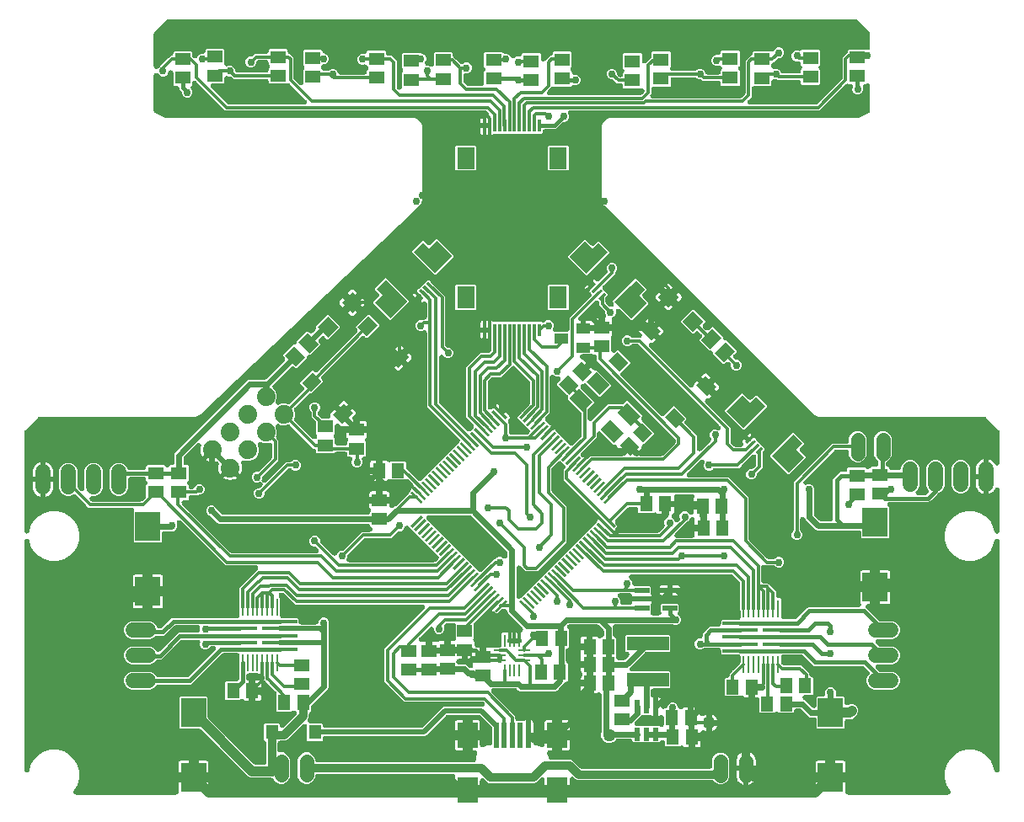
<source format=gbr>
G04 EAGLE Gerber RS-274X export*
G75*
%MOMM*%
%FSLAX34Y34*%
%LPD*%
%INTop Copper*%
%IPPOS*%
%AMOC8*
5,1,8,0,0,1.08239X$1,22.5*%
G01*
%ADD10R,1.500000X1.300000*%
%ADD11R,1.300000X1.500000*%
%ADD12C,1.422400*%
%ADD13R,1.500000X1.500000*%
%ADD14R,1.900000X1.400000*%
%ADD15R,1.400000X1.000000*%
%ADD16R,1.600000X1.300000*%
%ADD17R,1.300000X1.600000*%
%ADD18R,1.550000X1.300000*%
%ADD19R,0.254000X1.473200*%
%ADD20R,0.254000X1.778000*%
%ADD21R,3.556000X0.304800*%
%ADD22C,1.524000*%
%ADD23C,1.508000*%
%ADD24C,1.879600*%
%ADD25R,0.550000X1.350000*%
%ADD26R,4.200000X1.400000*%
%ADD27R,0.250000X1.250000*%
%ADD28R,1.250000X0.250000*%
%ADD29R,1.500000X0.500000*%
%ADD30R,0.500000X2.500000*%
%ADD31R,2.000000X2.500000*%
%ADD32R,0.300000X1.300000*%
%ADD33R,1.800000X2.200000*%
%ADD34R,0.300000X0.800000*%
%ADD35R,2.400000X2.200000*%
%ADD36R,1.300000X0.850000*%
%ADD37R,2.500000X2.900000*%
%ADD38R,1.270000X1.470000*%
%ADD39C,1.270000*%
%ADD40C,0.304800*%
%ADD41C,0.756400*%
%ADD42C,0.406400*%
%ADD43C,1.016000*%
%ADD44C,0.508000*%
%ADD45C,0.609600*%
%ADD46C,0.812800*%

G36*
X162455Y10164D02*
X162455Y10164D01*
X162489Y10162D01*
X162678Y10184D01*
X162869Y10201D01*
X162902Y10210D01*
X162936Y10214D01*
X163119Y10269D01*
X163303Y10319D01*
X163334Y10334D01*
X163367Y10344D01*
X163538Y10431D01*
X163710Y10513D01*
X163738Y10533D01*
X163769Y10548D01*
X163921Y10664D01*
X164076Y10775D01*
X164100Y10800D01*
X164127Y10820D01*
X164256Y10960D01*
X164390Y11097D01*
X164409Y11126D01*
X164433Y11152D01*
X164535Y11313D01*
X164642Y11470D01*
X164656Y11502D01*
X164674Y11531D01*
X164747Y11708D01*
X164824Y11882D01*
X164832Y11916D01*
X164845Y11948D01*
X164885Y12135D01*
X164931Y12320D01*
X164933Y12354D01*
X164940Y12388D01*
X164959Y12700D01*
X164959Y22421D01*
X177460Y22421D01*
X177494Y22424D01*
X177529Y22422D01*
X177718Y22444D01*
X177908Y22461D01*
X177942Y22470D01*
X177976Y22474D01*
X178159Y22529D01*
X178343Y22579D01*
X178374Y22594D01*
X178407Y22604D01*
X178578Y22691D01*
X178749Y22773D01*
X178777Y22793D01*
X178808Y22808D01*
X178960Y22924D01*
X179115Y23035D01*
X179140Y23060D01*
X179167Y23080D01*
X179296Y23221D01*
X179430Y23357D01*
X179449Y23386D01*
X179472Y23412D01*
X179575Y23573D01*
X179682Y23731D01*
X179696Y23762D01*
X179714Y23791D01*
X179787Y23968D01*
X179864Y24142D01*
X179872Y24176D01*
X179885Y24208D01*
X179925Y24395D01*
X179970Y24580D01*
X179973Y24614D01*
X179980Y24648D01*
X179999Y24960D01*
X179999Y27501D01*
X180001Y27501D01*
X180001Y24960D01*
X180004Y24926D01*
X180002Y24891D01*
X180024Y24702D01*
X180041Y24512D01*
X180050Y24478D01*
X180054Y24444D01*
X180109Y24261D01*
X180159Y24077D01*
X180174Y24046D01*
X180184Y24013D01*
X180271Y23842D01*
X180353Y23671D01*
X180373Y23642D01*
X180389Y23612D01*
X180504Y23460D01*
X180615Y23304D01*
X180640Y23280D01*
X180661Y23253D01*
X180801Y23124D01*
X180937Y22990D01*
X180966Y22971D01*
X180992Y22948D01*
X181153Y22845D01*
X181311Y22738D01*
X181342Y22724D01*
X181371Y22706D01*
X181548Y22633D01*
X181722Y22556D01*
X181756Y22548D01*
X181788Y22535D01*
X181975Y22495D01*
X182160Y22449D01*
X182194Y22447D01*
X182228Y22440D01*
X182540Y22421D01*
X195041Y22421D01*
X195041Y12700D01*
X195044Y12666D01*
X195042Y12631D01*
X195064Y12441D01*
X195081Y12251D01*
X195090Y12218D01*
X195094Y12184D01*
X195149Y12000D01*
X195199Y11817D01*
X195214Y11786D01*
X195224Y11753D01*
X195311Y11583D01*
X195393Y11410D01*
X195413Y11382D01*
X195428Y11351D01*
X195544Y11199D01*
X195655Y11044D01*
X195679Y11020D01*
X195700Y10993D01*
X195841Y10863D01*
X195977Y10730D01*
X196006Y10711D01*
X196032Y10687D01*
X196193Y10585D01*
X196350Y10478D01*
X196382Y10464D01*
X196411Y10446D01*
X196588Y10373D01*
X196762Y10296D01*
X196796Y10288D01*
X196828Y10275D01*
X197015Y10235D01*
X197200Y10189D01*
X197234Y10187D01*
X197268Y10180D01*
X197580Y10161D01*
X452828Y10161D01*
X452862Y10164D01*
X452897Y10162D01*
X453086Y10184D01*
X453276Y10201D01*
X453310Y10210D01*
X453344Y10214D01*
X453527Y10269D01*
X453711Y10319D01*
X453742Y10334D01*
X453775Y10344D01*
X453946Y10431D01*
X454117Y10513D01*
X454145Y10533D01*
X454176Y10548D01*
X454328Y10664D01*
X454483Y10775D01*
X454508Y10800D01*
X454535Y10820D01*
X454664Y10960D01*
X454797Y11097D01*
X454817Y11126D01*
X454840Y11152D01*
X454943Y11313D01*
X455050Y11470D01*
X455064Y11502D01*
X455082Y11531D01*
X455155Y11708D01*
X455232Y11882D01*
X455240Y11916D01*
X455253Y11948D01*
X455286Y12103D01*
X455317Y12001D01*
X455367Y11817D01*
X455382Y11786D01*
X455392Y11753D01*
X455479Y11582D01*
X455561Y11410D01*
X455581Y11382D01*
X455597Y11351D01*
X455712Y11199D01*
X455823Y11044D01*
X455848Y11020D01*
X455869Y10993D01*
X456009Y10864D01*
X456146Y10730D01*
X456174Y10711D01*
X456200Y10687D01*
X456361Y10585D01*
X456519Y10478D01*
X456550Y10464D01*
X456580Y10446D01*
X456756Y10373D01*
X456930Y10296D01*
X456964Y10288D01*
X456996Y10275D01*
X457183Y10235D01*
X457368Y10189D01*
X457402Y10187D01*
X457436Y10180D01*
X457748Y10161D01*
X542828Y10161D01*
X542862Y10164D01*
X542897Y10162D01*
X543086Y10184D01*
X543276Y10201D01*
X543310Y10210D01*
X543344Y10214D01*
X543527Y10269D01*
X543711Y10319D01*
X543742Y10334D01*
X543775Y10344D01*
X543946Y10431D01*
X544117Y10513D01*
X544145Y10533D01*
X544176Y10548D01*
X544328Y10664D01*
X544483Y10775D01*
X544508Y10800D01*
X544535Y10820D01*
X544664Y10960D01*
X544797Y11097D01*
X544817Y11126D01*
X544840Y11152D01*
X544943Y11313D01*
X545050Y11470D01*
X545064Y11502D01*
X545082Y11531D01*
X545155Y11708D01*
X545232Y11882D01*
X545240Y11916D01*
X545253Y11948D01*
X545286Y12103D01*
X545317Y12001D01*
X545367Y11817D01*
X545382Y11786D01*
X545392Y11753D01*
X545479Y11582D01*
X545561Y11410D01*
X545581Y11382D01*
X545597Y11351D01*
X545712Y11199D01*
X545823Y11044D01*
X545848Y11020D01*
X545869Y10993D01*
X546009Y10864D01*
X546146Y10730D01*
X546174Y10711D01*
X546200Y10687D01*
X546361Y10585D01*
X546519Y10478D01*
X546550Y10464D01*
X546580Y10446D01*
X546756Y10373D01*
X546930Y10296D01*
X546964Y10288D01*
X546996Y10275D01*
X547183Y10235D01*
X547368Y10189D01*
X547402Y10187D01*
X547436Y10180D01*
X547748Y10161D01*
X802420Y10161D01*
X802455Y10164D01*
X802489Y10162D01*
X802678Y10184D01*
X802869Y10201D01*
X802902Y10210D01*
X802936Y10214D01*
X803119Y10269D01*
X803303Y10319D01*
X803334Y10334D01*
X803367Y10344D01*
X803538Y10431D01*
X803710Y10513D01*
X803738Y10533D01*
X803769Y10548D01*
X803921Y10664D01*
X804076Y10775D01*
X804100Y10800D01*
X804127Y10820D01*
X804256Y10960D01*
X804390Y11097D01*
X804409Y11126D01*
X804433Y11152D01*
X804535Y11313D01*
X804642Y11470D01*
X804656Y11502D01*
X804674Y11531D01*
X804747Y11708D01*
X804824Y11882D01*
X804832Y11916D01*
X804845Y11948D01*
X804885Y12135D01*
X804931Y12320D01*
X804933Y12354D01*
X804940Y12388D01*
X804959Y12700D01*
X804959Y22421D01*
X817460Y22421D01*
X817494Y22424D01*
X817529Y22422D01*
X817718Y22444D01*
X817908Y22461D01*
X817942Y22470D01*
X817976Y22474D01*
X818159Y22529D01*
X818343Y22579D01*
X818374Y22594D01*
X818407Y22604D01*
X818578Y22691D01*
X818749Y22773D01*
X818777Y22793D01*
X818808Y22808D01*
X818960Y22924D01*
X819115Y23035D01*
X819140Y23060D01*
X819167Y23080D01*
X819296Y23221D01*
X819430Y23357D01*
X819449Y23386D01*
X819472Y23412D01*
X819575Y23573D01*
X819682Y23731D01*
X819696Y23762D01*
X819714Y23791D01*
X819787Y23968D01*
X819864Y24142D01*
X819872Y24176D01*
X819885Y24208D01*
X819925Y24395D01*
X819970Y24580D01*
X819973Y24614D01*
X819980Y24648D01*
X819999Y24960D01*
X819999Y27501D01*
X820001Y27501D01*
X820001Y24960D01*
X820004Y24926D01*
X820002Y24891D01*
X820024Y24702D01*
X820041Y24512D01*
X820050Y24478D01*
X820054Y24444D01*
X820109Y24261D01*
X820159Y24077D01*
X820174Y24046D01*
X820184Y24013D01*
X820271Y23842D01*
X820353Y23671D01*
X820373Y23642D01*
X820389Y23612D01*
X820504Y23460D01*
X820615Y23304D01*
X820640Y23280D01*
X820661Y23253D01*
X820801Y23124D01*
X820937Y22990D01*
X820966Y22971D01*
X820992Y22948D01*
X821153Y22845D01*
X821311Y22738D01*
X821342Y22724D01*
X821371Y22706D01*
X821548Y22633D01*
X821722Y22556D01*
X821756Y22548D01*
X821788Y22535D01*
X821975Y22495D01*
X822160Y22449D01*
X822194Y22447D01*
X822228Y22440D01*
X822540Y22421D01*
X835041Y22421D01*
X835041Y12700D01*
X835044Y12666D01*
X835042Y12631D01*
X835064Y12441D01*
X835081Y12251D01*
X835090Y12218D01*
X835094Y12184D01*
X835149Y12000D01*
X835199Y11817D01*
X835214Y11786D01*
X835224Y11753D01*
X835311Y11583D01*
X835393Y11410D01*
X835413Y11382D01*
X835428Y11351D01*
X835544Y11199D01*
X835655Y11044D01*
X835679Y11020D01*
X835700Y10993D01*
X835841Y10863D01*
X835977Y10730D01*
X836006Y10711D01*
X836032Y10687D01*
X836193Y10585D01*
X836350Y10478D01*
X836382Y10464D01*
X836411Y10446D01*
X836588Y10373D01*
X836762Y10296D01*
X836796Y10288D01*
X836828Y10275D01*
X837015Y10235D01*
X837200Y10189D01*
X837234Y10187D01*
X837268Y10180D01*
X837580Y10161D01*
X938126Y10161D01*
X938256Y10172D01*
X938386Y10174D01*
X938480Y10192D01*
X938575Y10201D01*
X938700Y10235D01*
X938828Y10260D01*
X938917Y10294D01*
X939009Y10319D01*
X939126Y10375D01*
X939248Y10422D01*
X939330Y10472D01*
X939416Y10513D01*
X939521Y10588D01*
X939633Y10656D01*
X939704Y10719D01*
X939782Y10775D01*
X939873Y10868D01*
X939970Y10954D01*
X940029Y11029D01*
X940096Y11097D01*
X940169Y11205D01*
X940250Y11307D01*
X940295Y11391D01*
X940348Y11470D01*
X940401Y11589D01*
X940462Y11704D01*
X940492Y11795D01*
X940530Y11882D01*
X940561Y12009D01*
X940601Y12132D01*
X940614Y12227D01*
X940637Y12320D01*
X940645Y12449D01*
X940663Y12578D01*
X940659Y12674D01*
X940665Y12769D01*
X940650Y12898D01*
X940644Y13028D01*
X940624Y13121D01*
X940613Y13216D01*
X940575Y13341D01*
X940547Y13468D01*
X940510Y13556D01*
X940482Y13647D01*
X940423Y13763D01*
X940373Y13883D01*
X940321Y13963D01*
X940278Y14049D01*
X940199Y14152D01*
X940129Y14261D01*
X940043Y14359D01*
X940006Y14407D01*
X939973Y14438D01*
X939922Y14496D01*
X939866Y14551D01*
X936554Y20288D01*
X934839Y26687D01*
X934839Y33313D01*
X936554Y39712D01*
X939866Y45449D01*
X944551Y50134D01*
X950288Y53446D01*
X956687Y55161D01*
X963313Y55161D01*
X969712Y53446D01*
X975449Y50134D01*
X980134Y45449D01*
X983446Y39712D01*
X984847Y34482D01*
X984888Y34371D01*
X984919Y34256D01*
X984965Y34160D01*
X985002Y34059D01*
X985062Y33957D01*
X985113Y33850D01*
X985175Y33763D01*
X985229Y33670D01*
X985306Y33580D01*
X985375Y33484D01*
X985452Y33409D01*
X985521Y33328D01*
X985612Y33252D01*
X985697Y33170D01*
X985786Y33110D01*
X985869Y33042D01*
X985972Y32984D01*
X986070Y32918D01*
X986168Y32874D01*
X986262Y32822D01*
X986374Y32783D01*
X986482Y32735D01*
X986586Y32710D01*
X986687Y32675D01*
X986805Y32657D01*
X986920Y32629D01*
X987027Y32622D01*
X987132Y32606D01*
X987251Y32608D01*
X987369Y32601D01*
X987475Y32613D01*
X987582Y32616D01*
X987698Y32639D01*
X987816Y32653D01*
X987919Y32684D01*
X988024Y32705D01*
X988134Y32749D01*
X988247Y32783D01*
X988343Y32832D01*
X988442Y32871D01*
X988543Y32934D01*
X988649Y32988D01*
X988734Y33052D01*
X988825Y33109D01*
X988913Y33188D01*
X989007Y33260D01*
X989080Y33339D01*
X989159Y33410D01*
X989232Y33504D01*
X989313Y33591D01*
X989370Y33681D01*
X989436Y33766D01*
X989491Y33871D01*
X989554Y33971D01*
X989595Y34070D01*
X989645Y34165D01*
X989680Y34278D01*
X989725Y34387D01*
X989748Y34492D01*
X989780Y34594D01*
X989795Y34712D01*
X989820Y34827D01*
X989829Y34978D01*
X989837Y35041D01*
X989835Y35078D01*
X989839Y35139D01*
X989839Y264861D01*
X989829Y264979D01*
X989828Y265097D01*
X989809Y265202D01*
X989799Y265309D01*
X989768Y265424D01*
X989747Y265540D01*
X989709Y265640D01*
X989681Y265744D01*
X989630Y265851D01*
X989588Y265962D01*
X989533Y266054D01*
X989487Y266150D01*
X989418Y266246D01*
X989358Y266348D01*
X989288Y266429D01*
X989225Y266516D01*
X989140Y266599D01*
X989063Y266688D01*
X988979Y266756D01*
X988903Y266830D01*
X988804Y266897D01*
X988712Y266971D01*
X988618Y267022D01*
X988530Y267082D01*
X988421Y267130D01*
X988317Y267187D01*
X988216Y267221D01*
X988118Y267265D01*
X988002Y267293D01*
X987890Y267330D01*
X987784Y267346D01*
X987680Y267371D01*
X987562Y267379D01*
X987445Y267396D01*
X987338Y267392D01*
X987231Y267399D01*
X987113Y267385D01*
X986995Y267381D01*
X986890Y267359D01*
X986784Y267347D01*
X986670Y267313D01*
X986554Y267288D01*
X986455Y267248D01*
X986353Y267217D01*
X986247Y267163D01*
X986137Y267118D01*
X986047Y267061D01*
X985951Y267012D01*
X985857Y266941D01*
X985757Y266877D01*
X985678Y266805D01*
X985593Y266740D01*
X985512Y266653D01*
X985425Y266573D01*
X985360Y266488D01*
X985288Y266409D01*
X985224Y266309D01*
X985152Y266215D01*
X985103Y266120D01*
X985046Y266029D01*
X985001Y265920D01*
X984947Y265814D01*
X984899Y265671D01*
X984875Y265613D01*
X984867Y265576D01*
X984847Y265518D01*
X983446Y260288D01*
X980134Y254551D01*
X975449Y249866D01*
X969712Y246554D01*
X963313Y244839D01*
X956687Y244839D01*
X950288Y246554D01*
X944551Y249866D01*
X939866Y254551D01*
X936554Y260288D01*
X934839Y266687D01*
X934839Y273313D01*
X936554Y279712D01*
X939866Y285449D01*
X944551Y290134D01*
X950288Y293446D01*
X956687Y295161D01*
X963313Y295161D01*
X969712Y293446D01*
X975449Y290134D01*
X980134Y285449D01*
X983446Y279712D01*
X984847Y274482D01*
X984888Y274371D01*
X984919Y274256D01*
X984965Y274160D01*
X985002Y274059D01*
X985062Y273957D01*
X985113Y273850D01*
X985175Y273763D01*
X985229Y273670D01*
X985306Y273580D01*
X985375Y273484D01*
X985452Y273409D01*
X985521Y273328D01*
X985612Y273252D01*
X985697Y273170D01*
X985786Y273110D01*
X985869Y273042D01*
X985972Y272984D01*
X986070Y272918D01*
X986168Y272874D01*
X986262Y272822D01*
X986374Y272783D01*
X986482Y272735D01*
X986586Y272710D01*
X986687Y272675D01*
X986805Y272657D01*
X986920Y272629D01*
X987027Y272622D01*
X987132Y272606D01*
X987251Y272608D01*
X987369Y272601D01*
X987475Y272613D01*
X987582Y272616D01*
X987698Y272639D01*
X987816Y272653D01*
X987919Y272684D01*
X988024Y272705D01*
X988134Y272749D01*
X988247Y272783D01*
X988343Y272832D01*
X988442Y272871D01*
X988543Y272934D01*
X988649Y272988D01*
X988734Y273052D01*
X988825Y273109D01*
X988913Y273188D01*
X989007Y273260D01*
X989080Y273339D01*
X989159Y273410D01*
X989232Y273504D01*
X989313Y273591D01*
X989370Y273681D01*
X989436Y273766D01*
X989491Y273871D01*
X989554Y273971D01*
X989595Y274070D01*
X989645Y274165D01*
X989680Y274277D01*
X989725Y274387D01*
X989748Y274492D01*
X989780Y274594D01*
X989795Y274712D01*
X989820Y274827D01*
X989829Y274978D01*
X989837Y275041D01*
X989835Y275078D01*
X989839Y275139D01*
X989839Y316293D01*
X989832Y316371D01*
X989834Y316449D01*
X989812Y316595D01*
X989799Y316741D01*
X989779Y316817D01*
X989767Y316894D01*
X989720Y317034D01*
X989681Y317176D01*
X989647Y317246D01*
X989622Y317320D01*
X989551Y317450D01*
X989487Y317582D01*
X989442Y317646D01*
X989404Y317714D01*
X989311Y317829D01*
X989225Y317949D01*
X989169Y318003D01*
X989120Y318064D01*
X989008Y318160D01*
X988903Y318263D01*
X988838Y318306D01*
X988779Y318357D01*
X988652Y318432D01*
X988530Y318515D01*
X988458Y318546D01*
X988391Y318586D01*
X988253Y318637D01*
X988118Y318697D01*
X988042Y318715D01*
X987969Y318743D01*
X987824Y318769D01*
X987680Y318804D01*
X987602Y318808D01*
X987525Y318822D01*
X987378Y318822D01*
X987231Y318831D01*
X987153Y318822D01*
X987075Y318822D01*
X986930Y318796D01*
X986784Y318779D01*
X986709Y318757D01*
X986632Y318743D01*
X986494Y318692D01*
X986353Y318649D01*
X986283Y318613D01*
X986210Y318586D01*
X986083Y318511D01*
X985951Y318445D01*
X985889Y318397D01*
X985822Y318358D01*
X985710Y318261D01*
X985593Y318173D01*
X985540Y318115D01*
X985480Y318064D01*
X985387Y317950D01*
X985288Y317841D01*
X985245Y317775D01*
X985196Y317715D01*
X985062Y317488D01*
X985046Y317462D01*
X985043Y317455D01*
X985037Y317446D01*
X984838Y317055D01*
X983898Y315761D01*
X982767Y314630D01*
X981473Y313690D01*
X980048Y312964D01*
X978687Y312521D01*
X978687Y330000D01*
X978687Y347479D01*
X980048Y347036D01*
X981473Y346310D01*
X982767Y345370D01*
X983898Y344239D01*
X984838Y342945D01*
X985037Y342554D01*
X985079Y342488D01*
X985113Y342418D01*
X985198Y342298D01*
X985277Y342173D01*
X985329Y342115D01*
X985375Y342051D01*
X985480Y341949D01*
X985579Y341840D01*
X985641Y341792D01*
X985697Y341737D01*
X985820Y341655D01*
X985936Y341565D01*
X986006Y341529D01*
X986070Y341485D01*
X986205Y341426D01*
X986336Y341358D01*
X986411Y341335D01*
X986482Y341303D01*
X986625Y341268D01*
X986766Y341225D01*
X986844Y341215D01*
X986920Y341196D01*
X987067Y341187D01*
X987213Y341169D01*
X987291Y341174D01*
X987369Y341169D01*
X987516Y341186D01*
X987663Y341194D01*
X987738Y341212D01*
X987816Y341221D01*
X987958Y341264D01*
X988101Y341297D01*
X988172Y341328D01*
X988247Y341351D01*
X988379Y341418D01*
X988514Y341477D01*
X988579Y341520D01*
X988649Y341555D01*
X988766Y341644D01*
X988889Y341726D01*
X988945Y341780D01*
X989007Y341827D01*
X989107Y341936D01*
X989214Y342038D01*
X989260Y342101D01*
X989313Y342159D01*
X989392Y342283D01*
X989478Y342402D01*
X989512Y342472D01*
X989554Y342538D01*
X989610Y342675D01*
X989675Y342807D01*
X989696Y342883D01*
X989725Y342955D01*
X989756Y343099D01*
X989796Y343241D01*
X989804Y343319D01*
X989820Y343395D01*
X989836Y343659D01*
X989839Y343689D01*
X989839Y343696D01*
X989839Y343707D01*
X989839Y374739D01*
X989825Y374903D01*
X989818Y375068D01*
X989805Y375127D01*
X989799Y375188D01*
X989756Y375347D01*
X989720Y375507D01*
X989697Y375564D01*
X989681Y375622D01*
X989610Y375771D01*
X989547Y375923D01*
X989514Y375974D01*
X989487Y376029D01*
X989392Y376163D01*
X989302Y376301D01*
X989251Y376359D01*
X989225Y376395D01*
X989182Y376438D01*
X989096Y376535D01*
X976535Y389096D01*
X976409Y389201D01*
X976288Y389313D01*
X976237Y389345D01*
X976190Y389384D01*
X976047Y389466D01*
X975908Y389554D01*
X975852Y389578D01*
X975799Y389608D01*
X975644Y389663D01*
X975492Y389725D01*
X975432Y389738D01*
X975374Y389759D01*
X975212Y389785D01*
X975051Y389820D01*
X974974Y389825D01*
X974930Y389832D01*
X974869Y389831D01*
X974740Y389839D01*
X807979Y389839D01*
X804244Y391386D01*
X591386Y604244D01*
X589839Y607979D01*
X589839Y682021D01*
X591386Y685756D01*
X594244Y688614D01*
X597979Y690161D01*
X847002Y690161D01*
X847208Y690179D01*
X847414Y690194D01*
X847432Y690199D01*
X847450Y690201D01*
X847650Y690255D01*
X847850Y690307D01*
X847871Y690315D01*
X847885Y690319D01*
X847928Y690340D01*
X848138Y690429D01*
X858436Y695578D01*
X858540Y695642D01*
X858649Y695697D01*
X858731Y695760D01*
X858819Y695814D01*
X858910Y695896D01*
X859007Y695969D01*
X859077Y696045D01*
X859154Y696114D01*
X859230Y696211D01*
X859313Y696301D01*
X859368Y696388D01*
X859432Y696469D01*
X859489Y696577D01*
X859554Y696680D01*
X859594Y696776D01*
X859642Y696867D01*
X859679Y696984D01*
X859725Y697097D01*
X859747Y697198D01*
X859778Y697296D01*
X859794Y697418D01*
X859820Y697537D01*
X859829Y697681D01*
X859837Y697743D01*
X859835Y697783D01*
X859839Y697849D01*
X859839Y722649D01*
X859828Y722778D01*
X859826Y722908D01*
X859808Y723002D01*
X859799Y723097D01*
X859765Y723223D01*
X859740Y723350D01*
X859706Y723439D01*
X859681Y723532D01*
X859625Y723649D01*
X859578Y723770D01*
X859528Y723852D01*
X859487Y723938D01*
X859412Y724044D01*
X859344Y724155D01*
X859281Y724227D01*
X859225Y724304D01*
X859132Y724395D01*
X859046Y724492D01*
X858971Y724552D01*
X858903Y724618D01*
X858795Y724691D01*
X858693Y724772D01*
X858609Y724817D01*
X858530Y724870D01*
X858411Y724923D01*
X858296Y724984D01*
X858205Y725014D01*
X858118Y725053D01*
X857992Y725083D01*
X857868Y725124D01*
X857773Y725137D01*
X857680Y725159D01*
X857551Y725167D01*
X857422Y725185D01*
X857326Y725181D01*
X857231Y725187D01*
X857102Y725172D01*
X856972Y725167D01*
X856879Y725146D01*
X856784Y725135D01*
X856659Y725097D01*
X856532Y725069D01*
X856444Y725032D01*
X856353Y725005D01*
X856237Y724946D01*
X856117Y724895D01*
X856037Y724844D01*
X855951Y724800D01*
X855848Y724722D01*
X855739Y724651D01*
X855641Y724565D01*
X855593Y724528D01*
X855562Y724495D01*
X855504Y724444D01*
X855480Y724419D01*
X854779Y724419D01*
X854697Y724412D01*
X854615Y724414D01*
X854474Y724392D01*
X854331Y724379D01*
X854251Y724358D01*
X854170Y724345D01*
X854035Y724299D01*
X853896Y724261D01*
X853822Y724225D01*
X853744Y724199D01*
X853619Y724129D01*
X853490Y724067D01*
X853423Y724020D01*
X853351Y723979D01*
X853240Y723889D01*
X853124Y723805D01*
X853066Y723746D01*
X853003Y723694D01*
X852910Y723585D01*
X852810Y723483D01*
X852764Y723414D01*
X852710Y723352D01*
X852638Y723228D01*
X852558Y723110D01*
X852524Y723034D01*
X852483Y722963D01*
X852433Y722829D01*
X852375Y722698D01*
X852356Y722618D01*
X852327Y722540D01*
X852303Y722399D01*
X852269Y722260D01*
X852264Y722178D01*
X852249Y722097D01*
X852250Y721954D01*
X852241Y721811D01*
X852251Y721729D01*
X852251Y721647D01*
X852277Y721506D01*
X852293Y721364D01*
X852317Y721285D01*
X852332Y721204D01*
X852412Y720971D01*
X852423Y720933D01*
X852428Y720923D01*
X852433Y720908D01*
X852651Y720384D01*
X852651Y718272D01*
X851843Y716322D01*
X850350Y714829D01*
X848400Y714021D01*
X846288Y714021D01*
X844338Y714829D01*
X842845Y716322D01*
X842037Y718272D01*
X842037Y720384D01*
X842255Y720908D01*
X842279Y720987D01*
X842313Y721062D01*
X842346Y721201D01*
X842389Y721338D01*
X842400Y721420D01*
X842419Y721500D01*
X842428Y721642D01*
X842446Y721785D01*
X842442Y721867D01*
X842447Y721949D01*
X842430Y722091D01*
X842423Y722234D01*
X842404Y722314D01*
X842395Y722396D01*
X842353Y722534D01*
X842321Y722673D01*
X842288Y722748D01*
X842265Y722827D01*
X842200Y722955D01*
X842143Y723086D01*
X842098Y723155D01*
X842060Y723229D01*
X841974Y723342D01*
X841895Y723462D01*
X841838Y723522D01*
X841788Y723587D01*
X841683Y723684D01*
X841584Y723788D01*
X841518Y723837D01*
X841457Y723893D01*
X841336Y723970D01*
X841221Y724054D01*
X841147Y724090D01*
X841077Y724134D01*
X840945Y724189D01*
X840816Y724252D01*
X840737Y724274D01*
X840661Y724305D01*
X840521Y724335D01*
X840383Y724375D01*
X840301Y724383D01*
X840221Y724400D01*
X839975Y724415D01*
X839935Y724419D01*
X839924Y724418D01*
X839909Y724419D01*
X838085Y724419D01*
X838039Y724444D01*
X837873Y724539D01*
X837840Y724550D01*
X837810Y724567D01*
X837629Y724626D01*
X837449Y724690D01*
X837414Y724695D01*
X837381Y724706D01*
X837192Y724732D01*
X837004Y724763D01*
X836970Y724763D01*
X836935Y724767D01*
X836744Y724760D01*
X836554Y724757D01*
X836520Y724750D01*
X836486Y724749D01*
X836299Y724708D01*
X836112Y724671D01*
X836080Y724659D01*
X836046Y724651D01*
X835870Y724578D01*
X835692Y724509D01*
X835663Y724491D01*
X835630Y724478D01*
X835470Y724374D01*
X835307Y724275D01*
X835281Y724252D01*
X835252Y724234D01*
X835018Y724027D01*
X808983Y697991D01*
X558707Y697991D01*
X558625Y697984D01*
X558543Y697986D01*
X558402Y697964D01*
X558259Y697951D01*
X558179Y697930D01*
X558098Y697917D01*
X557963Y697871D01*
X557825Y697833D01*
X557750Y697797D01*
X557672Y697771D01*
X557547Y697701D01*
X557418Y697639D01*
X557351Y697592D01*
X557279Y697551D01*
X557168Y697461D01*
X557052Y697377D01*
X556994Y697318D01*
X556931Y697266D01*
X556838Y697157D01*
X556738Y697055D01*
X556692Y696986D01*
X556638Y696924D01*
X556566Y696800D01*
X556486Y696682D01*
X556452Y696606D01*
X556411Y696535D01*
X556362Y696401D01*
X556304Y696270D01*
X556284Y696190D01*
X556256Y696112D01*
X556231Y695971D01*
X556197Y695832D01*
X556192Y695750D01*
X556178Y695669D01*
X556178Y695526D01*
X556169Y695383D01*
X556179Y695301D01*
X556179Y695219D01*
X556205Y695078D01*
X556221Y694936D01*
X556245Y694857D01*
X556260Y694776D01*
X556340Y694543D01*
X556352Y694505D01*
X556356Y694495D01*
X556362Y694480D01*
X556995Y692952D01*
X556995Y690840D01*
X556187Y688890D01*
X554694Y687397D01*
X552744Y686589D01*
X552463Y686589D01*
X552299Y686575D01*
X552135Y686568D01*
X552075Y686555D01*
X552015Y686549D01*
X551856Y686506D01*
X551695Y686470D01*
X551639Y686447D01*
X551580Y686431D01*
X551432Y686360D01*
X551280Y686297D01*
X551228Y686264D01*
X551174Y686237D01*
X551040Y686142D01*
X550902Y686052D01*
X550844Y686001D01*
X550807Y685975D01*
X550765Y685932D01*
X550668Y685846D01*
X544411Y679589D01*
X543103Y679047D01*
X533064Y679047D01*
X533029Y679044D01*
X532995Y679046D01*
X532806Y679024D01*
X532615Y679007D01*
X532582Y678998D01*
X532548Y678994D01*
X532365Y678939D01*
X532181Y678889D01*
X532150Y678874D01*
X532117Y678864D01*
X531946Y678777D01*
X531774Y678695D01*
X531746Y678675D01*
X531715Y678660D01*
X531563Y678544D01*
X531408Y678433D01*
X531384Y678408D01*
X531357Y678388D01*
X531228Y678248D01*
X531094Y678111D01*
X531075Y678082D01*
X531051Y678056D01*
X530949Y677895D01*
X530842Y677738D01*
X530828Y677706D01*
X530810Y677677D01*
X530737Y677500D01*
X530660Y677326D01*
X530652Y677292D01*
X530639Y677260D01*
X530599Y677073D01*
X530553Y676888D01*
X530551Y676854D01*
X530544Y676820D01*
X530525Y676508D01*
X530525Y675472D01*
X529632Y674579D01*
X482120Y674579D01*
X482055Y674573D01*
X482004Y674576D01*
X481909Y674563D01*
X481792Y674558D01*
X481733Y674545D01*
X481672Y674539D01*
X481610Y674522D01*
X481558Y674515D01*
X481464Y674485D01*
X481353Y674460D01*
X481296Y674437D01*
X481237Y674421D01*
X481181Y674394D01*
X481129Y674377D01*
X481002Y674314D01*
X480937Y674287D01*
X480902Y674264D01*
X480850Y674238D01*
X480834Y674229D01*
X480831Y674227D01*
X480829Y674226D01*
X479981Y673736D01*
X479712Y673664D01*
X479703Y673678D01*
X479688Y673709D01*
X479577Y673864D01*
X479470Y674022D01*
X479446Y674047D01*
X479425Y674076D01*
X479289Y674208D01*
X479156Y674345D01*
X479128Y674365D01*
X479103Y674390D01*
X478945Y674496D01*
X478790Y674607D01*
X478759Y674622D01*
X478730Y674642D01*
X478556Y674719D01*
X478384Y674800D01*
X478350Y674810D01*
X478318Y674824D01*
X478133Y674869D01*
X477950Y674919D01*
X477915Y674922D01*
X477880Y674931D01*
X477691Y674942D01*
X477501Y674959D01*
X477466Y674956D01*
X477431Y674958D01*
X477242Y674936D01*
X477053Y674919D01*
X477019Y674910D01*
X476984Y674906D01*
X476801Y674851D01*
X476618Y674801D01*
X476587Y674786D01*
X476553Y674776D01*
X476383Y674689D01*
X476211Y674608D01*
X476183Y674587D01*
X476152Y674572D01*
X476000Y674456D01*
X475845Y674346D01*
X475815Y674316D01*
X475793Y674300D01*
X475751Y674255D01*
X475621Y674128D01*
X475558Y674045D01*
X475488Y673968D01*
X475487Y673968D01*
X475422Y673866D01*
X475349Y673769D01*
X475302Y673676D01*
X475274Y673633D01*
X475214Y673643D01*
X475156Y673643D01*
X475099Y673650D01*
X474931Y673642D01*
X474763Y673641D01*
X474723Y673634D01*
X474688Y673709D01*
X474627Y673794D01*
X474575Y673884D01*
X474461Y674026D01*
X474425Y674075D01*
X474425Y674076D01*
X474406Y674094D01*
X474379Y674128D01*
X474239Y674257D01*
X474102Y674390D01*
X474073Y674409D01*
X474047Y674433D01*
X473887Y674535D01*
X473729Y674642D01*
X473697Y674656D01*
X473668Y674675D01*
X473492Y674747D01*
X473318Y674824D01*
X473283Y674832D01*
X473251Y674846D01*
X473065Y674886D01*
X472880Y674931D01*
X472845Y674933D01*
X472811Y674940D01*
X472620Y674947D01*
X472431Y674958D01*
X472396Y674954D01*
X472361Y674955D01*
X472173Y674928D01*
X471984Y674906D01*
X471950Y674896D01*
X471915Y674891D01*
X471735Y674831D01*
X471553Y674776D01*
X471521Y674760D01*
X471488Y674749D01*
X471321Y674658D01*
X471151Y674572D01*
X471123Y674550D01*
X471092Y674534D01*
X470944Y674415D01*
X470792Y674300D01*
X470769Y674274D01*
X470741Y674252D01*
X470616Y674108D01*
X470487Y673968D01*
X470468Y673939D01*
X470445Y673912D01*
X470348Y673749D01*
X470293Y673663D01*
X470019Y673736D01*
X469440Y674071D01*
X468967Y674544D01*
X468632Y675123D01*
X468459Y675769D01*
X468459Y680065D01*
X472500Y680065D01*
X476912Y680065D01*
X476947Y680068D01*
X476981Y680066D01*
X477170Y680088D01*
X477361Y680104D01*
X477394Y680114D01*
X477428Y680118D01*
X477611Y680173D01*
X477795Y680223D01*
X477826Y680238D01*
X477859Y680248D01*
X478030Y680335D01*
X478202Y680416D01*
X478230Y680437D01*
X478261Y680452D01*
X478413Y680567D01*
X478568Y680679D01*
X478592Y680703D01*
X478619Y680724D01*
X478748Y680864D01*
X478882Y681001D01*
X478901Y681030D01*
X478925Y681055D01*
X479027Y681216D01*
X479134Y681374D01*
X479148Y681406D01*
X479166Y681435D01*
X479239Y681612D01*
X479316Y681786D01*
X479324Y681820D01*
X479337Y681852D01*
X479377Y682038D01*
X479423Y682223D01*
X479425Y682258D01*
X479432Y682292D01*
X479451Y682604D01*
X479448Y682639D01*
X479450Y682673D01*
X479428Y682863D01*
X479411Y683053D01*
X479402Y683086D01*
X479398Y683120D01*
X479343Y683303D01*
X479293Y683487D01*
X479278Y683518D01*
X479268Y683551D01*
X479181Y683722D01*
X479099Y683894D01*
X479079Y683922D01*
X479064Y683953D01*
X478948Y684105D01*
X478837Y684260D01*
X478812Y684284D01*
X478792Y684311D01*
X478652Y684441D01*
X478515Y684574D01*
X478486Y684593D01*
X478460Y684617D01*
X478300Y684719D01*
X478142Y684826D01*
X478110Y684840D01*
X478081Y684858D01*
X477904Y684931D01*
X477730Y685008D01*
X477696Y685016D01*
X477664Y685029D01*
X477477Y685070D01*
X477292Y685115D01*
X477258Y685117D01*
X477224Y685124D01*
X476912Y685143D01*
X472500Y685143D01*
X468459Y685143D01*
X468459Y689439D01*
X468632Y690085D01*
X468967Y690664D01*
X469440Y691137D01*
X470019Y691472D01*
X470288Y691544D01*
X470297Y691530D01*
X470312Y691499D01*
X470423Y691344D01*
X470530Y691186D01*
X470554Y691161D01*
X470575Y691132D01*
X470711Y691000D01*
X470843Y690863D01*
X470872Y690843D01*
X470897Y690818D01*
X471055Y690712D01*
X471209Y690601D01*
X471241Y690586D01*
X471270Y690566D01*
X471444Y690489D01*
X471616Y690408D01*
X471650Y690398D01*
X471682Y690384D01*
X471867Y690339D01*
X472050Y690289D01*
X472085Y690286D01*
X472119Y690277D01*
X472309Y690266D01*
X472499Y690249D01*
X472534Y690252D01*
X472569Y690250D01*
X472758Y690272D01*
X472947Y690289D01*
X472981Y690298D01*
X473016Y690302D01*
X473199Y690357D01*
X473382Y690407D01*
X473413Y690422D01*
X473447Y690432D01*
X473617Y690519D01*
X473788Y690600D01*
X473817Y690620D01*
X473848Y690636D01*
X474000Y690752D01*
X474155Y690862D01*
X474185Y690892D01*
X474207Y690908D01*
X474249Y690953D01*
X474379Y691080D01*
X474442Y691163D01*
X474472Y691196D01*
X474513Y691240D01*
X474578Y691342D01*
X474651Y691439D01*
X474698Y691532D01*
X474754Y691620D01*
X474776Y691673D01*
X474795Y691676D01*
X474890Y691685D01*
X475015Y691719D01*
X475143Y691744D01*
X475232Y691778D01*
X475324Y691803D01*
X475442Y691859D01*
X475563Y691906D01*
X475645Y691955D01*
X475731Y691997D01*
X475837Y692072D01*
X475948Y692140D01*
X476019Y692203D01*
X476097Y692259D01*
X476188Y692352D01*
X476285Y692438D01*
X476344Y692513D01*
X476411Y692581D01*
X476484Y692689D01*
X476565Y692791D01*
X476610Y692875D01*
X476663Y692954D01*
X476716Y693073D01*
X476777Y693188D01*
X476807Y693279D01*
X476845Y693366D01*
X476876Y693493D01*
X476916Y693616D01*
X476929Y693711D01*
X476952Y693804D01*
X476960Y693934D01*
X476978Y694062D01*
X476974Y694158D01*
X476980Y694253D01*
X476965Y694382D01*
X476959Y694512D01*
X476939Y694606D01*
X476928Y694700D01*
X476890Y694825D01*
X476862Y694952D01*
X476825Y695040D01*
X476797Y695131D01*
X476738Y695247D01*
X476688Y695367D01*
X476636Y695448D01*
X476593Y695533D01*
X476515Y695636D01*
X476444Y695745D01*
X476358Y695843D01*
X476321Y695891D01*
X476288Y695922D01*
X476237Y695980D01*
X474969Y697248D01*
X474843Y697353D01*
X474722Y697465D01*
X474670Y697497D01*
X474624Y697536D01*
X474481Y697618D01*
X474342Y697706D01*
X474285Y697730D01*
X474233Y697760D01*
X474078Y697815D01*
X473925Y697877D01*
X473866Y697890D01*
X473808Y697911D01*
X473646Y697937D01*
X473485Y697972D01*
X473408Y697977D01*
X473364Y697984D01*
X473303Y697983D01*
X473173Y697991D01*
X212097Y697991D01*
X183048Y727041D01*
X182948Y727124D01*
X182855Y727215D01*
X182775Y727269D01*
X182702Y727330D01*
X182589Y727394D01*
X182482Y727467D01*
X182394Y727506D01*
X182311Y727553D01*
X182189Y727597D01*
X182070Y727649D01*
X181977Y727672D01*
X181887Y727704D01*
X181758Y727725D01*
X181632Y727756D01*
X181537Y727762D01*
X181443Y727778D01*
X181312Y727776D01*
X181183Y727784D01*
X181088Y727773D01*
X180992Y727771D01*
X180865Y727747D01*
X180736Y727732D01*
X180644Y727704D01*
X180550Y727686D01*
X180429Y727639D01*
X180305Y727601D01*
X180220Y727558D01*
X180130Y727524D01*
X180019Y727456D01*
X179903Y727397D01*
X179827Y727339D01*
X179746Y727290D01*
X179648Y727204D01*
X179545Y727125D01*
X179480Y727055D01*
X179408Y726991D01*
X179328Y726890D01*
X179239Y726794D01*
X179188Y726713D01*
X179129Y726638D01*
X179068Y726524D01*
X178998Y726414D01*
X178961Y726326D01*
X178916Y726241D01*
X178876Y726118D01*
X178827Y725998D01*
X178807Y725904D01*
X178777Y725813D01*
X178759Y725685D01*
X178732Y725557D01*
X178724Y725428D01*
X178716Y725367D01*
X178717Y725322D01*
X178713Y725245D01*
X178713Y723616D01*
X178104Y723008D01*
X178082Y722981D01*
X178056Y722958D01*
X177938Y722809D01*
X177815Y722662D01*
X177798Y722632D01*
X177776Y722605D01*
X177686Y722437D01*
X177592Y722271D01*
X177580Y722239D01*
X177564Y722208D01*
X177505Y722027D01*
X177441Y721847D01*
X177435Y721813D01*
X177425Y721780D01*
X177399Y721591D01*
X177368Y721403D01*
X177368Y721368D01*
X177363Y721334D01*
X177371Y721144D01*
X177374Y720953D01*
X177380Y720919D01*
X177382Y720884D01*
X177423Y720698D01*
X177459Y720511D01*
X177472Y720478D01*
X177479Y720444D01*
X177553Y720269D01*
X177621Y720091D01*
X177640Y720061D01*
X177653Y720029D01*
X177756Y719869D01*
X177855Y719706D01*
X177878Y719680D01*
X177897Y719651D01*
X178104Y719417D01*
X178235Y719286D01*
X179043Y717336D01*
X179043Y715224D01*
X178235Y713274D01*
X176742Y711781D01*
X174792Y710973D01*
X172680Y710973D01*
X170730Y711781D01*
X169237Y713274D01*
X168429Y715224D01*
X168429Y715505D01*
X168415Y715669D01*
X168408Y715833D01*
X168395Y715893D01*
X168389Y715953D01*
X168346Y716112D01*
X168310Y716273D01*
X168287Y716329D01*
X168271Y716388D01*
X168200Y716536D01*
X168137Y716688D01*
X168104Y716740D01*
X168077Y716794D01*
X167982Y716928D01*
X167892Y717066D01*
X167841Y717124D01*
X167815Y717161D01*
X167772Y717203D01*
X167686Y717300D01*
X166173Y718813D01*
X165631Y720121D01*
X165631Y720184D01*
X165628Y720219D01*
X165630Y720253D01*
X165608Y720442D01*
X165591Y720633D01*
X165582Y720666D01*
X165578Y720700D01*
X165523Y720883D01*
X165473Y721067D01*
X165458Y721098D01*
X165448Y721131D01*
X165361Y721302D01*
X165279Y721474D01*
X165259Y721502D01*
X165244Y721533D01*
X165128Y721685D01*
X165017Y721840D01*
X164992Y721864D01*
X164972Y721891D01*
X164832Y722020D01*
X164695Y722154D01*
X164666Y722173D01*
X164640Y722197D01*
X164479Y722299D01*
X164322Y722406D01*
X164290Y722420D01*
X164261Y722438D01*
X164084Y722511D01*
X163910Y722588D01*
X163876Y722596D01*
X163844Y722609D01*
X163657Y722649D01*
X163472Y722695D01*
X163438Y722697D01*
X163404Y722704D01*
X163092Y722723D01*
X160556Y722723D01*
X159663Y723616D01*
X159663Y735877D01*
X159648Y736054D01*
X159638Y736231D01*
X159628Y736278D01*
X159623Y736325D01*
X159577Y736497D01*
X159536Y736670D01*
X159517Y736714D01*
X159505Y736760D01*
X159429Y736920D01*
X159358Y737083D01*
X159332Y737123D01*
X159311Y737166D01*
X159208Y737311D01*
X159110Y737459D01*
X159077Y737494D01*
X159049Y737532D01*
X158922Y737656D01*
X158799Y737785D01*
X158761Y737813D01*
X158727Y737846D01*
X158579Y737946D01*
X158436Y738051D01*
X158393Y738072D01*
X158354Y738099D01*
X158191Y738170D01*
X158032Y738248D01*
X157986Y738261D01*
X157942Y738281D01*
X157769Y738323D01*
X157598Y738371D01*
X157551Y738376D01*
X157504Y738387D01*
X157327Y738398D01*
X157150Y738416D01*
X157103Y738412D01*
X157055Y738415D01*
X156878Y738395D01*
X156701Y738381D01*
X156655Y738369D01*
X156608Y738363D01*
X156437Y738311D01*
X156266Y738267D01*
X156223Y738247D01*
X156177Y738233D01*
X156018Y738152D01*
X155857Y738078D01*
X155818Y738050D01*
X155775Y738028D01*
X155634Y737921D01*
X155488Y737819D01*
X155455Y737785D01*
X155417Y737756D01*
X155296Y737626D01*
X155171Y737500D01*
X155144Y737460D01*
X155112Y737425D01*
X155016Y737275D01*
X154915Y737129D01*
X154889Y737076D01*
X154870Y737045D01*
X154846Y736987D01*
X154778Y736849D01*
X153851Y734610D01*
X152358Y733117D01*
X150408Y732309D01*
X148296Y732309D01*
X146346Y733117D01*
X144496Y734967D01*
X144402Y735046D01*
X144303Y735143D01*
X144285Y735155D01*
X144269Y735169D01*
X144202Y735213D01*
X144151Y735256D01*
X144047Y735315D01*
X143930Y735395D01*
X143910Y735403D01*
X143892Y735415D01*
X143817Y735447D01*
X143760Y735479D01*
X143649Y735519D01*
X143518Y735577D01*
X143497Y735582D01*
X143477Y735590D01*
X143396Y735609D01*
X143335Y735630D01*
X143222Y735649D01*
X143080Y735683D01*
X143059Y735685D01*
X143038Y735690D01*
X142954Y735693D01*
X142891Y735704D01*
X142778Y735702D01*
X142631Y735711D01*
X142609Y735709D01*
X142588Y735710D01*
X142504Y735698D01*
X142441Y735698D01*
X142331Y735676D01*
X142184Y735659D01*
X142163Y735653D01*
X142142Y735650D01*
X142060Y735624D01*
X141999Y735612D01*
X141895Y735572D01*
X141753Y735529D01*
X141733Y735519D01*
X141713Y735512D01*
X141637Y735472D01*
X141579Y735450D01*
X141483Y735392D01*
X141351Y735324D01*
X141334Y735311D01*
X141315Y735301D01*
X141248Y735249D01*
X141194Y735216D01*
X141110Y735141D01*
X140993Y735052D01*
X140978Y735037D01*
X140961Y735023D01*
X140904Y734960D01*
X140857Y734918D01*
X140786Y734829D01*
X140687Y734721D01*
X140676Y734703D01*
X140662Y734687D01*
X140617Y734615D01*
X140577Y734565D01*
X140523Y734463D01*
X140446Y734342D01*
X140437Y734322D01*
X140426Y734303D01*
X140396Y734226D01*
X140365Y734168D01*
X140328Y734056D01*
X140275Y733925D01*
X140270Y733904D01*
X140262Y733884D01*
X140246Y733804D01*
X140226Y733739D01*
X140209Y733621D01*
X140180Y733485D01*
X140178Y733459D01*
X140175Y733442D01*
X140174Y733391D01*
X140171Y733346D01*
X140164Y733293D01*
X140166Y733254D01*
X140161Y733173D01*
X140161Y697849D01*
X140172Y697727D01*
X140172Y697605D01*
X140191Y697504D01*
X140201Y697401D01*
X140233Y697283D01*
X140255Y697162D01*
X140292Y697066D01*
X140319Y696966D01*
X140372Y696856D01*
X140415Y696741D01*
X140468Y696653D01*
X140513Y696560D01*
X140584Y696460D01*
X140647Y696355D01*
X140714Y696277D01*
X140775Y696193D01*
X140862Y696108D01*
X140943Y696016D01*
X141023Y695952D01*
X141097Y695879D01*
X141199Y695811D01*
X141294Y695735D01*
X141419Y695662D01*
X141470Y695627D01*
X141507Y695611D01*
X141564Y695578D01*
X151862Y690429D01*
X152055Y690353D01*
X152246Y690275D01*
X152264Y690271D01*
X152281Y690264D01*
X152484Y690224D01*
X152686Y690180D01*
X152708Y690179D01*
X152723Y690176D01*
X152771Y690175D01*
X152998Y690161D01*
X402021Y690161D01*
X405756Y688614D01*
X408614Y685756D01*
X410161Y682021D01*
X410161Y612373D01*
X410168Y612286D01*
X410167Y612199D01*
X410188Y612062D01*
X410201Y611925D01*
X410208Y611899D01*
X410161Y609911D01*
X410163Y609888D01*
X410161Y609852D01*
X410161Y607875D01*
X410157Y607848D01*
X409354Y606029D01*
X409346Y606007D01*
X409331Y605975D01*
X408574Y604148D01*
X408561Y604125D01*
X407123Y602753D01*
X407108Y602735D01*
X407081Y602711D01*
X405682Y601313D01*
X405613Y601259D01*
X405538Y601213D01*
X405364Y601066D01*
X405326Y601037D01*
X405316Y601026D01*
X405299Y601012D01*
X187122Y392752D01*
X187107Y392734D01*
X187080Y392711D01*
X185682Y391312D01*
X185661Y391296D01*
X183806Y390578D01*
X183785Y390568D01*
X183751Y390556D01*
X181925Y389799D01*
X181899Y389792D01*
X179911Y389839D01*
X179888Y389837D01*
X179852Y389839D01*
X25261Y389839D01*
X25097Y389825D01*
X24932Y389818D01*
X24873Y389805D01*
X24812Y389799D01*
X24653Y389756D01*
X24493Y389720D01*
X24436Y389697D01*
X24378Y389681D01*
X24230Y389610D01*
X24077Y389547D01*
X24026Y389514D01*
X23971Y389487D01*
X23837Y389392D01*
X23699Y389302D01*
X23641Y389251D01*
X23605Y389225D01*
X23562Y389182D01*
X23465Y389096D01*
X10904Y376535D01*
X10799Y376409D01*
X10687Y376288D01*
X10655Y376236D01*
X10616Y376190D01*
X10534Y376047D01*
X10446Y375908D01*
X10422Y375852D01*
X10392Y375799D01*
X10337Y375644D01*
X10275Y375492D01*
X10262Y375432D01*
X10241Y375374D01*
X10215Y375212D01*
X10180Y375051D01*
X10175Y374974D01*
X10168Y374930D01*
X10169Y374869D01*
X10161Y374739D01*
X10161Y275139D01*
X10171Y275021D01*
X10172Y274903D01*
X10191Y274798D01*
X10201Y274691D01*
X10232Y274576D01*
X10253Y274460D01*
X10291Y274360D01*
X10319Y274257D01*
X10370Y274150D01*
X10412Y274039D01*
X10467Y273947D01*
X10513Y273850D01*
X10582Y273754D01*
X10642Y273652D01*
X10712Y273571D01*
X10775Y273484D01*
X10860Y273401D01*
X10937Y273312D01*
X11021Y273245D01*
X11097Y273170D01*
X11196Y273103D01*
X11288Y273029D01*
X11382Y272978D01*
X11470Y272918D01*
X11579Y272870D01*
X11683Y272813D01*
X11784Y272779D01*
X11882Y272735D01*
X11997Y272707D01*
X12110Y272670D01*
X12216Y272654D01*
X12320Y272629D01*
X12438Y272622D01*
X12555Y272604D01*
X12662Y272608D01*
X12769Y272601D01*
X12887Y272615D01*
X13005Y272619D01*
X13110Y272641D01*
X13216Y272653D01*
X13330Y272688D01*
X13446Y272712D01*
X13545Y272752D01*
X13647Y272783D01*
X13753Y272837D01*
X13863Y272882D01*
X13953Y272939D01*
X14049Y272988D01*
X14143Y273059D01*
X14243Y273123D01*
X14322Y273195D01*
X14407Y273260D01*
X14488Y273347D01*
X14575Y273427D01*
X14640Y273512D01*
X14712Y273591D01*
X14776Y273691D01*
X14848Y273785D01*
X14897Y273881D01*
X14954Y273971D01*
X14999Y274080D01*
X15053Y274186D01*
X15101Y274329D01*
X15125Y274387D01*
X15133Y274424D01*
X15153Y274482D01*
X16554Y279712D01*
X19866Y285449D01*
X24551Y290134D01*
X30288Y293446D01*
X36687Y295161D01*
X43313Y295161D01*
X49712Y293446D01*
X55449Y290134D01*
X60134Y285449D01*
X63446Y279712D01*
X65161Y273313D01*
X65161Y266687D01*
X63446Y260288D01*
X60134Y254551D01*
X55449Y249866D01*
X49712Y246554D01*
X43313Y244839D01*
X36687Y244839D01*
X30288Y246554D01*
X24551Y249866D01*
X19866Y254551D01*
X16554Y260288D01*
X15153Y265518D01*
X15112Y265629D01*
X15081Y265743D01*
X15035Y265840D01*
X14998Y265941D01*
X14938Y266043D01*
X14887Y266150D01*
X14825Y266237D01*
X14771Y266330D01*
X14694Y266420D01*
X14625Y266516D01*
X14548Y266591D01*
X14479Y266672D01*
X14388Y266747D01*
X14303Y266830D01*
X14214Y266890D01*
X14131Y266958D01*
X14028Y267016D01*
X13930Y267082D01*
X13832Y267126D01*
X13738Y267178D01*
X13626Y267217D01*
X13518Y267265D01*
X13414Y267290D01*
X13313Y267325D01*
X13195Y267343D01*
X13080Y267371D01*
X12974Y267378D01*
X12868Y267394D01*
X12749Y267392D01*
X12631Y267399D01*
X12525Y267387D01*
X12418Y267384D01*
X12302Y267361D01*
X12184Y267347D01*
X12081Y267316D01*
X11976Y267295D01*
X11866Y267251D01*
X11753Y267217D01*
X11657Y267168D01*
X11558Y267128D01*
X11457Y267066D01*
X11351Y267012D01*
X11266Y266948D01*
X11175Y266891D01*
X11087Y266812D01*
X10993Y266740D01*
X10920Y266661D01*
X10841Y266590D01*
X10768Y266496D01*
X10687Y266409D01*
X10630Y266319D01*
X10564Y266234D01*
X10509Y266129D01*
X10446Y266029D01*
X10405Y265930D01*
X10355Y265835D01*
X10320Y265722D01*
X10275Y265613D01*
X10252Y265508D01*
X10220Y265406D01*
X10205Y265288D01*
X10180Y265172D01*
X10171Y265022D01*
X10163Y264959D01*
X10165Y264922D01*
X10161Y264861D01*
X10161Y35139D01*
X10171Y35021D01*
X10172Y34903D01*
X10191Y34798D01*
X10201Y34691D01*
X10232Y34576D01*
X10253Y34460D01*
X10291Y34360D01*
X10319Y34257D01*
X10370Y34150D01*
X10412Y34039D01*
X10467Y33947D01*
X10513Y33850D01*
X10582Y33754D01*
X10642Y33652D01*
X10712Y33571D01*
X10775Y33484D01*
X10860Y33401D01*
X10937Y33312D01*
X11021Y33245D01*
X11097Y33170D01*
X11196Y33103D01*
X11288Y33029D01*
X11382Y32978D01*
X11470Y32918D01*
X11579Y32870D01*
X11683Y32813D01*
X11784Y32779D01*
X11882Y32735D01*
X11997Y32707D01*
X12110Y32670D01*
X12216Y32654D01*
X12320Y32629D01*
X12438Y32622D01*
X12555Y32604D01*
X12662Y32608D01*
X12769Y32601D01*
X12887Y32615D01*
X13005Y32619D01*
X13110Y32641D01*
X13216Y32653D01*
X13330Y32688D01*
X13446Y32712D01*
X13545Y32752D01*
X13647Y32783D01*
X13753Y32837D01*
X13863Y32882D01*
X13953Y32939D01*
X14049Y32988D01*
X14143Y33059D01*
X14243Y33123D01*
X14322Y33195D01*
X14407Y33260D01*
X14488Y33347D01*
X14575Y33427D01*
X14640Y33512D01*
X14712Y33591D01*
X14776Y33691D01*
X14848Y33785D01*
X14897Y33881D01*
X14954Y33971D01*
X14999Y34080D01*
X15053Y34186D01*
X15101Y34329D01*
X15125Y34387D01*
X15133Y34424D01*
X15153Y34482D01*
X16554Y39712D01*
X19866Y45449D01*
X24551Y50134D01*
X30288Y53446D01*
X36687Y55161D01*
X43313Y55161D01*
X49712Y53446D01*
X55449Y50134D01*
X60134Y45449D01*
X63446Y39712D01*
X65161Y33313D01*
X65161Y26687D01*
X63446Y20288D01*
X60134Y14551D01*
X60078Y14496D01*
X59995Y14396D01*
X59904Y14303D01*
X59851Y14223D01*
X59789Y14150D01*
X59725Y14037D01*
X59652Y13930D01*
X59613Y13842D01*
X59566Y13759D01*
X59522Y13637D01*
X59470Y13518D01*
X59447Y13425D01*
X59415Y13335D01*
X59394Y13207D01*
X59363Y13080D01*
X59357Y12985D01*
X59342Y12891D01*
X59343Y12761D01*
X59335Y12631D01*
X59346Y12536D01*
X59348Y12441D01*
X59372Y12313D01*
X59387Y12184D01*
X59415Y12092D01*
X59433Y11999D01*
X59480Y11877D01*
X59518Y11753D01*
X59561Y11668D01*
X59595Y11579D01*
X59663Y11467D01*
X59722Y11351D01*
X59780Y11275D01*
X59829Y11194D01*
X59916Y11096D01*
X59994Y10993D01*
X60064Y10928D01*
X60128Y10856D01*
X60230Y10776D01*
X60325Y10687D01*
X60406Y10636D01*
X60481Y10577D01*
X60595Y10516D01*
X60705Y10446D01*
X60793Y10409D01*
X60878Y10364D01*
X61001Y10324D01*
X61122Y10275D01*
X61215Y10255D01*
X61306Y10225D01*
X61434Y10207D01*
X61562Y10180D01*
X61692Y10172D01*
X61752Y10164D01*
X61796Y10165D01*
X61874Y10161D01*
X162420Y10161D01*
X162455Y10164D01*
G37*
%LPC*%
G36*
X545259Y18007D02*
X545259Y18007D01*
X545209Y18191D01*
X545194Y18222D01*
X545184Y18255D01*
X545097Y18426D01*
X545015Y18598D01*
X544995Y18626D01*
X544979Y18657D01*
X544864Y18809D01*
X544753Y18964D01*
X544728Y18988D01*
X544707Y19015D01*
X544567Y19144D01*
X544430Y19278D01*
X544402Y19297D01*
X544376Y19321D01*
X544215Y19423D01*
X544057Y19530D01*
X544026Y19544D01*
X543996Y19562D01*
X543820Y19635D01*
X543646Y19712D01*
X543612Y19720D01*
X543580Y19733D01*
X543393Y19773D01*
X543208Y19819D01*
X543174Y19821D01*
X543140Y19828D01*
X542828Y19847D01*
X532747Y19847D01*
X532747Y24937D01*
X532736Y25067D01*
X532734Y25197D01*
X532716Y25290D01*
X532707Y25386D01*
X532673Y25511D01*
X532648Y25639D01*
X532614Y25728D01*
X532589Y25820D01*
X532533Y25937D01*
X532486Y26059D01*
X532437Y26141D01*
X532395Y26227D01*
X532320Y26333D01*
X532252Y26444D01*
X532189Y26515D01*
X532133Y26593D01*
X532040Y26684D01*
X531954Y26781D01*
X531879Y26840D01*
X531811Y26907D01*
X531703Y26980D01*
X531601Y27060D01*
X531517Y27105D01*
X531438Y27159D01*
X531319Y27212D01*
X531204Y27273D01*
X531113Y27303D01*
X531026Y27341D01*
X530900Y27372D01*
X530776Y27412D01*
X530681Y27425D01*
X530588Y27448D01*
X530459Y27456D01*
X530330Y27474D01*
X530234Y27470D01*
X530139Y27476D01*
X530010Y27461D01*
X529880Y27455D01*
X529787Y27435D01*
X529692Y27424D01*
X529567Y27386D01*
X529440Y27358D01*
X529352Y27321D01*
X529261Y27293D01*
X529145Y27234D01*
X529025Y27184D01*
X528945Y27132D01*
X528859Y27089D01*
X528756Y27010D01*
X528647Y26940D01*
X528549Y26854D01*
X528501Y26817D01*
X528470Y26784D01*
X528412Y26733D01*
X524374Y22694D01*
X522320Y21843D01*
X477424Y21843D01*
X475370Y22694D01*
X473441Y24623D01*
X473441Y24624D01*
X472164Y25901D01*
X472064Y25984D01*
X471971Y26075D01*
X471891Y26128D01*
X471818Y26190D01*
X471705Y26254D01*
X471598Y26327D01*
X471510Y26366D01*
X471427Y26413D01*
X471305Y26457D01*
X471186Y26509D01*
X471093Y26532D01*
X471003Y26564D01*
X470875Y26585D01*
X470748Y26616D01*
X470653Y26622D01*
X470559Y26637D01*
X470429Y26636D01*
X470299Y26644D01*
X470204Y26633D01*
X470108Y26631D01*
X469981Y26607D01*
X469852Y26592D01*
X469760Y26564D01*
X469666Y26546D01*
X469545Y26499D01*
X469421Y26461D01*
X469335Y26418D01*
X469246Y26383D01*
X469135Y26316D01*
X469019Y26257D01*
X468943Y26199D01*
X468862Y26150D01*
X468764Y26063D01*
X468661Y25985D01*
X468596Y25915D01*
X468524Y25851D01*
X468444Y25749D01*
X468355Y25654D01*
X468304Y25573D01*
X468245Y25498D01*
X468183Y25384D01*
X468114Y25274D01*
X468077Y25186D01*
X468032Y25101D01*
X467992Y24978D01*
X467943Y24857D01*
X467923Y24764D01*
X467893Y24673D01*
X467875Y24545D01*
X467848Y24417D01*
X467840Y24287D01*
X467832Y24227D01*
X467833Y24183D01*
X467829Y24105D01*
X467829Y19847D01*
X457748Y19847D01*
X457714Y19844D01*
X457679Y19846D01*
X457490Y19824D01*
X457300Y19807D01*
X457266Y19798D01*
X457232Y19794D01*
X457049Y19739D01*
X456865Y19689D01*
X456834Y19674D01*
X456801Y19664D01*
X456630Y19577D01*
X456459Y19495D01*
X456431Y19475D01*
X456400Y19460D01*
X456248Y19344D01*
X456093Y19233D01*
X456068Y19208D01*
X456041Y19188D01*
X455912Y19048D01*
X455779Y18911D01*
X455759Y18882D01*
X455736Y18856D01*
X455633Y18695D01*
X455526Y18538D01*
X455512Y18506D01*
X455494Y18477D01*
X455421Y18300D01*
X455344Y18126D01*
X455336Y18092D01*
X455323Y18060D01*
X455290Y17905D01*
X455259Y18007D01*
X455209Y18191D01*
X455194Y18222D01*
X455184Y18255D01*
X455097Y18426D01*
X455015Y18598D01*
X454995Y18626D01*
X454979Y18657D01*
X454864Y18809D01*
X454753Y18964D01*
X454728Y18988D01*
X454707Y19015D01*
X454567Y19144D01*
X454430Y19278D01*
X454402Y19297D01*
X454376Y19321D01*
X454215Y19423D01*
X454057Y19530D01*
X454026Y19544D01*
X453996Y19562D01*
X453820Y19635D01*
X453646Y19712D01*
X453612Y19720D01*
X453580Y19733D01*
X453393Y19773D01*
X453208Y19819D01*
X453174Y19821D01*
X453140Y19828D01*
X452828Y19847D01*
X442747Y19847D01*
X442747Y27682D01*
X442827Y27979D01*
X442851Y28118D01*
X442885Y28256D01*
X442890Y28339D01*
X442904Y28422D01*
X442904Y28564D01*
X442912Y28705D01*
X442903Y28788D01*
X442902Y28873D01*
X442877Y29012D01*
X442860Y29152D01*
X442836Y29233D01*
X442821Y29315D01*
X442771Y29448D01*
X442730Y29583D01*
X442692Y29658D01*
X442662Y29737D01*
X442590Y29858D01*
X442526Y29985D01*
X442475Y30052D01*
X442432Y30124D01*
X442339Y30231D01*
X442254Y30343D01*
X442192Y30400D01*
X442137Y30464D01*
X442026Y30553D01*
X441922Y30649D01*
X441852Y30694D01*
X441786Y30746D01*
X441662Y30814D01*
X441543Y30890D01*
X441465Y30922D01*
X441391Y30963D01*
X441257Y31008D01*
X441126Y31061D01*
X441044Y31079D01*
X440964Y31106D01*
X440824Y31126D01*
X440686Y31156D01*
X440575Y31163D01*
X440519Y31171D01*
X440467Y31170D01*
X440374Y31175D01*
X304652Y31175D01*
X304617Y31172D01*
X304583Y31174D01*
X304394Y31152D01*
X304203Y31135D01*
X304170Y31126D01*
X304136Y31122D01*
X303953Y31067D01*
X303769Y31017D01*
X303738Y31002D01*
X303705Y30992D01*
X303534Y30905D01*
X303362Y30823D01*
X303334Y30803D01*
X303303Y30788D01*
X303151Y30672D01*
X302996Y30561D01*
X302972Y30536D01*
X302945Y30516D01*
X302816Y30376D01*
X302682Y30239D01*
X302663Y30210D01*
X302639Y30184D01*
X302537Y30023D01*
X302430Y29866D01*
X302416Y29834D01*
X302398Y29805D01*
X302325Y29628D01*
X302248Y29454D01*
X302240Y29420D01*
X302227Y29388D01*
X302187Y29201D01*
X302141Y29016D01*
X302139Y28982D01*
X302132Y28948D01*
X302113Y28636D01*
X302113Y27934D01*
X300798Y24760D01*
X298368Y22330D01*
X295194Y21015D01*
X291758Y21015D01*
X288584Y22330D01*
X286154Y24760D01*
X284839Y27934D01*
X284839Y45594D01*
X286154Y48768D01*
X288584Y51198D01*
X291758Y52513D01*
X295194Y52513D01*
X298368Y51198D01*
X300798Y48768D01*
X302113Y45594D01*
X302113Y44892D01*
X302116Y44857D01*
X302114Y44823D01*
X302136Y44634D01*
X302153Y44443D01*
X302162Y44410D01*
X302166Y44376D01*
X302221Y44193D01*
X302271Y44009D01*
X302286Y43978D01*
X302296Y43945D01*
X302383Y43774D01*
X302465Y43602D01*
X302485Y43574D01*
X302500Y43543D01*
X302616Y43391D01*
X302727Y43236D01*
X302752Y43212D01*
X302772Y43185D01*
X302912Y43056D01*
X303049Y42922D01*
X303078Y42903D01*
X303104Y42879D01*
X303265Y42777D01*
X303422Y42670D01*
X303454Y42656D01*
X303483Y42638D01*
X303660Y42565D01*
X303834Y42488D01*
X303868Y42480D01*
X303900Y42467D01*
X304087Y42427D01*
X304272Y42381D01*
X304306Y42379D01*
X304340Y42372D01*
X304652Y42353D01*
X461088Y42353D01*
X461123Y42356D01*
X461157Y42354D01*
X461346Y42376D01*
X461537Y42393D01*
X461570Y42402D01*
X461604Y42406D01*
X461787Y42461D01*
X461971Y42511D01*
X462002Y42526D01*
X462035Y42536D01*
X462206Y42623D01*
X462378Y42705D01*
X462406Y42725D01*
X462437Y42740D01*
X462589Y42856D01*
X462744Y42967D01*
X462768Y42992D01*
X462795Y43012D01*
X462924Y43152D01*
X463058Y43289D01*
X463077Y43318D01*
X463101Y43344D01*
X463203Y43505D01*
X463310Y43662D01*
X463324Y43694D01*
X463342Y43723D01*
X463415Y43900D01*
X463492Y44074D01*
X463500Y44108D01*
X463513Y44140D01*
X463553Y44327D01*
X463599Y44512D01*
X463601Y44546D01*
X463608Y44580D01*
X463627Y44892D01*
X463627Y47764D01*
X465090Y51296D01*
X465115Y51375D01*
X465148Y51450D01*
X465182Y51589D01*
X465225Y51726D01*
X465235Y51808D01*
X465255Y51888D01*
X465264Y52030D01*
X465282Y52173D01*
X465278Y52255D01*
X465283Y52337D01*
X465266Y52479D01*
X465259Y52622D01*
X465240Y52702D01*
X465231Y52784D01*
X465189Y52922D01*
X465157Y53061D01*
X465124Y53136D01*
X465100Y53215D01*
X465035Y53343D01*
X464979Y53474D01*
X464933Y53543D01*
X464896Y53617D01*
X464809Y53731D01*
X464731Y53850D01*
X464674Y53910D01*
X464624Y53975D01*
X464519Y54072D01*
X464420Y54176D01*
X464353Y54225D01*
X464293Y54281D01*
X464172Y54358D01*
X464057Y54442D01*
X463983Y54478D01*
X463913Y54522D01*
X463781Y54577D01*
X463652Y54640D01*
X463573Y54662D01*
X463496Y54693D01*
X463356Y54723D01*
X463219Y54763D01*
X463137Y54771D01*
X463056Y54788D01*
X462810Y54803D01*
X462771Y54807D01*
X462760Y54806D01*
X462744Y54807D01*
X460287Y54807D01*
X460287Y64849D01*
X467829Y64849D01*
X467829Y60185D01*
X467836Y60102D01*
X467834Y60020D01*
X467856Y59879D01*
X467869Y59736D01*
X467890Y59656D01*
X467903Y59575D01*
X467949Y59440D01*
X467987Y59302D01*
X468023Y59227D01*
X468049Y59149D01*
X468119Y59024D01*
X468181Y58895D01*
X468228Y58828D01*
X468269Y58756D01*
X468359Y58645D01*
X468443Y58529D01*
X468502Y58471D01*
X468554Y58408D01*
X468663Y58315D01*
X468765Y58215D01*
X468834Y58169D01*
X468896Y58115D01*
X469020Y58043D01*
X469138Y57963D01*
X469214Y57929D01*
X469285Y57888D01*
X469419Y57839D01*
X469550Y57781D01*
X469630Y57761D01*
X469708Y57733D01*
X469849Y57708D01*
X469988Y57674D01*
X470070Y57669D01*
X470151Y57655D01*
X470294Y57655D01*
X470437Y57646D01*
X470519Y57656D01*
X470601Y57656D01*
X470742Y57682D01*
X470884Y57698D01*
X470963Y57722D01*
X471044Y57737D01*
X471277Y57817D01*
X471315Y57829D01*
X471325Y57833D01*
X471340Y57839D01*
X475372Y59509D01*
X477724Y59509D01*
X477759Y59512D01*
X477793Y59510D01*
X477982Y59532D01*
X478173Y59549D01*
X478206Y59558D01*
X478240Y59562D01*
X478423Y59617D01*
X478607Y59667D01*
X478638Y59682D01*
X478671Y59692D01*
X478842Y59779D01*
X479014Y59861D01*
X479042Y59881D01*
X479073Y59896D01*
X479225Y60012D01*
X479380Y60123D01*
X479404Y60148D01*
X479431Y60168D01*
X479560Y60308D01*
X479694Y60445D01*
X479713Y60474D01*
X479737Y60500D01*
X479839Y60661D01*
X479946Y60818D01*
X479960Y60850D01*
X479978Y60879D01*
X480051Y61056D01*
X480128Y61230D01*
X480136Y61264D01*
X480149Y61296D01*
X480189Y61483D01*
X480235Y61668D01*
X480237Y61702D01*
X480244Y61736D01*
X480263Y62048D01*
X480263Y68438D01*
X480253Y68554D01*
X480253Y68671D01*
X480233Y68778D01*
X480223Y68886D01*
X480223Y68887D01*
X480223Y76857D01*
X480209Y77020D01*
X480202Y77185D01*
X480189Y77244D01*
X480183Y77305D01*
X480140Y77464D01*
X480104Y77624D01*
X480081Y77681D01*
X480065Y77739D01*
X479994Y77888D01*
X479931Y78040D01*
X479898Y78091D01*
X479871Y78146D01*
X479776Y78280D01*
X479686Y78418D01*
X479635Y78476D01*
X479609Y78512D01*
X479566Y78555D01*
X479480Y78652D01*
X471530Y86601D01*
X471439Y86677D01*
X471355Y86761D01*
X471267Y86821D01*
X471185Y86890D01*
X471082Y86949D01*
X470984Y87016D01*
X470887Y87060D01*
X470794Y87113D01*
X470682Y87153D01*
X470574Y87202D01*
X470471Y87228D01*
X470370Y87264D01*
X470253Y87284D01*
X470233Y87289D01*
X470227Y87334D01*
X470192Y87447D01*
X470166Y87563D01*
X470125Y87661D01*
X470093Y87763D01*
X470038Y87869D01*
X469992Y87978D01*
X469934Y88068D01*
X469885Y88163D01*
X469812Y88257D01*
X469748Y88356D01*
X469648Y88469D01*
X469610Y88519D01*
X469582Y88544D01*
X469541Y88590D01*
X468452Y89680D01*
X468326Y89785D01*
X468205Y89897D01*
X468154Y89929D01*
X468107Y89968D01*
X467964Y90050D01*
X467825Y90138D01*
X467769Y90162D01*
X467716Y90192D01*
X467561Y90247D01*
X467409Y90309D01*
X467349Y90322D01*
X467291Y90343D01*
X467129Y90369D01*
X466968Y90404D01*
X466892Y90409D01*
X466847Y90416D01*
X466786Y90415D01*
X466657Y90423D01*
X435551Y90423D01*
X435388Y90409D01*
X435223Y90402D01*
X435164Y90389D01*
X435103Y90383D01*
X434944Y90340D01*
X434784Y90304D01*
X434727Y90281D01*
X434669Y90265D01*
X434520Y90194D01*
X434368Y90131D01*
X434317Y90098D01*
X434262Y90071D01*
X434128Y89976D01*
X433990Y89886D01*
X433932Y89835D01*
X433896Y89809D01*
X433853Y89766D01*
X433756Y89680D01*
X413782Y69706D01*
X412289Y69087D01*
X312330Y69087D01*
X312295Y69084D01*
X312261Y69086D01*
X312072Y69064D01*
X311881Y69047D01*
X311848Y69038D01*
X311814Y69034D01*
X311631Y68979D01*
X311447Y68929D01*
X311416Y68914D01*
X311383Y68904D01*
X311212Y68817D01*
X311040Y68735D01*
X311012Y68715D01*
X310981Y68700D01*
X310829Y68584D01*
X310674Y68473D01*
X310650Y68448D01*
X310623Y68428D01*
X310494Y68288D01*
X310360Y68151D01*
X310341Y68122D01*
X310317Y68096D01*
X310215Y67935D01*
X310108Y67778D01*
X310094Y67746D01*
X310076Y67717D01*
X310003Y67540D01*
X309926Y67366D01*
X309918Y67332D01*
X309905Y67300D01*
X309865Y67113D01*
X309819Y66928D01*
X309817Y66894D01*
X309810Y66860D01*
X309791Y66548D01*
X309791Y65170D01*
X308898Y64277D01*
X294934Y64277D01*
X294041Y65170D01*
X294041Y78839D01*
X294030Y78969D01*
X294028Y79099D01*
X294010Y79193D01*
X294001Y79288D01*
X293967Y79413D01*
X293942Y79541D01*
X293908Y79630D01*
X293883Y79722D01*
X293827Y79839D01*
X293780Y79961D01*
X293730Y80043D01*
X293689Y80129D01*
X293614Y80234D01*
X293546Y80346D01*
X293483Y80417D01*
X293427Y80495D01*
X293334Y80586D01*
X293248Y80683D01*
X293173Y80742D01*
X293105Y80809D01*
X292997Y80882D01*
X292895Y80962D01*
X292811Y81007D01*
X292732Y81061D01*
X292613Y81114D01*
X292498Y81175D01*
X292407Y81205D01*
X292320Y81243D01*
X292193Y81274D01*
X292070Y81314D01*
X291975Y81327D01*
X291882Y81350D01*
X291753Y81358D01*
X291624Y81376D01*
X291528Y81372D01*
X291433Y81378D01*
X291304Y81363D01*
X291174Y81357D01*
X291081Y81337D01*
X290986Y81326D01*
X290861Y81288D01*
X290734Y81260D01*
X290646Y81223D01*
X290555Y81195D01*
X290439Y81136D01*
X290319Y81086D01*
X290238Y81034D01*
X290153Y80991D01*
X290050Y80912D01*
X289941Y80842D01*
X289843Y80756D01*
X289795Y80719D01*
X289764Y80686D01*
X289706Y80635D01*
X274438Y65366D01*
X272384Y64515D01*
X267187Y64515D01*
X267024Y64501D01*
X266859Y64494D01*
X266800Y64481D01*
X266739Y64475D01*
X266580Y64432D01*
X266420Y64396D01*
X266363Y64373D01*
X266304Y64357D01*
X266156Y64286D01*
X266004Y64223D01*
X265953Y64190D01*
X265898Y64163D01*
X265764Y64068D01*
X265626Y63978D01*
X265568Y63927D01*
X265532Y63901D01*
X265489Y63858D01*
X265392Y63772D01*
X265248Y63628D01*
X265143Y63502D01*
X265031Y63381D01*
X264999Y63330D01*
X264960Y63283D01*
X264878Y63140D01*
X264790Y63001D01*
X264766Y62945D01*
X264736Y62892D01*
X264681Y62737D01*
X264619Y62585D01*
X264606Y62525D01*
X264585Y62468D01*
X264559Y62305D01*
X264524Y62145D01*
X264519Y62068D01*
X264512Y62023D01*
X264513Y61962D01*
X264505Y61833D01*
X264505Y55052D01*
X264508Y55017D01*
X264506Y54983D01*
X264528Y54794D01*
X264545Y54603D01*
X264554Y54570D01*
X264558Y54536D01*
X264613Y54353D01*
X264663Y54169D01*
X264678Y54138D01*
X264688Y54105D01*
X264775Y53934D01*
X264857Y53762D01*
X264877Y53734D01*
X264892Y53703D01*
X265008Y53551D01*
X265119Y53396D01*
X265144Y53372D01*
X265164Y53345D01*
X265305Y53215D01*
X265441Y53082D01*
X265470Y53063D01*
X265496Y53039D01*
X265657Y52937D01*
X265814Y52830D01*
X265846Y52816D01*
X265875Y52798D01*
X266052Y52725D01*
X266226Y52648D01*
X266260Y52640D01*
X266292Y52627D01*
X266479Y52587D01*
X266664Y52541D01*
X266698Y52539D01*
X266732Y52532D01*
X267044Y52513D01*
X269794Y52513D01*
X272968Y51198D01*
X275398Y48768D01*
X276713Y45594D01*
X276713Y27934D01*
X275398Y24760D01*
X272968Y22330D01*
X269794Y21015D01*
X266358Y21015D01*
X263184Y22330D01*
X260754Y24760D01*
X260429Y25544D01*
X260331Y25731D01*
X260235Y25921D01*
X260227Y25931D01*
X260221Y25943D01*
X260092Y26109D01*
X259963Y26279D01*
X259953Y26288D01*
X259945Y26299D01*
X259788Y26441D01*
X259632Y26585D01*
X259621Y26592D01*
X259611Y26600D01*
X259431Y26712D01*
X259252Y26826D01*
X259240Y26831D01*
X259229Y26838D01*
X259032Y26917D01*
X258835Y26997D01*
X258823Y27000D01*
X258810Y27005D01*
X258603Y27047D01*
X258395Y27092D01*
X258379Y27093D01*
X258369Y27095D01*
X258330Y27096D01*
X258083Y27111D01*
X237470Y27111D01*
X235043Y28117D01*
X187428Y75732D01*
X187302Y75837D01*
X187181Y75949D01*
X187129Y75981D01*
X187083Y76020D01*
X186940Y76102D01*
X186801Y76190D01*
X186745Y76214D01*
X186692Y76244D01*
X186537Y76299D01*
X186385Y76361D01*
X186325Y76374D01*
X186267Y76395D01*
X186105Y76421D01*
X185944Y76456D01*
X185867Y76461D01*
X185823Y76468D01*
X185762Y76467D01*
X185632Y76475D01*
X166868Y76475D01*
X165975Y77368D01*
X165975Y107632D01*
X166868Y108525D01*
X193132Y108525D01*
X194025Y107632D01*
X194025Y88868D01*
X194027Y88837D01*
X194026Y88808D01*
X194040Y88685D01*
X194046Y88539D01*
X194059Y88480D01*
X194065Y88419D01*
X194076Y88378D01*
X194078Y88361D01*
X194105Y88270D01*
X194108Y88260D01*
X194144Y88100D01*
X194167Y88044D01*
X194183Y87985D01*
X194206Y87936D01*
X194208Y87930D01*
X194224Y87899D01*
X194254Y87836D01*
X194317Y87684D01*
X194350Y87633D01*
X194377Y87578D01*
X194472Y87445D01*
X194562Y87306D01*
X194613Y87248D01*
X194639Y87212D01*
X194682Y87169D01*
X194768Y87072D01*
X240776Y41064D01*
X240902Y40959D01*
X241023Y40847D01*
X241075Y40815D01*
X241121Y40776D01*
X241264Y40694D01*
X241403Y40606D01*
X241459Y40582D01*
X241512Y40552D01*
X241667Y40497D01*
X241819Y40435D01*
X241879Y40422D01*
X241937Y40401D01*
X242099Y40375D01*
X242260Y40340D01*
X242337Y40335D01*
X242381Y40328D01*
X242442Y40329D01*
X242572Y40321D01*
X250788Y40321D01*
X250823Y40324D01*
X250857Y40322D01*
X251046Y40344D01*
X251237Y40361D01*
X251270Y40370D01*
X251304Y40374D01*
X251487Y40429D01*
X251671Y40479D01*
X251702Y40494D01*
X251735Y40504D01*
X251906Y40591D01*
X252078Y40673D01*
X252106Y40693D01*
X252137Y40708D01*
X252289Y40824D01*
X252444Y40935D01*
X252468Y40960D01*
X252495Y40980D01*
X252624Y41120D01*
X252758Y41257D01*
X252777Y41286D01*
X252801Y41312D01*
X252903Y41473D01*
X253010Y41630D01*
X253024Y41662D01*
X253042Y41691D01*
X253115Y41868D01*
X253192Y42042D01*
X253200Y42076D01*
X253213Y42108D01*
X253253Y42295D01*
X253299Y42480D01*
X253301Y42514D01*
X253308Y42548D01*
X253327Y42860D01*
X253327Y61833D01*
X253313Y61996D01*
X253306Y62161D01*
X253293Y62220D01*
X253287Y62281D01*
X253244Y62440D01*
X253208Y62600D01*
X253185Y62657D01*
X253169Y62716D01*
X253098Y62864D01*
X253035Y63016D01*
X253002Y63067D01*
X252975Y63122D01*
X252880Y63256D01*
X252790Y63394D01*
X252739Y63452D01*
X252713Y63488D01*
X252670Y63531D01*
X252584Y63628D01*
X251041Y65170D01*
X251041Y81134D01*
X251934Y82027D01*
X265898Y82027D01*
X266791Y81134D01*
X266791Y79657D01*
X266802Y79527D01*
X266804Y79397D01*
X266822Y79303D01*
X266831Y79208D01*
X266865Y79083D01*
X266890Y78955D01*
X266924Y78866D01*
X266949Y78774D01*
X267005Y78657D01*
X267052Y78535D01*
X267102Y78453D01*
X267143Y78367D01*
X267218Y78262D01*
X267286Y78150D01*
X267349Y78079D01*
X267405Y78001D01*
X267498Y77910D01*
X267584Y77813D01*
X267659Y77754D01*
X267727Y77687D01*
X267835Y77614D01*
X267937Y77534D01*
X268021Y77489D01*
X268100Y77435D01*
X268219Y77382D01*
X268334Y77321D01*
X268425Y77291D01*
X268512Y77253D01*
X268639Y77222D01*
X268762Y77182D01*
X268857Y77169D01*
X268950Y77146D01*
X269079Y77138D01*
X269208Y77120D01*
X269304Y77124D01*
X269399Y77118D01*
X269528Y77133D01*
X269658Y77139D01*
X269751Y77159D01*
X269846Y77170D01*
X269971Y77208D01*
X270098Y77236D01*
X270186Y77273D01*
X270277Y77301D01*
X270393Y77360D01*
X270513Y77410D01*
X270594Y77462D01*
X270679Y77505D01*
X270782Y77584D01*
X270891Y77654D01*
X270989Y77740D01*
X271037Y77777D01*
X271068Y77810D01*
X271126Y77861D01*
X283215Y89950D01*
X283237Y89977D01*
X283263Y90000D01*
X283381Y90149D01*
X283503Y90296D01*
X283521Y90326D01*
X283542Y90353D01*
X283632Y90521D01*
X283727Y90687D01*
X283738Y90719D01*
X283755Y90750D01*
X283814Y90931D01*
X283878Y91111D01*
X283883Y91145D01*
X283894Y91178D01*
X283920Y91367D01*
X283951Y91555D01*
X283951Y91590D01*
X283955Y91624D01*
X283948Y91814D01*
X283945Y92005D01*
X283938Y92039D01*
X283937Y92074D01*
X283896Y92260D01*
X283859Y92447D01*
X283847Y92480D01*
X283839Y92513D01*
X283766Y92690D01*
X283697Y92867D01*
X283679Y92897D01*
X283666Y92929D01*
X283562Y93089D01*
X283463Y93252D01*
X283440Y93278D01*
X283421Y93307D01*
X283214Y93541D01*
X282619Y94136D01*
X282593Y94158D01*
X282570Y94184D01*
X282420Y94303D01*
X282274Y94425D01*
X282244Y94442D01*
X282217Y94464D01*
X282048Y94554D01*
X281883Y94648D01*
X281851Y94660D01*
X281820Y94676D01*
X281638Y94735D01*
X281459Y94799D01*
X281425Y94805D01*
X281392Y94816D01*
X281203Y94842D01*
X281015Y94873D01*
X280980Y94872D01*
X280946Y94877D01*
X280755Y94869D01*
X280564Y94867D01*
X280531Y94860D01*
X280496Y94859D01*
X280309Y94817D01*
X280122Y94781D01*
X280090Y94769D01*
X280056Y94761D01*
X279880Y94688D01*
X279702Y94619D01*
X279673Y94601D01*
X279641Y94587D01*
X279480Y94484D01*
X279318Y94385D01*
X279292Y94362D01*
X279263Y94343D01*
X279028Y94136D01*
X278456Y93563D01*
X264192Y93563D01*
X263299Y94456D01*
X263299Y110905D01*
X263351Y110995D01*
X263362Y111028D01*
X263379Y111058D01*
X263438Y111240D01*
X263502Y111419D01*
X263507Y111454D01*
X263518Y111487D01*
X263544Y111675D01*
X263575Y111864D01*
X263575Y111898D01*
X263579Y111933D01*
X263572Y112124D01*
X263569Y112314D01*
X263562Y112348D01*
X263561Y112382D01*
X263520Y112569D01*
X263483Y112756D01*
X263471Y112788D01*
X263463Y112822D01*
X263390Y112998D01*
X263321Y113176D01*
X263303Y113205D01*
X263290Y113238D01*
X263186Y113398D01*
X263087Y113561D01*
X263064Y113587D01*
X263046Y113616D01*
X262839Y113850D01*
X252420Y124269D01*
X252320Y124352D01*
X252227Y124443D01*
X252147Y124497D01*
X252074Y124558D01*
X251961Y124622D01*
X251854Y124695D01*
X251766Y124734D01*
X251683Y124781D01*
X251561Y124825D01*
X251442Y124877D01*
X251349Y124900D01*
X251259Y124932D01*
X251130Y124953D01*
X251004Y124984D01*
X250909Y124990D01*
X250867Y124997D01*
X250884Y125029D01*
X250954Y125140D01*
X250990Y125228D01*
X251035Y125311D01*
X251076Y125435D01*
X251125Y125556D01*
X251145Y125649D01*
X251175Y125739D01*
X251193Y125869D01*
X251220Y125996D01*
X251228Y126125D01*
X251236Y126185D01*
X251234Y126230D01*
X251239Y126308D01*
X251239Y128552D01*
X251236Y128587D01*
X251238Y128621D01*
X251216Y128810D01*
X251199Y129001D01*
X251190Y129034D01*
X251186Y129068D01*
X251131Y129251D01*
X251081Y129435D01*
X251066Y129466D01*
X251056Y129499D01*
X250969Y129670D01*
X250887Y129842D01*
X250867Y129870D01*
X250852Y129901D01*
X250736Y130053D01*
X250625Y130208D01*
X250600Y130232D01*
X250580Y130259D01*
X250440Y130388D01*
X250303Y130522D01*
X250274Y130541D01*
X250248Y130565D01*
X250087Y130667D01*
X249930Y130774D01*
X249898Y130788D01*
X249869Y130806D01*
X249692Y130879D01*
X249518Y130956D01*
X249484Y130964D01*
X249452Y130977D01*
X249265Y131017D01*
X249080Y131063D01*
X249046Y131065D01*
X249012Y131072D01*
X248700Y131091D01*
X247683Y131091D01*
X247037Y131264D01*
X246168Y131766D01*
X246118Y131789D01*
X246066Y131822D01*
X246028Y131838D01*
X245992Y131859D01*
X245868Y131906D01*
X245760Y131956D01*
X245708Y131969D01*
X245650Y131993D01*
X245609Y132002D01*
X245570Y132017D01*
X245437Y132041D01*
X245325Y132070D01*
X245273Y132074D01*
X245210Y132088D01*
X245159Y132091D01*
X245127Y132097D01*
X245065Y132097D01*
X244898Y132107D01*
X235384Y132107D01*
X235349Y132104D01*
X235315Y132106D01*
X235126Y132084D01*
X234935Y132067D01*
X234902Y132058D01*
X234868Y132054D01*
X234685Y131999D01*
X234501Y131949D01*
X234470Y131934D01*
X234437Y131924D01*
X234266Y131837D01*
X234094Y131755D01*
X234066Y131735D01*
X234035Y131720D01*
X233883Y131604D01*
X233728Y131493D01*
X233704Y131468D01*
X233677Y131448D01*
X233548Y131308D01*
X233414Y131171D01*
X233395Y131142D01*
X233371Y131116D01*
X233269Y130955D01*
X233162Y130798D01*
X233148Y130766D01*
X233130Y130737D01*
X233057Y130560D01*
X232980Y130386D01*
X232972Y130352D01*
X232959Y130320D01*
X232919Y130133D01*
X232873Y129948D01*
X232871Y129914D01*
X232864Y129880D01*
X232845Y129568D01*
X232845Y127360D01*
X232848Y127325D01*
X232846Y127291D01*
X232868Y127102D01*
X232885Y126911D01*
X232894Y126878D01*
X232898Y126844D01*
X232953Y126661D01*
X233003Y126477D01*
X233018Y126446D01*
X233028Y126413D01*
X233115Y126242D01*
X233197Y126070D01*
X233217Y126042D01*
X233232Y126011D01*
X233348Y125859D01*
X233459Y125704D01*
X233484Y125680D01*
X233504Y125653D01*
X233644Y125524D01*
X233781Y125390D01*
X233810Y125371D01*
X233836Y125347D01*
X233997Y125245D01*
X234154Y125138D01*
X234186Y125124D01*
X234215Y125106D01*
X234392Y125033D01*
X234566Y124956D01*
X234600Y124948D01*
X234632Y124935D01*
X234819Y124895D01*
X235004Y124849D01*
X235038Y124847D01*
X235072Y124840D01*
X235384Y124821D01*
X235795Y124821D01*
X235795Y115490D01*
X235798Y115456D01*
X235796Y115421D01*
X235818Y115232D01*
X235835Y115042D01*
X235844Y115008D01*
X235848Y114974D01*
X235902Y114793D01*
X235868Y114635D01*
X235823Y114450D01*
X235821Y114416D01*
X235814Y114382D01*
X235795Y114070D01*
X235795Y104739D01*
X232209Y104739D01*
X231563Y104912D01*
X230984Y105247D01*
X230621Y105610D01*
X230594Y105632D01*
X230572Y105658D01*
X230422Y105776D01*
X230276Y105899D01*
X230246Y105916D01*
X230218Y105937D01*
X230050Y106027D01*
X229885Y106122D01*
X229852Y106134D01*
X229822Y106150D01*
X229640Y106209D01*
X229460Y106273D01*
X229426Y106278D01*
X229393Y106289D01*
X229205Y106315D01*
X229016Y106346D01*
X228982Y106346D01*
X228947Y106351D01*
X228757Y106343D01*
X228566Y106340D01*
X228532Y106334D01*
X228497Y106332D01*
X228312Y106291D01*
X228124Y106255D01*
X228092Y106242D01*
X228058Y106235D01*
X227882Y106161D01*
X227704Y106092D01*
X227674Y106074D01*
X227642Y106061D01*
X227482Y105958D01*
X227319Y105858D01*
X227293Y105836D01*
X227264Y105817D01*
X227195Y105755D01*
X212912Y105755D01*
X212019Y106648D01*
X212019Y122912D01*
X212912Y123805D01*
X222987Y123805D01*
X223151Y123819D01*
X223315Y123826D01*
X223375Y123839D01*
X223435Y123845D01*
X223594Y123888D01*
X223755Y123924D01*
X223811Y123947D01*
X223870Y123963D01*
X224018Y124034D01*
X224170Y124097D01*
X224222Y124130D01*
X224276Y124157D01*
X224410Y124252D01*
X224548Y124342D01*
X224606Y124393D01*
X224643Y124419D01*
X224685Y124462D01*
X224782Y124548D01*
X224988Y124754D01*
X225093Y124880D01*
X225205Y125001D01*
X225237Y125052D01*
X225276Y125099D01*
X225358Y125242D01*
X225446Y125380D01*
X225470Y125437D01*
X225500Y125490D01*
X225555Y125645D01*
X225617Y125797D01*
X225630Y125857D01*
X225651Y125914D01*
X225677Y126076D01*
X225712Y126237D01*
X225717Y126314D01*
X225724Y126358D01*
X225723Y126419D01*
X225731Y126549D01*
X225731Y143229D01*
X226300Y144602D01*
X226335Y144714D01*
X226379Y144822D01*
X226402Y144928D01*
X226435Y145032D01*
X226449Y145148D01*
X226474Y145262D01*
X226484Y145416D01*
X226491Y145479D01*
X226490Y145515D01*
X226493Y145574D01*
X226493Y149990D01*
X226490Y150025D01*
X226492Y150059D01*
X226470Y150248D01*
X226453Y150439D01*
X226444Y150472D01*
X226440Y150506D01*
X226385Y150689D01*
X226335Y150873D01*
X226320Y150904D01*
X226310Y150937D01*
X226223Y151108D01*
X226141Y151280D01*
X226121Y151308D01*
X226106Y151339D01*
X225990Y151491D01*
X225879Y151646D01*
X225854Y151670D01*
X225834Y151697D01*
X225694Y151826D01*
X225557Y151960D01*
X225528Y151979D01*
X225502Y152003D01*
X225341Y152105D01*
X225184Y152212D01*
X225152Y152226D01*
X225123Y152244D01*
X224946Y152317D01*
X224772Y152394D01*
X224738Y152402D01*
X224706Y152415D01*
X224519Y152455D01*
X224334Y152501D01*
X224300Y152503D01*
X224266Y152510D01*
X223954Y152529D01*
X210427Y152529D01*
X210263Y152515D01*
X210099Y152508D01*
X210039Y152495D01*
X209979Y152489D01*
X209820Y152446D01*
X209659Y152410D01*
X209603Y152387D01*
X209544Y152371D01*
X209396Y152300D01*
X209244Y152237D01*
X209192Y152204D01*
X209138Y152177D01*
X209004Y152082D01*
X208866Y151992D01*
X208808Y151941D01*
X208771Y151915D01*
X208729Y151872D01*
X208632Y151786D01*
X178431Y121585D01*
X177123Y121043D01*
X144575Y121043D01*
X144364Y121024D01*
X144152Y121008D01*
X144140Y121005D01*
X144127Y121003D01*
X143922Y120947D01*
X143717Y120894D01*
X143705Y120888D01*
X143692Y120885D01*
X143502Y120794D01*
X143308Y120705D01*
X143297Y120697D01*
X143286Y120691D01*
X143114Y120568D01*
X142939Y120446D01*
X142930Y120437D01*
X142919Y120429D01*
X142771Y120277D01*
X142622Y120127D01*
X142615Y120116D01*
X142605Y120107D01*
X142487Y119931D01*
X142366Y119756D01*
X142359Y119742D01*
X142353Y119734D01*
X142337Y119698D01*
X142229Y119476D01*
X142225Y119465D01*
X139675Y116915D01*
X136343Y115535D01*
X117657Y115535D01*
X114325Y116915D01*
X111775Y119465D01*
X110395Y122797D01*
X110395Y126403D01*
X111775Y129735D01*
X114325Y132285D01*
X117657Y133665D01*
X136343Y133665D01*
X139675Y132285D01*
X142225Y129735D01*
X142229Y129724D01*
X142327Y129536D01*
X142423Y129347D01*
X142431Y129337D01*
X142438Y129325D01*
X142567Y129158D01*
X142695Y128989D01*
X142705Y128980D01*
X142713Y128969D01*
X142871Y128827D01*
X143027Y128683D01*
X143038Y128676D01*
X143047Y128668D01*
X143227Y128556D01*
X143406Y128442D01*
X143419Y128437D01*
X143430Y128430D01*
X143627Y128351D01*
X143823Y128271D01*
X143836Y128268D01*
X143848Y128263D01*
X144056Y128220D01*
X144263Y128176D01*
X144279Y128175D01*
X144289Y128173D01*
X144329Y128172D01*
X144575Y128157D01*
X173891Y128157D01*
X174055Y128171D01*
X174219Y128178D01*
X174279Y128191D01*
X174339Y128197D01*
X174498Y128240D01*
X174659Y128276D01*
X174715Y128299D01*
X174774Y128315D01*
X174922Y128386D01*
X175074Y128449D01*
X175126Y128482D01*
X175180Y128509D01*
X175314Y128604D01*
X175452Y128694D01*
X175510Y128745D01*
X175547Y128771D01*
X175589Y128814D01*
X175686Y128900D01*
X201981Y155194D01*
X202064Y155294D01*
X202155Y155387D01*
X202208Y155467D01*
X202269Y155540D01*
X202334Y155653D01*
X202407Y155760D01*
X202445Y155848D01*
X202493Y155931D01*
X202536Y156053D01*
X202589Y156172D01*
X202612Y156265D01*
X202644Y156355D01*
X202665Y156484D01*
X202696Y156610D01*
X202701Y156705D01*
X202717Y156799D01*
X202715Y156930D01*
X202723Y157059D01*
X202712Y157154D01*
X202711Y157250D01*
X202686Y157377D01*
X202671Y157506D01*
X202644Y157598D01*
X202625Y157692D01*
X202579Y157813D01*
X202541Y157937D01*
X202498Y158022D01*
X202463Y158112D01*
X202396Y158223D01*
X202337Y158339D01*
X202279Y158415D01*
X202229Y158496D01*
X202143Y158594D01*
X202065Y158697D01*
X201994Y158762D01*
X201931Y158834D01*
X201829Y158914D01*
X201733Y159003D01*
X201653Y159054D01*
X201578Y159113D01*
X201463Y159174D01*
X201354Y159244D01*
X201265Y159281D01*
X201181Y159326D01*
X201057Y159366D01*
X200937Y159415D01*
X200844Y159435D01*
X200753Y159465D01*
X200624Y159483D01*
X200497Y159510D01*
X200367Y159518D01*
X200307Y159526D01*
X200262Y159525D01*
X200185Y159529D01*
X198566Y159529D01*
X198402Y159515D01*
X198238Y159508D01*
X198178Y159495D01*
X198117Y159489D01*
X197959Y159446D01*
X197798Y159410D01*
X197742Y159387D01*
X197683Y159371D01*
X197535Y159300D01*
X197383Y159237D01*
X197331Y159204D01*
X197276Y159177D01*
X197143Y159082D01*
X197005Y158992D01*
X196947Y158941D01*
X196910Y158915D01*
X196868Y158872D01*
X196770Y158786D01*
X195030Y157045D01*
X193080Y156237D01*
X190968Y156237D01*
X189018Y157045D01*
X187525Y158538D01*
X186717Y160488D01*
X186717Y162670D01*
X186718Y162671D01*
X186760Y162808D01*
X186771Y162890D01*
X186790Y162970D01*
X186799Y163112D01*
X186817Y163254D01*
X186813Y163337D01*
X186818Y163419D01*
X186801Y163561D01*
X186794Y163704D01*
X186775Y163784D01*
X186766Y163866D01*
X186724Y164003D01*
X186692Y164143D01*
X186660Y164218D01*
X186636Y164297D01*
X186571Y164425D01*
X186514Y164556D01*
X186469Y164625D01*
X186431Y164699D01*
X186345Y164812D01*
X186266Y164932D01*
X186209Y164992D01*
X186159Y165057D01*
X186054Y165154D01*
X185955Y165258D01*
X185889Y165307D01*
X185828Y165363D01*
X185708Y165439D01*
X185592Y165524D01*
X185518Y165560D01*
X185448Y165604D01*
X185316Y165659D01*
X185187Y165721D01*
X185108Y165744D01*
X185032Y165775D01*
X184892Y165805D01*
X184754Y165845D01*
X184672Y165853D01*
X184592Y165870D01*
X184346Y165885D01*
X184306Y165889D01*
X184295Y165888D01*
X184280Y165889D01*
X168923Y165889D01*
X168759Y165875D01*
X168595Y165868D01*
X168535Y165855D01*
X168475Y165849D01*
X168316Y165806D01*
X168155Y165770D01*
X168099Y165747D01*
X168040Y165731D01*
X167892Y165660D01*
X167740Y165597D01*
X167688Y165564D01*
X167634Y165537D01*
X167500Y165442D01*
X167362Y165352D01*
X167304Y165301D01*
X167267Y165275D01*
X167225Y165232D01*
X167128Y165146D01*
X148319Y146337D01*
X147011Y145795D01*
X144207Y145795D01*
X144043Y145781D01*
X143878Y145774D01*
X143819Y145761D01*
X143758Y145755D01*
X143599Y145712D01*
X143439Y145676D01*
X143383Y145653D01*
X143324Y145637D01*
X143176Y145566D01*
X143023Y145503D01*
X142972Y145470D01*
X142917Y145443D01*
X142784Y145348D01*
X142645Y145258D01*
X142587Y145207D01*
X142551Y145181D01*
X142508Y145138D01*
X142411Y145052D01*
X139675Y142315D01*
X136343Y140935D01*
X117657Y140935D01*
X114325Y142315D01*
X111775Y144865D01*
X110395Y148197D01*
X110395Y151803D01*
X111775Y155135D01*
X114325Y157685D01*
X117657Y159065D01*
X136343Y159065D01*
X139675Y157685D01*
X142237Y155123D01*
X142254Y155079D01*
X142328Y154957D01*
X142394Y154830D01*
X142445Y154765D01*
X142487Y154694D01*
X142582Y154587D01*
X142670Y154474D01*
X142731Y154419D01*
X142786Y154357D01*
X142898Y154268D01*
X143004Y154172D01*
X143074Y154129D01*
X143139Y154078D01*
X143265Y154010D01*
X143386Y153934D01*
X143463Y153904D01*
X143536Y153865D01*
X143672Y153821D01*
X143805Y153768D01*
X143885Y153751D01*
X143964Y153726D01*
X144106Y153706D01*
X144246Y153678D01*
X144328Y153676D01*
X144410Y153664D01*
X144553Y153670D01*
X144696Y153667D01*
X144777Y153679D01*
X144860Y153683D01*
X144999Y153714D01*
X145141Y153736D01*
X145219Y153762D01*
X145299Y153780D01*
X145431Y153835D01*
X145567Y153882D01*
X145639Y153922D01*
X145715Y153954D01*
X145835Y154032D01*
X145960Y154101D01*
X146024Y154153D01*
X146093Y154198D01*
X146278Y154362D01*
X146308Y154386D01*
X146315Y154395D01*
X146327Y154405D01*
X164383Y172461D01*
X165691Y173003D01*
X184178Y173003D01*
X184213Y173006D01*
X184247Y173004D01*
X184436Y173026D01*
X184627Y173043D01*
X184660Y173052D01*
X184694Y173056D01*
X184877Y173111D01*
X185061Y173161D01*
X185092Y173176D01*
X185125Y173186D01*
X185296Y173273D01*
X185468Y173355D01*
X185496Y173375D01*
X185527Y173390D01*
X185679Y173506D01*
X185834Y173617D01*
X185858Y173642D01*
X185885Y173662D01*
X186014Y173802D01*
X186148Y173939D01*
X186167Y173968D01*
X186191Y173994D01*
X186293Y174155D01*
X186400Y174312D01*
X186414Y174344D01*
X186432Y174373D01*
X186505Y174550D01*
X186582Y174724D01*
X186590Y174758D01*
X186603Y174790D01*
X186643Y174977D01*
X186689Y175162D01*
X186691Y175196D01*
X186698Y175230D01*
X186717Y175542D01*
X186717Y178026D01*
X186714Y178061D01*
X186716Y178095D01*
X186694Y178284D01*
X186677Y178475D01*
X186668Y178508D01*
X186664Y178542D01*
X186609Y178725D01*
X186559Y178909D01*
X186544Y178940D01*
X186534Y178973D01*
X186447Y179144D01*
X186365Y179316D01*
X186345Y179344D01*
X186330Y179375D01*
X186214Y179527D01*
X186103Y179682D01*
X186078Y179706D01*
X186058Y179733D01*
X185918Y179862D01*
X185781Y179996D01*
X185752Y180015D01*
X185726Y180039D01*
X185565Y180141D01*
X185408Y180248D01*
X185376Y180262D01*
X185347Y180280D01*
X185170Y180353D01*
X184996Y180430D01*
X184962Y180438D01*
X184930Y180451D01*
X184743Y180491D01*
X184558Y180537D01*
X184524Y180539D01*
X184490Y180546D01*
X184178Y180565D01*
X162263Y180565D01*
X162099Y180551D01*
X161935Y180544D01*
X161875Y180531D01*
X161815Y180525D01*
X161656Y180482D01*
X161495Y180446D01*
X161439Y180423D01*
X161380Y180407D01*
X161232Y180336D01*
X161080Y180273D01*
X161028Y180240D01*
X160974Y180213D01*
X160840Y180118D01*
X160702Y180028D01*
X160644Y179977D01*
X160607Y179951D01*
X160565Y179908D01*
X160468Y179822D01*
X151367Y170721D01*
X150059Y170179D01*
X143191Y170179D01*
X143027Y170165D01*
X142862Y170158D01*
X142803Y170145D01*
X142742Y170139D01*
X142583Y170096D01*
X142423Y170060D01*
X142367Y170037D01*
X142308Y170021D01*
X142159Y169950D01*
X142007Y169887D01*
X141956Y169854D01*
X141901Y169827D01*
X141767Y169732D01*
X141629Y169642D01*
X141571Y169591D01*
X141535Y169565D01*
X141493Y169522D01*
X141489Y169520D01*
X141484Y169514D01*
X141395Y169436D01*
X139675Y167715D01*
X136343Y166335D01*
X117657Y166335D01*
X114325Y167715D01*
X111775Y170265D01*
X110395Y173597D01*
X110395Y177203D01*
X111775Y180535D01*
X114325Y183085D01*
X117657Y184465D01*
X136343Y184465D01*
X139675Y183085D01*
X142225Y180535D01*
X142918Y178860D01*
X143017Y178672D01*
X143113Y178483D01*
X143121Y178473D01*
X143127Y178461D01*
X143257Y178293D01*
X143385Y178125D01*
X143394Y178116D01*
X143403Y178105D01*
X143559Y177964D01*
X143716Y177819D01*
X143727Y177812D01*
X143737Y177804D01*
X143915Y177692D01*
X144096Y177578D01*
X144108Y177573D01*
X144119Y177566D01*
X144315Y177488D01*
X144512Y177407D01*
X144525Y177404D01*
X144537Y177399D01*
X144744Y177357D01*
X144952Y177312D01*
X144968Y177311D01*
X144979Y177309D01*
X145018Y177308D01*
X145264Y177293D01*
X146827Y177293D01*
X146991Y177307D01*
X147155Y177314D01*
X147215Y177327D01*
X147275Y177333D01*
X147434Y177376D01*
X147595Y177412D01*
X147651Y177435D01*
X147710Y177451D01*
X147858Y177522D01*
X148010Y177585D01*
X148062Y177618D01*
X148116Y177645D01*
X148250Y177740D01*
X148388Y177830D01*
X148446Y177881D01*
X148483Y177907D01*
X148525Y177950D01*
X148622Y178036D01*
X157723Y187137D01*
X159031Y187679D01*
X195973Y187679D01*
X196051Y187662D01*
X196205Y187652D01*
X196268Y187645D01*
X196304Y187646D01*
X196363Y187643D01*
X223954Y187643D01*
X223989Y187646D01*
X224023Y187644D01*
X224212Y187666D01*
X224403Y187683D01*
X224436Y187692D01*
X224470Y187696D01*
X224653Y187751D01*
X224837Y187801D01*
X224868Y187816D01*
X224901Y187826D01*
X225072Y187913D01*
X225244Y187995D01*
X225272Y188015D01*
X225303Y188030D01*
X225455Y188146D01*
X225610Y188257D01*
X225634Y188282D01*
X225661Y188302D01*
X225790Y188442D01*
X225924Y188579D01*
X225943Y188608D01*
X225967Y188634D01*
X226069Y188795D01*
X226176Y188952D01*
X226190Y188984D01*
X226208Y189013D01*
X226281Y189190D01*
X226358Y189364D01*
X226366Y189398D01*
X226379Y189430D01*
X226419Y189617D01*
X226465Y189802D01*
X226467Y189836D01*
X226474Y189870D01*
X226493Y190182D01*
X226493Y196097D01*
X226479Y196261D01*
X226472Y196426D01*
X226459Y196485D01*
X226453Y196546D01*
X226410Y196705D01*
X226374Y196865D01*
X226351Y196922D01*
X226335Y196980D01*
X226264Y197129D01*
X226239Y197188D01*
X226239Y218359D01*
X241797Y233916D01*
X241797Y233917D01*
X244337Y236456D01*
X244420Y236556D01*
X244511Y236649D01*
X244565Y236729D01*
X244626Y236802D01*
X244690Y236915D01*
X244763Y237022D01*
X244802Y237110D01*
X244849Y237193D01*
X244893Y237315D01*
X244945Y237434D01*
X244968Y237527D01*
X245000Y237617D01*
X245021Y237745D01*
X245052Y237872D01*
X245058Y237967D01*
X245073Y238061D01*
X245072Y238191D01*
X245080Y238321D01*
X245069Y238416D01*
X245067Y238512D01*
X245043Y238639D01*
X245028Y238768D01*
X245000Y238860D01*
X244982Y238954D01*
X244935Y239075D01*
X244897Y239199D01*
X244854Y239285D01*
X244820Y239374D01*
X244752Y239485D01*
X244693Y239601D01*
X244635Y239677D01*
X244586Y239758D01*
X244499Y239856D01*
X244421Y239959D01*
X244351Y240024D01*
X244287Y240096D01*
X244185Y240176D01*
X244090Y240265D01*
X244009Y240316D01*
X243934Y240375D01*
X243820Y240436D01*
X243710Y240506D01*
X243622Y240543D01*
X243537Y240588D01*
X243414Y240628D01*
X243294Y240677D01*
X243200Y240697D01*
X243109Y240727D01*
X242981Y240745D01*
X242853Y240772D01*
X242724Y240780D01*
X242663Y240788D01*
X242618Y240787D01*
X242541Y240791D01*
X212097Y240791D01*
X167445Y285443D01*
X167309Y285557D01*
X167177Y285676D01*
X167137Y285701D01*
X167100Y285732D01*
X166946Y285820D01*
X166795Y285914D01*
X166751Y285932D01*
X166709Y285955D01*
X166542Y286015D01*
X166377Y286081D01*
X166330Y286090D01*
X166285Y286106D01*
X166109Y286135D01*
X165936Y286171D01*
X165888Y286172D01*
X165841Y286180D01*
X165662Y286177D01*
X165485Y286181D01*
X165438Y286174D01*
X165390Y286173D01*
X165215Y286140D01*
X165041Y286113D01*
X164995Y286097D01*
X164948Y286088D01*
X164782Y286024D01*
X164615Y285966D01*
X164573Y285943D01*
X164528Y285926D01*
X164376Y285833D01*
X164221Y285747D01*
X164184Y285717D01*
X164144Y285692D01*
X164011Y285574D01*
X163873Y285462D01*
X163842Y285425D01*
X163806Y285394D01*
X163696Y285254D01*
X163581Y285119D01*
X163556Y285078D01*
X163527Y285040D01*
X163443Y284884D01*
X163353Y284731D01*
X163337Y284686D01*
X163314Y284644D01*
X163259Y284475D01*
X163198Y284308D01*
X163190Y284261D01*
X163175Y284215D01*
X163151Y284040D01*
X163120Y283864D01*
X163120Y283817D01*
X163114Y283769D01*
X163121Y283591D01*
X163121Y283414D01*
X163130Y283367D01*
X163132Y283319D01*
X163170Y283146D01*
X163202Y282971D01*
X163222Y282915D01*
X163229Y282880D01*
X163254Y282822D01*
X163304Y282676D01*
X163803Y281472D01*
X163803Y279360D01*
X162995Y277410D01*
X161502Y275917D01*
X159552Y275109D01*
X159355Y275109D01*
X159238Y275099D01*
X159122Y275099D01*
X159015Y275079D01*
X158906Y275069D01*
X158794Y275039D01*
X158679Y275018D01*
X158579Y274983D01*
X150804Y274983D01*
X150769Y274980D01*
X150735Y274982D01*
X150546Y274960D01*
X150355Y274943D01*
X150322Y274934D01*
X150288Y274930D01*
X150105Y274875D01*
X149921Y274825D01*
X149890Y274810D01*
X149857Y274800D01*
X149686Y274713D01*
X149514Y274631D01*
X149486Y274611D01*
X149455Y274596D01*
X149303Y274480D01*
X149148Y274369D01*
X149124Y274344D01*
X149097Y274324D01*
X148968Y274184D01*
X148834Y274047D01*
X148815Y274018D01*
X148791Y273992D01*
X148689Y273831D01*
X148582Y273674D01*
X148568Y273642D01*
X148550Y273613D01*
X148477Y273436D01*
X148400Y273262D01*
X148392Y273228D01*
X148379Y273196D01*
X148339Y273009D01*
X148293Y272824D01*
X148291Y272790D01*
X148284Y272756D01*
X148265Y272444D01*
X148265Y264424D01*
X147372Y263531D01*
X121108Y263531D01*
X120215Y264424D01*
X120215Y294767D01*
X120250Y294827D01*
X120322Y294934D01*
X120361Y295022D01*
X120408Y295105D01*
X120452Y295227D01*
X120505Y295346D01*
X120527Y295439D01*
X120559Y295529D01*
X120581Y295657D01*
X120611Y295784D01*
X120617Y295879D01*
X120633Y295973D01*
X120631Y296103D01*
X120639Y296233D01*
X120628Y296328D01*
X120627Y296423D01*
X120602Y296551D01*
X120587Y296680D01*
X120559Y296772D01*
X120541Y296866D01*
X120494Y296987D01*
X120457Y297111D01*
X120413Y297196D01*
X120379Y297286D01*
X120311Y297397D01*
X120252Y297513D01*
X120195Y297589D01*
X120145Y297670D01*
X120059Y297768D01*
X119980Y297871D01*
X119910Y297936D01*
X119847Y298008D01*
X119745Y298088D01*
X119649Y298177D01*
X119569Y298228D01*
X119494Y298287D01*
X119379Y298349D01*
X119269Y298418D01*
X119181Y298455D01*
X119097Y298500D01*
X118973Y298540D01*
X118853Y298589D01*
X118759Y298609D01*
X118669Y298639D01*
X118540Y298657D01*
X118413Y298684D01*
X118283Y298692D01*
X118223Y298700D01*
X118178Y298699D01*
X118101Y298703D01*
X74937Y298703D01*
X72408Y301233D01*
X62502Y311138D01*
X62339Y311274D01*
X62178Y311412D01*
X62167Y311419D01*
X62157Y311427D01*
X61974Y311532D01*
X61790Y311639D01*
X61777Y311644D01*
X61766Y311650D01*
X61567Y311721D01*
X61367Y311795D01*
X61354Y311797D01*
X61342Y311801D01*
X61133Y311836D01*
X60924Y311873D01*
X60910Y311873D01*
X60897Y311875D01*
X60685Y311872D01*
X60473Y311871D01*
X60461Y311869D01*
X60447Y311869D01*
X60238Y311828D01*
X60031Y311790D01*
X60016Y311785D01*
X60005Y311783D01*
X59969Y311769D01*
X59735Y311689D01*
X56207Y310227D01*
X52569Y310227D01*
X49208Y311619D01*
X46635Y314192D01*
X45243Y317553D01*
X45243Y336431D01*
X46635Y339792D01*
X49208Y342365D01*
X52569Y343757D01*
X56207Y343757D01*
X59568Y342365D01*
X62141Y339792D01*
X63533Y336431D01*
X63533Y319783D01*
X63547Y319619D01*
X63554Y319454D01*
X63567Y319395D01*
X63573Y319334D01*
X63616Y319175D01*
X63652Y319015D01*
X63675Y318959D01*
X63691Y318900D01*
X63762Y318752D01*
X63825Y318599D01*
X63858Y318548D01*
X63885Y318493D01*
X63980Y318360D01*
X64070Y318221D01*
X64121Y318163D01*
X64147Y318127D01*
X64190Y318085D01*
X64276Y317987D01*
X66308Y315955D01*
X66408Y315872D01*
X66501Y315781D01*
X66581Y315727D01*
X66654Y315666D01*
X66767Y315602D01*
X66874Y315529D01*
X66962Y315490D01*
X67045Y315443D01*
X67167Y315399D01*
X67286Y315347D01*
X67379Y315324D01*
X67469Y315292D01*
X67598Y315271D01*
X67724Y315240D01*
X67819Y315234D01*
X67913Y315218D01*
X68044Y315220D01*
X68173Y315212D01*
X68268Y315223D01*
X68364Y315225D01*
X68491Y315249D01*
X68620Y315264D01*
X68712Y315292D01*
X68806Y315310D01*
X68927Y315357D01*
X69051Y315395D01*
X69136Y315438D01*
X69226Y315472D01*
X69337Y315540D01*
X69453Y315599D01*
X69529Y315657D01*
X69610Y315706D01*
X69708Y315792D01*
X69811Y315871D01*
X69876Y315941D01*
X69948Y316005D01*
X70028Y316106D01*
X70117Y316202D01*
X70168Y316283D01*
X70227Y316358D01*
X70288Y316472D01*
X70358Y316582D01*
X70395Y316670D01*
X70440Y316755D01*
X70480Y316878D01*
X70529Y316998D01*
X70549Y317092D01*
X70579Y317183D01*
X70597Y317311D01*
X70624Y317439D01*
X70632Y317568D01*
X70640Y317629D01*
X70639Y317674D01*
X70643Y317751D01*
X70643Y336431D01*
X72035Y339792D01*
X74608Y342365D01*
X77969Y343757D01*
X81607Y343757D01*
X84968Y342365D01*
X87541Y339792D01*
X88933Y336431D01*
X88933Y317553D01*
X87541Y314192D01*
X84968Y311619D01*
X81607Y310227D01*
X78167Y310227D01*
X78037Y310216D01*
X77907Y310214D01*
X77813Y310196D01*
X77718Y310187D01*
X77592Y310153D01*
X77465Y310128D01*
X77376Y310094D01*
X77284Y310069D01*
X77166Y310013D01*
X77045Y309966D01*
X76963Y309916D01*
X76877Y309875D01*
X76771Y309800D01*
X76660Y309732D01*
X76589Y309669D01*
X76511Y309613D01*
X76420Y309520D01*
X76323Y309434D01*
X76264Y309359D01*
X76197Y309291D01*
X76124Y309183D01*
X76043Y309081D01*
X75998Y308997D01*
X75945Y308918D01*
X75892Y308799D01*
X75831Y308684D01*
X75801Y308593D01*
X75763Y308506D01*
X75732Y308379D01*
X75692Y308256D01*
X75679Y308161D01*
X75656Y308068D01*
X75648Y307939D01*
X75630Y307810D01*
X75634Y307714D01*
X75628Y307619D01*
X75643Y307490D01*
X75649Y307360D01*
X75669Y307267D01*
X75680Y307172D01*
X75718Y307047D01*
X75746Y306920D01*
X75783Y306832D01*
X75811Y306741D01*
X75870Y306625D01*
X75920Y306505D01*
X75972Y306424D01*
X76015Y306339D01*
X76094Y306236D01*
X76164Y306127D01*
X76250Y306029D01*
X76287Y305981D01*
X76320Y305950D01*
X76371Y305892D01*
X76719Y305544D01*
X76845Y305439D01*
X76966Y305327D01*
X77018Y305295D01*
X77065Y305255D01*
X77207Y305174D01*
X77346Y305086D01*
X77402Y305062D01*
X77456Y305032D01*
X77611Y304977D01*
X77763Y304915D01*
X77822Y304902D01*
X77880Y304881D01*
X78042Y304855D01*
X78203Y304820D01*
X78280Y304815D01*
X78324Y304808D01*
X78385Y304809D01*
X78515Y304801D01*
X127281Y304801D01*
X127445Y304815D01*
X127609Y304822D01*
X127669Y304835D01*
X127730Y304841D01*
X127889Y304884D01*
X128049Y304920D01*
X128105Y304943D01*
X128164Y304959D01*
X128312Y305030D01*
X128465Y305093D01*
X128516Y305126D01*
X128571Y305153D01*
X128704Y305248D01*
X128843Y305338D01*
X128901Y305389D01*
X128937Y305415D01*
X128979Y305458D01*
X129077Y305544D01*
X131780Y308247D01*
X131885Y308373D01*
X131997Y308494D01*
X132029Y308546D01*
X132068Y308592D01*
X132150Y308735D01*
X132238Y308874D01*
X132262Y308931D01*
X132292Y308983D01*
X132347Y309138D01*
X132409Y309291D01*
X132422Y309350D01*
X132443Y309408D01*
X132469Y309570D01*
X132504Y309731D01*
X132509Y309808D01*
X132516Y309852D01*
X132515Y309913D01*
X132523Y310043D01*
X132523Y321336D01*
X133096Y321908D01*
X133118Y321935D01*
X133144Y321958D01*
X133263Y322107D01*
X133385Y322254D01*
X133402Y322284D01*
X133424Y322311D01*
X133514Y322479D01*
X133608Y322645D01*
X133620Y322677D01*
X133636Y322708D01*
X133695Y322889D01*
X133759Y323069D01*
X133765Y323103D01*
X133776Y323136D01*
X133802Y323325D01*
X133833Y323513D01*
X133832Y323548D01*
X133837Y323582D01*
X133829Y323773D01*
X133827Y323964D01*
X133820Y323998D01*
X133819Y324032D01*
X133777Y324218D01*
X133741Y324406D01*
X133729Y324438D01*
X133721Y324472D01*
X133648Y324647D01*
X133579Y324826D01*
X133561Y324855D01*
X133547Y324887D01*
X133444Y325047D01*
X133345Y325210D01*
X133322Y325236D01*
X133303Y325265D01*
X133096Y325500D01*
X132523Y326072D01*
X132523Y327108D01*
X132520Y327143D01*
X132522Y327177D01*
X132500Y327366D01*
X132483Y327557D01*
X132474Y327590D01*
X132470Y327624D01*
X132415Y327807D01*
X132365Y327991D01*
X132350Y328022D01*
X132340Y328055D01*
X132253Y328226D01*
X132171Y328398D01*
X132151Y328426D01*
X132136Y328457D01*
X132020Y328609D01*
X131909Y328764D01*
X131884Y328788D01*
X131864Y328815D01*
X131724Y328944D01*
X131587Y329078D01*
X131558Y329097D01*
X131532Y329121D01*
X131371Y329223D01*
X131214Y329330D01*
X131182Y329344D01*
X131153Y329362D01*
X130976Y329435D01*
X130802Y329512D01*
X130768Y329520D01*
X130736Y329533D01*
X130549Y329573D01*
X130364Y329619D01*
X130330Y329621D01*
X130296Y329628D01*
X129984Y329647D01*
X116872Y329647D01*
X116837Y329644D01*
X116803Y329646D01*
X116614Y329624D01*
X116423Y329607D01*
X116390Y329598D01*
X116356Y329594D01*
X116173Y329539D01*
X115989Y329489D01*
X115958Y329474D01*
X115925Y329464D01*
X115754Y329377D01*
X115582Y329295D01*
X115554Y329275D01*
X115523Y329260D01*
X115371Y329144D01*
X115216Y329033D01*
X115192Y329008D01*
X115165Y328988D01*
X115036Y328848D01*
X114902Y328711D01*
X114883Y328682D01*
X114859Y328656D01*
X114757Y328495D01*
X114650Y328338D01*
X114636Y328306D01*
X114618Y328277D01*
X114545Y328100D01*
X114468Y327926D01*
X114460Y327892D01*
X114447Y327860D01*
X114407Y327673D01*
X114361Y327488D01*
X114359Y327454D01*
X114352Y327420D01*
X114333Y327108D01*
X114333Y317553D01*
X112941Y314192D01*
X110368Y311619D01*
X107007Y310227D01*
X103369Y310227D01*
X100008Y311619D01*
X97435Y314192D01*
X96043Y317553D01*
X96043Y336431D01*
X97435Y339792D01*
X100008Y342365D01*
X103369Y343757D01*
X107007Y343757D01*
X110368Y342365D01*
X112941Y339792D01*
X113547Y338328D01*
X113645Y338141D01*
X113741Y337951D01*
X113749Y337941D01*
X113755Y337929D01*
X113885Y337762D01*
X114013Y337593D01*
X114023Y337584D01*
X114031Y337573D01*
X114189Y337431D01*
X114344Y337287D01*
X114356Y337280D01*
X114365Y337272D01*
X114545Y337160D01*
X114724Y337046D01*
X114736Y337041D01*
X114748Y337034D01*
X114945Y336955D01*
X115141Y336875D01*
X115154Y336872D01*
X115166Y336867D01*
X115374Y336825D01*
X115581Y336780D01*
X115597Y336779D01*
X115607Y336777D01*
X115646Y336776D01*
X115893Y336761D01*
X129984Y336761D01*
X130019Y336764D01*
X130053Y336762D01*
X130242Y336784D01*
X130433Y336801D01*
X130466Y336810D01*
X130500Y336814D01*
X130683Y336869D01*
X130867Y336919D01*
X130898Y336934D01*
X130931Y336944D01*
X131102Y337031D01*
X131274Y337113D01*
X131302Y337133D01*
X131333Y337148D01*
X131485Y337264D01*
X131640Y337375D01*
X131664Y337400D01*
X131691Y337420D01*
X131820Y337560D01*
X131954Y337697D01*
X131973Y337726D01*
X131997Y337752D01*
X132099Y337913D01*
X132206Y338070D01*
X132220Y338102D01*
X132238Y338131D01*
X132311Y338308D01*
X132388Y338482D01*
X132396Y338516D01*
X132409Y338548D01*
X132449Y338735D01*
X132495Y338920D01*
X132497Y338954D01*
X132504Y338988D01*
X132523Y339300D01*
X132523Y340336D01*
X133416Y341229D01*
X150680Y341229D01*
X151948Y339960D01*
X151975Y339938D01*
X151998Y339912D01*
X152147Y339794D01*
X152294Y339671D01*
X152324Y339654D01*
X152351Y339632D01*
X152519Y339542D01*
X152685Y339448D01*
X152717Y339436D01*
X152748Y339420D01*
X152929Y339361D01*
X153109Y339297D01*
X153143Y339291D01*
X153176Y339280D01*
X153365Y339254D01*
X153553Y339223D01*
X153588Y339224D01*
X153622Y339219D01*
X153813Y339227D01*
X154003Y339229D01*
X154038Y339236D01*
X154072Y339237D01*
X154258Y339279D01*
X154446Y339315D01*
X154478Y339327D01*
X154512Y339335D01*
X154688Y339409D01*
X154866Y339477D01*
X154895Y339495D01*
X154927Y339509D01*
X155088Y339612D01*
X155250Y339711D01*
X155276Y339734D01*
X155305Y339753D01*
X155540Y339960D01*
X156808Y341229D01*
X158328Y341229D01*
X158363Y341232D01*
X158397Y341230D01*
X158586Y341252D01*
X158777Y341269D01*
X158810Y341278D01*
X158844Y341282D01*
X159027Y341337D01*
X159211Y341387D01*
X159242Y341402D01*
X159275Y341412D01*
X159446Y341499D01*
X159618Y341581D01*
X159646Y341601D01*
X159677Y341616D01*
X159829Y341732D01*
X159984Y341843D01*
X160008Y341868D01*
X160035Y341888D01*
X160164Y342028D01*
X160298Y342165D01*
X160317Y342194D01*
X160341Y342220D01*
X160443Y342381D01*
X160550Y342538D01*
X160564Y342570D01*
X160582Y342599D01*
X160655Y342776D01*
X160732Y342950D01*
X160740Y342984D01*
X160753Y343016D01*
X160793Y343203D01*
X160839Y343388D01*
X160841Y343422D01*
X160848Y343456D01*
X160867Y343768D01*
X160867Y352278D01*
X161563Y353958D01*
X234018Y426413D01*
X235698Y427109D01*
X251174Y427109D01*
X251338Y427123D01*
X251502Y427130D01*
X251562Y427143D01*
X251623Y427149D01*
X251781Y427192D01*
X251942Y427228D01*
X251998Y427251D01*
X252057Y427267D01*
X252205Y427338D01*
X252357Y427401D01*
X252409Y427434D01*
X252464Y427461D01*
X252597Y427556D01*
X252735Y427646D01*
X252793Y427697D01*
X252830Y427723D01*
X252872Y427766D01*
X252970Y427852D01*
X271459Y446342D01*
X271482Y446369D01*
X271507Y446392D01*
X271626Y446541D01*
X271748Y446687D01*
X271765Y446717D01*
X271787Y446745D01*
X271877Y446913D01*
X271971Y447078D01*
X271983Y447111D01*
X271999Y447142D01*
X272058Y447323D01*
X272122Y447503D01*
X272128Y447537D01*
X272139Y447570D01*
X272165Y447759D01*
X272196Y447947D01*
X272195Y447981D01*
X272200Y448016D01*
X272192Y448206D01*
X272190Y448397D01*
X272183Y448431D01*
X272182Y448466D01*
X272140Y448652D01*
X272104Y448839D01*
X272092Y448872D01*
X272084Y448905D01*
X272011Y449081D01*
X271942Y449259D01*
X271924Y449289D01*
X271910Y449321D01*
X271807Y449481D01*
X271708Y449644D01*
X271685Y449670D01*
X271666Y449699D01*
X271459Y449933D01*
X270385Y451008D01*
X270385Y452271D01*
X280470Y462356D01*
X281280Y462356D01*
X281315Y462359D01*
X281350Y462357D01*
X281539Y462379D01*
X281729Y462396D01*
X281762Y462405D01*
X281797Y462409D01*
X281980Y462465D01*
X282163Y462515D01*
X282195Y462529D01*
X282228Y462540D01*
X282398Y462626D01*
X282570Y462708D01*
X282598Y462728D01*
X282629Y462744D01*
X282781Y462859D01*
X282936Y462970D01*
X282960Y462995D01*
X282988Y463016D01*
X283117Y463156D01*
X283250Y463293D01*
X283270Y463322D01*
X283293Y463347D01*
X283396Y463508D01*
X283502Y463666D01*
X283516Y463698D01*
X283535Y463727D01*
X283607Y463903D01*
X283684Y464078D01*
X283693Y464111D01*
X283706Y464143D01*
X283746Y464330D01*
X283791Y464515D01*
X283793Y464550D01*
X283801Y464584D01*
X283820Y464895D01*
X283820Y465706D01*
X293905Y475791D01*
X295168Y475791D01*
X296243Y474717D01*
X296269Y474695D01*
X296292Y474669D01*
X296442Y474550D01*
X296588Y474428D01*
X296618Y474411D01*
X296646Y474389D01*
X296814Y474299D01*
X296979Y474204D01*
X297012Y474193D01*
X297042Y474177D01*
X297223Y474118D01*
X297403Y474054D01*
X297438Y474048D01*
X297471Y474037D01*
X297660Y474011D01*
X297848Y473980D01*
X297882Y473981D01*
X297917Y473976D01*
X298108Y473984D01*
X298298Y473986D01*
X298332Y473993D01*
X298367Y473994D01*
X298553Y474036D01*
X298740Y474072D01*
X298772Y474084D01*
X298806Y474092D01*
X298982Y474165D01*
X299160Y474234D01*
X299190Y474252D01*
X299222Y474266D01*
X299382Y474369D01*
X299545Y474468D01*
X299571Y474491D01*
X299600Y474510D01*
X299834Y474717D01*
X302169Y477051D01*
X302274Y477178D01*
X302386Y477298D01*
X302418Y477350D01*
X302457Y477397D01*
X302539Y477539D01*
X302627Y477678D01*
X302651Y477735D01*
X302681Y477788D01*
X302736Y477943D01*
X302798Y478095D01*
X302811Y478155D01*
X302832Y478212D01*
X302858Y478374D01*
X302893Y478535D01*
X302898Y478612D01*
X302905Y478656D01*
X302904Y478717D01*
X302912Y478847D01*
X302912Y480709D01*
X314412Y492209D01*
X315675Y492209D01*
X327175Y480709D01*
X327175Y479446D01*
X315675Y467946D01*
X314412Y467946D01*
X312000Y470358D01*
X311974Y470380D01*
X311951Y470406D01*
X311801Y470525D01*
X311655Y470647D01*
X311625Y470664D01*
X311598Y470686D01*
X311429Y470776D01*
X311264Y470871D01*
X311231Y470882D01*
X311201Y470898D01*
X311019Y470957D01*
X310840Y471021D01*
X310805Y471027D01*
X310772Y471038D01*
X310583Y471064D01*
X310395Y471095D01*
X310361Y471094D01*
X310326Y471099D01*
X310135Y471091D01*
X309945Y471089D01*
X309911Y471082D01*
X309876Y471081D01*
X309690Y471039D01*
X309503Y471003D01*
X309471Y470991D01*
X309437Y470983D01*
X309260Y470909D01*
X309083Y470841D01*
X309054Y470823D01*
X309021Y470810D01*
X308861Y470706D01*
X308698Y470607D01*
X308672Y470584D01*
X308643Y470565D01*
X308409Y470358D01*
X306301Y468250D01*
X306279Y468223D01*
X306253Y468200D01*
X306134Y468051D01*
X306012Y467905D01*
X305995Y467875D01*
X305973Y467847D01*
X305883Y467679D01*
X305788Y467514D01*
X305777Y467481D01*
X305761Y467450D01*
X305702Y467269D01*
X305638Y467089D01*
X305632Y467055D01*
X305621Y467022D01*
X305595Y466833D01*
X305564Y466645D01*
X305565Y466611D01*
X305560Y466576D01*
X305568Y466385D01*
X305570Y466195D01*
X305577Y466161D01*
X305578Y466126D01*
X305620Y465940D01*
X305656Y465753D01*
X305668Y465721D01*
X305676Y465687D01*
X305749Y465511D01*
X305818Y465333D01*
X305836Y465303D01*
X305850Y465271D01*
X305953Y465111D01*
X306052Y464948D01*
X306075Y464922D01*
X306094Y464893D01*
X306301Y464659D01*
X307375Y463584D01*
X307375Y462321D01*
X297290Y452236D01*
X296479Y452236D01*
X296445Y452233D01*
X296410Y452235D01*
X296221Y452213D01*
X296031Y452196D01*
X295998Y452187D01*
X295963Y452183D01*
X295780Y452127D01*
X295597Y452077D01*
X295565Y452062D01*
X295532Y452052D01*
X295362Y451966D01*
X295190Y451884D01*
X295162Y451864D01*
X295131Y451848D01*
X294979Y451733D01*
X294824Y451622D01*
X294800Y451597D01*
X294772Y451576D01*
X294643Y451436D01*
X294510Y451299D01*
X294490Y451270D01*
X294467Y451245D01*
X294364Y451084D01*
X294258Y450926D01*
X294244Y450894D01*
X294225Y450865D01*
X294153Y450689D01*
X294076Y450514D01*
X294067Y450481D01*
X294054Y450449D01*
X294014Y450261D01*
X293969Y450077D01*
X293967Y450042D01*
X293959Y450008D01*
X293940Y449696D01*
X293940Y448886D01*
X283855Y438801D01*
X282592Y438801D01*
X281517Y439875D01*
X281490Y439897D01*
X281468Y439923D01*
X281319Y440041D01*
X281172Y440164D01*
X281142Y440181D01*
X281114Y440203D01*
X280947Y440293D01*
X280781Y440387D01*
X280748Y440399D01*
X280718Y440415D01*
X280537Y440474D01*
X280357Y440538D01*
X280322Y440544D01*
X280289Y440555D01*
X280100Y440581D01*
X279912Y440612D01*
X279878Y440611D01*
X279843Y440616D01*
X279652Y440608D01*
X279462Y440606D01*
X279428Y440599D01*
X279393Y440598D01*
X279207Y440556D01*
X279020Y440520D01*
X278988Y440508D01*
X278954Y440500D01*
X278778Y440426D01*
X278600Y440358D01*
X278571Y440340D01*
X278538Y440326D01*
X278378Y440223D01*
X278215Y440124D01*
X278189Y440101D01*
X278160Y440082D01*
X277926Y439875D01*
X260155Y422104D01*
X260133Y422078D01*
X260107Y422055D01*
X259989Y421905D01*
X259866Y421759D01*
X259849Y421729D01*
X259828Y421702D01*
X259737Y421533D01*
X259643Y421368D01*
X259631Y421335D01*
X259615Y421305D01*
X259556Y421124D01*
X259492Y420944D01*
X259486Y420909D01*
X259476Y420877D01*
X259450Y420688D01*
X259419Y420500D01*
X259419Y420465D01*
X259414Y420431D01*
X259422Y420240D01*
X259425Y420049D01*
X259431Y420015D01*
X259433Y419981D01*
X259474Y419795D01*
X259510Y419607D01*
X259523Y419575D01*
X259530Y419541D01*
X259604Y419366D01*
X259673Y419187D01*
X259691Y419158D01*
X259704Y419126D01*
X259807Y418966D01*
X259907Y418803D01*
X259929Y418777D01*
X259948Y418747D01*
X260155Y418513D01*
X262060Y416608D01*
X263723Y412594D01*
X263723Y408248D01*
X262629Y405607D01*
X262590Y405483D01*
X262542Y405362D01*
X262523Y405268D01*
X262494Y405177D01*
X262478Y405048D01*
X262452Y404921D01*
X262450Y404825D01*
X262438Y404730D01*
X262444Y404600D01*
X262441Y404471D01*
X262456Y404376D01*
X262461Y404281D01*
X262490Y404154D01*
X262510Y404026D01*
X262541Y403935D01*
X262563Y403842D01*
X262614Y403723D01*
X262656Y403600D01*
X262703Y403516D01*
X262741Y403429D01*
X262812Y403320D01*
X262876Y403207D01*
X262936Y403133D01*
X262989Y403053D01*
X263078Y402959D01*
X263161Y402858D01*
X263234Y402796D01*
X263299Y402727D01*
X263404Y402650D01*
X263503Y402566D01*
X263586Y402517D01*
X263663Y402461D01*
X263779Y402404D01*
X263892Y402338D01*
X263982Y402305D01*
X264067Y402263D01*
X264192Y402228D01*
X264315Y402183D01*
X264409Y402167D01*
X264501Y402140D01*
X264630Y402128D01*
X264758Y402105D01*
X264853Y402105D01*
X264949Y402096D01*
X265078Y402106D01*
X265208Y402106D01*
X265302Y402124D01*
X265397Y402131D01*
X265523Y402164D01*
X265651Y402187D01*
X265774Y402230D01*
X265833Y402245D01*
X265874Y402264D01*
X265947Y402289D01*
X268588Y403383D01*
X272934Y403383D01*
X274505Y402733D01*
X274706Y402669D01*
X274909Y402604D01*
X274922Y402602D01*
X274934Y402598D01*
X275144Y402571D01*
X275355Y402542D01*
X275368Y402543D01*
X275381Y402541D01*
X275593Y402552D01*
X275804Y402560D01*
X275817Y402563D01*
X275831Y402564D01*
X276037Y402612D01*
X276244Y402658D01*
X276256Y402663D01*
X276269Y402666D01*
X276462Y402749D01*
X276660Y402832D01*
X276671Y402839D01*
X276683Y402844D01*
X276859Y402961D01*
X277038Y403076D01*
X277049Y403086D01*
X277058Y403092D01*
X277087Y403120D01*
X277272Y403283D01*
X290407Y416418D01*
X290430Y416445D01*
X290455Y416468D01*
X290573Y416617D01*
X290696Y416764D01*
X290713Y416794D01*
X290735Y416821D01*
X290825Y416989D01*
X290920Y417155D01*
X290931Y417187D01*
X290947Y417218D01*
X291006Y417399D01*
X291070Y417579D01*
X291076Y417613D01*
X291087Y417646D01*
X291113Y417834D01*
X291144Y418023D01*
X291143Y418058D01*
X291148Y418092D01*
X291140Y418283D01*
X291138Y418473D01*
X291131Y418507D01*
X291130Y418542D01*
X291088Y418728D01*
X291052Y418915D01*
X291040Y418948D01*
X291032Y418982D01*
X290959Y419157D01*
X290890Y419335D01*
X290872Y419365D01*
X290858Y419397D01*
X290755Y419557D01*
X290656Y419720D01*
X290633Y419746D01*
X290614Y419775D01*
X290407Y420009D01*
X286978Y423439D01*
X286978Y424702D01*
X298831Y436555D01*
X300094Y436555D01*
X301185Y435464D01*
X301212Y435442D01*
X301235Y435416D01*
X301384Y435298D01*
X301531Y435175D01*
X301561Y435158D01*
X301588Y435136D01*
X301756Y435046D01*
X301922Y434952D01*
X301954Y434940D01*
X301985Y434924D01*
X302166Y434865D01*
X302346Y434801D01*
X302380Y434795D01*
X302413Y434784D01*
X302602Y434758D01*
X302790Y434727D01*
X302825Y434728D01*
X302859Y434723D01*
X303050Y434731D01*
X303241Y434733D01*
X303275Y434740D01*
X303309Y434741D01*
X303495Y434783D01*
X303683Y434819D01*
X303715Y434832D01*
X303749Y434839D01*
X303925Y434913D01*
X304103Y434981D01*
X304132Y434999D01*
X304164Y435013D01*
X304325Y435116D01*
X304487Y435215D01*
X304513Y435238D01*
X304542Y435257D01*
X304777Y435464D01*
X344284Y474971D01*
X344306Y474998D01*
X344332Y475021D01*
X344451Y475170D01*
X344573Y475317D01*
X344590Y475347D01*
X344612Y475374D01*
X344702Y475542D01*
X344796Y475708D01*
X344808Y475740D01*
X344824Y475771D01*
X344883Y475952D01*
X344947Y476132D01*
X344953Y476166D01*
X344964Y476199D01*
X344990Y476388D01*
X345021Y476576D01*
X345020Y476611D01*
X345025Y476645D01*
X345017Y476836D01*
X345015Y477026D01*
X345008Y477061D01*
X345007Y477095D01*
X344965Y477281D01*
X344929Y477469D01*
X344916Y477501D01*
X344909Y477535D01*
X344836Y477710D01*
X344767Y477889D01*
X344749Y477918D01*
X344735Y477950D01*
X344632Y478110D01*
X344533Y478273D01*
X344510Y478299D01*
X344491Y478328D01*
X344284Y478562D01*
X343193Y479654D01*
X343193Y480917D01*
X355046Y492770D01*
X356309Y492770D01*
X366395Y482685D01*
X366395Y481422D01*
X354541Y469568D01*
X353278Y469568D01*
X352187Y470660D01*
X352160Y470682D01*
X352137Y470708D01*
X351988Y470826D01*
X351841Y470949D01*
X351811Y470966D01*
X351784Y470987D01*
X351616Y471077D01*
X351450Y471172D01*
X351418Y471184D01*
X351387Y471200D01*
X351206Y471259D01*
X351026Y471323D01*
X350992Y471329D01*
X350959Y471339D01*
X350770Y471365D01*
X350582Y471396D01*
X350547Y471396D01*
X350513Y471401D01*
X350322Y471393D01*
X350132Y471390D01*
X350098Y471384D01*
X350063Y471382D01*
X349877Y471341D01*
X349690Y471305D01*
X349657Y471292D01*
X349623Y471285D01*
X349447Y471211D01*
X349270Y471142D01*
X349240Y471125D01*
X349208Y471111D01*
X349047Y471007D01*
X348885Y470909D01*
X348859Y470886D01*
X348830Y470867D01*
X348596Y470660D01*
X309088Y431152D01*
X309066Y431126D01*
X309040Y431103D01*
X308922Y430953D01*
X308799Y430807D01*
X308782Y430777D01*
X308760Y430750D01*
X308670Y430581D01*
X308576Y430416D01*
X308564Y430383D01*
X308548Y430353D01*
X308489Y430171D01*
X308425Y429992D01*
X308419Y429958D01*
X308409Y429925D01*
X308383Y429736D01*
X308352Y429548D01*
X308352Y429513D01*
X308347Y429479D01*
X308355Y429288D01*
X308358Y429097D01*
X308364Y429063D01*
X308366Y429029D01*
X308407Y428843D01*
X308443Y428655D01*
X308456Y428623D01*
X308463Y428589D01*
X308537Y428414D01*
X308605Y428235D01*
X308624Y428206D01*
X308637Y428174D01*
X308740Y428014D01*
X308839Y427851D01*
X308862Y427825D01*
X308881Y427795D01*
X309088Y427561D01*
X310180Y426470D01*
X310180Y425207D01*
X298326Y413353D01*
X297017Y413353D01*
X296854Y413339D01*
X296689Y413332D01*
X296630Y413319D01*
X296569Y413314D01*
X296410Y413270D01*
X296250Y413235D01*
X296193Y413211D01*
X296134Y413195D01*
X295986Y413124D01*
X295834Y413061D01*
X295783Y413028D01*
X295728Y413002D01*
X295594Y412906D01*
X295456Y412817D01*
X295398Y412766D01*
X295362Y412739D01*
X295319Y412696D01*
X295222Y412610D01*
X281583Y398971D01*
X281447Y398808D01*
X281310Y398648D01*
X281303Y398636D01*
X281295Y398626D01*
X281189Y398441D01*
X281082Y398259D01*
X281078Y398247D01*
X281071Y398235D01*
X281000Y398035D01*
X280927Y397836D01*
X280925Y397823D01*
X280920Y397811D01*
X280886Y397601D01*
X280849Y397393D01*
X280849Y397380D01*
X280847Y397367D01*
X280850Y397153D01*
X280850Y396943D01*
X280853Y396930D01*
X280853Y396916D01*
X280893Y396708D01*
X280931Y396500D01*
X280937Y396485D01*
X280939Y396474D01*
X280953Y396438D01*
X281033Y396204D01*
X281684Y394633D01*
X281684Y390288D01*
X281033Y388717D01*
X280970Y388515D01*
X280904Y388313D01*
X280902Y388300D01*
X280898Y388287D01*
X280872Y388077D01*
X280843Y387867D01*
X280843Y387854D01*
X280841Y387841D01*
X280852Y387629D01*
X280861Y387417D01*
X280864Y387404D01*
X280865Y387391D01*
X280913Y387184D01*
X280959Y386977D01*
X280964Y386965D01*
X280967Y386952D01*
X281050Y386759D01*
X281132Y386562D01*
X281139Y386551D01*
X281145Y386539D01*
X281262Y386361D01*
X281376Y386184D01*
X281387Y386172D01*
X281393Y386163D01*
X281420Y386134D01*
X281583Y385950D01*
X299357Y368176D01*
X299384Y368154D01*
X299406Y368128D01*
X299555Y368010D01*
X299702Y367887D01*
X299732Y367870D01*
X299759Y367849D01*
X299927Y367759D01*
X300093Y367664D01*
X300126Y367652D01*
X300156Y367636D01*
X300338Y367577D01*
X300517Y367513D01*
X300552Y367507D01*
X300585Y367497D01*
X300773Y367471D01*
X300962Y367440D01*
X300996Y367440D01*
X301031Y367435D01*
X301221Y367443D01*
X301412Y367446D01*
X301446Y367452D01*
X301481Y367454D01*
X301666Y367495D01*
X301854Y367531D01*
X301886Y367544D01*
X301920Y367551D01*
X302096Y367625D01*
X302274Y367694D01*
X302304Y367712D01*
X302336Y367725D01*
X302496Y367828D01*
X302659Y367927D01*
X302685Y367950D01*
X302714Y367969D01*
X302948Y368176D01*
X303672Y368900D01*
X303695Y368927D01*
X303720Y368950D01*
X303838Y369099D01*
X303961Y369246D01*
X303978Y369276D01*
X304000Y369303D01*
X304090Y369471D01*
X304184Y369637D01*
X304196Y369669D01*
X304212Y369700D01*
X304271Y369881D01*
X304335Y370061D01*
X304341Y370095D01*
X304352Y370128D01*
X304378Y370317D01*
X304409Y370505D01*
X304408Y370540D01*
X304413Y370574D01*
X304405Y370765D01*
X304403Y370956D01*
X304396Y370990D01*
X304395Y371024D01*
X304353Y371210D01*
X304317Y371398D01*
X304305Y371430D01*
X304297Y371464D01*
X304224Y371640D01*
X304155Y371818D01*
X304137Y371847D01*
X304123Y371879D01*
X304020Y372039D01*
X303921Y372202D01*
X303898Y372228D01*
X303879Y372257D01*
X303728Y372428D01*
X303718Y372442D01*
X303709Y372450D01*
X303672Y372492D01*
X303099Y373064D01*
X303099Y384357D01*
X303085Y384521D01*
X303078Y384685D01*
X303065Y384745D01*
X303059Y384806D01*
X303016Y384965D01*
X302980Y385125D01*
X302957Y385181D01*
X302941Y385240D01*
X302870Y385388D01*
X302807Y385541D01*
X302774Y385592D01*
X302747Y385647D01*
X302652Y385780D01*
X302562Y385919D01*
X302511Y385977D01*
X302485Y386013D01*
X302442Y386055D01*
X302356Y386153D01*
X298703Y389805D01*
X298703Y393780D01*
X298689Y393943D01*
X298682Y394108D01*
X298669Y394168D01*
X298663Y394229D01*
X298620Y394387D01*
X298584Y394548D01*
X298561Y394604D01*
X298545Y394663D01*
X298474Y394811D01*
X298411Y394963D01*
X298378Y395015D01*
X298351Y395070D01*
X298256Y395203D01*
X298166Y395341D01*
X298115Y395399D01*
X298089Y395436D01*
X298046Y395478D01*
X297960Y395576D01*
X297253Y396282D01*
X296445Y398232D01*
X296445Y400344D01*
X297253Y402294D01*
X298746Y403787D01*
X300696Y404595D01*
X302808Y404595D01*
X304758Y403787D01*
X306251Y402294D01*
X307059Y400344D01*
X307059Y398232D01*
X306251Y396282D01*
X305544Y395576D01*
X305439Y395449D01*
X305327Y395329D01*
X305295Y395277D01*
X305256Y395230D01*
X305174Y395088D01*
X305086Y394949D01*
X305062Y394892D01*
X305032Y394839D01*
X304977Y394684D01*
X304915Y394532D01*
X304902Y394473D01*
X304881Y394415D01*
X304855Y394253D01*
X304820Y394092D01*
X304815Y394015D01*
X304808Y393971D01*
X304809Y393910D01*
X304801Y393780D01*
X304801Y393383D01*
X304815Y393219D01*
X304822Y393055D01*
X304835Y392995D01*
X304841Y392934D01*
X304884Y392775D01*
X304920Y392615D01*
X304943Y392559D01*
X304959Y392500D01*
X305030Y392352D01*
X305093Y392199D01*
X305126Y392148D01*
X305153Y392093D01*
X305248Y391960D01*
X305338Y391821D01*
X305389Y391763D01*
X305415Y391727D01*
X305458Y391685D01*
X305544Y391587D01*
X308167Y388964D01*
X308293Y388859D01*
X308414Y388747D01*
X308466Y388715D01*
X308512Y388676D01*
X308655Y388594D01*
X308794Y388506D01*
X308851Y388482D01*
X308903Y388452D01*
X309058Y388397D01*
X309211Y388335D01*
X309270Y388322D01*
X309328Y388301D01*
X309490Y388275D01*
X309651Y388240D01*
X309728Y388235D01*
X309772Y388228D01*
X309833Y388229D01*
X309963Y388221D01*
X315462Y388221D01*
X315603Y388233D01*
X315745Y388236D01*
X315827Y388253D01*
X315911Y388261D01*
X316047Y388298D01*
X316186Y388326D01*
X316264Y388357D01*
X316345Y388379D01*
X316473Y388440D01*
X316605Y388492D01*
X316676Y388537D01*
X316752Y388573D01*
X316867Y388655D01*
X316987Y388730D01*
X317050Y388786D01*
X317118Y388835D01*
X317217Y388936D01*
X317322Y389031D01*
X317373Y389097D01*
X317432Y389157D01*
X317511Y389275D01*
X317598Y389386D01*
X317637Y389461D01*
X317684Y389530D01*
X317741Y389660D01*
X317807Y389785D01*
X317832Y389865D01*
X317866Y389942D01*
X317900Y390080D01*
X317942Y390215D01*
X317953Y390298D01*
X317973Y390380D01*
X317982Y390521D01*
X318000Y390661D01*
X317996Y390745D01*
X318001Y390829D01*
X317984Y390970D01*
X317977Y391111D01*
X317955Y391220D01*
X317949Y391276D01*
X317934Y391326D01*
X317915Y391417D01*
X317781Y391916D01*
X317781Y392585D01*
X317955Y393231D01*
X318289Y393811D01*
X321708Y397230D01*
X327599Y391339D01*
X327625Y391317D01*
X327648Y391291D01*
X327797Y391173D01*
X327944Y391050D01*
X327974Y391033D01*
X328001Y391012D01*
X328169Y390922D01*
X328335Y390827D01*
X328368Y390815D01*
X328398Y390799D01*
X328579Y390740D01*
X328759Y390676D01*
X328793Y390670D01*
X328826Y390660D01*
X329015Y390634D01*
X329203Y390603D01*
X329238Y390603D01*
X329272Y390598D01*
X329463Y390606D01*
X329654Y390609D01*
X329688Y390615D01*
X329722Y390617D01*
X329908Y390658D01*
X330096Y390694D01*
X330128Y390707D01*
X330162Y390714D01*
X330338Y390788D01*
X330390Y390808D01*
X330407Y390799D01*
X330588Y390740D01*
X330768Y390676D01*
X330802Y390670D01*
X330835Y390660D01*
X331023Y390634D01*
X331212Y390603D01*
X331247Y390603D01*
X331281Y390598D01*
X331471Y390606D01*
X331662Y390609D01*
X331696Y390615D01*
X331731Y390617D01*
X331917Y390658D01*
X332104Y390694D01*
X332137Y390707D01*
X332170Y390714D01*
X332346Y390788D01*
X332524Y390857D01*
X332554Y390875D01*
X332586Y390888D01*
X332746Y390991D01*
X332909Y391090D01*
X332935Y391113D01*
X332964Y391132D01*
X333198Y391339D01*
X339973Y398114D01*
X342508Y395579D01*
X342842Y394999D01*
X343015Y394353D01*
X343015Y393684D01*
X342842Y393038D01*
X342508Y392458D01*
X340419Y390370D01*
X340336Y390270D01*
X340245Y390177D01*
X340191Y390097D01*
X340130Y390024D01*
X340065Y389911D01*
X339993Y389804D01*
X339954Y389716D01*
X339907Y389633D01*
X339863Y389511D01*
X339810Y389392D01*
X339788Y389299D01*
X339756Y389209D01*
X339735Y389081D01*
X339704Y388954D01*
X339698Y388859D01*
X339682Y388765D01*
X339684Y388635D01*
X339676Y388505D01*
X339687Y388410D01*
X339688Y388314D01*
X339713Y388187D01*
X339728Y388058D01*
X339756Y387966D01*
X339774Y387872D01*
X339821Y387751D01*
X339858Y387627D01*
X339902Y387541D01*
X339936Y387452D01*
X340004Y387341D01*
X340063Y387225D01*
X340120Y387149D01*
X340170Y387068D01*
X340256Y386970D01*
X340335Y386867D01*
X340405Y386802D01*
X340468Y386730D01*
X340570Y386650D01*
X340627Y386598D01*
X340627Y380243D01*
X332902Y380243D01*
X332899Y380246D01*
X332781Y380325D01*
X332670Y380412D01*
X332595Y380451D01*
X332526Y380498D01*
X332396Y380556D01*
X332271Y380621D01*
X332191Y380646D01*
X332114Y380680D01*
X331976Y380714D01*
X331841Y380757D01*
X331758Y380767D01*
X331676Y380787D01*
X331535Y380796D01*
X331395Y380814D01*
X331311Y380810D01*
X331227Y380815D01*
X331086Y380798D01*
X330945Y380791D01*
X330836Y380769D01*
X330780Y380763D01*
X330730Y380748D01*
X330639Y380729D01*
X329849Y380518D01*
X329180Y380518D01*
X328534Y380691D01*
X327954Y381025D01*
X326484Y382496D01*
X326384Y382580D01*
X326291Y382670D01*
X326211Y382724D01*
X326138Y382785D01*
X326025Y382850D01*
X325918Y382922D01*
X325830Y382961D01*
X325747Y383008D01*
X325625Y383052D01*
X325506Y383105D01*
X325413Y383127D01*
X325323Y383159D01*
X325195Y383181D01*
X325068Y383211D01*
X324973Y383217D01*
X324879Y383233D01*
X324749Y383231D01*
X324619Y383239D01*
X324524Y383228D01*
X324428Y383227D01*
X324301Y383202D01*
X324172Y383187D01*
X324080Y383159D01*
X323986Y383141D01*
X323865Y383094D01*
X323741Y383057D01*
X323655Y383013D01*
X323566Y382979D01*
X323455Y382911D01*
X323339Y382852D01*
X323263Y382795D01*
X323182Y382745D01*
X323084Y382659D01*
X322981Y382580D01*
X322916Y382510D01*
X322844Y382447D01*
X322764Y382345D01*
X322675Y382249D01*
X322624Y382169D01*
X322565Y382094D01*
X322503Y381979D01*
X322434Y381869D01*
X322397Y381781D01*
X322352Y381697D01*
X322312Y381573D01*
X322263Y381453D01*
X322243Y381359D01*
X322213Y381269D01*
X322195Y381140D01*
X322168Y381013D01*
X322160Y380883D01*
X322152Y380822D01*
X322153Y380778D01*
X322149Y380701D01*
X322149Y373064D01*
X321576Y372492D01*
X321554Y372465D01*
X321528Y372442D01*
X321464Y372361D01*
X321440Y372337D01*
X321414Y372298D01*
X321409Y372293D01*
X321287Y372146D01*
X321270Y372116D01*
X321248Y372089D01*
X321158Y371921D01*
X321064Y371755D01*
X321052Y371723D01*
X321036Y371692D01*
X320977Y371510D01*
X320913Y371331D01*
X320907Y371297D01*
X320896Y371264D01*
X320870Y371075D01*
X320839Y370887D01*
X320840Y370852D01*
X320835Y370818D01*
X320843Y370627D01*
X320845Y370436D01*
X320852Y370402D01*
X320853Y370368D01*
X320895Y370182D01*
X320931Y369994D01*
X320943Y369962D01*
X320951Y369928D01*
X321024Y369753D01*
X321093Y369574D01*
X321111Y369545D01*
X321125Y369513D01*
X321228Y369353D01*
X321327Y369190D01*
X321350Y369164D01*
X321369Y369135D01*
X321576Y368900D01*
X322149Y368328D01*
X322149Y363582D01*
X322152Y363547D01*
X322150Y363513D01*
X322172Y363324D01*
X322189Y363133D01*
X322198Y363100D01*
X322202Y363066D01*
X322257Y362882D01*
X322307Y362699D01*
X322322Y362668D01*
X322332Y362635D01*
X322419Y362464D01*
X322501Y362292D01*
X322521Y362264D01*
X322536Y362233D01*
X322652Y362081D01*
X322763Y361926D01*
X322788Y361902D01*
X322808Y361875D01*
X322948Y361746D01*
X323085Y361612D01*
X323114Y361593D01*
X323140Y361569D01*
X323301Y361467D01*
X323458Y361360D01*
X323490Y361346D01*
X323519Y361328D01*
X323696Y361255D01*
X323870Y361178D01*
X323904Y361170D01*
X323936Y361157D01*
X324123Y361117D01*
X324308Y361071D01*
X324342Y361069D01*
X324376Y361062D01*
X324688Y361043D01*
X332312Y361043D01*
X332347Y361046D01*
X332381Y361044D01*
X332570Y361066D01*
X332761Y361083D01*
X332794Y361092D01*
X332828Y361096D01*
X333011Y361151D01*
X333195Y361201D01*
X333226Y361216D01*
X333259Y361226D01*
X333430Y361313D01*
X333602Y361395D01*
X333630Y361415D01*
X333661Y361430D01*
X333813Y361546D01*
X333968Y361657D01*
X333992Y361682D01*
X334019Y361702D01*
X334148Y361842D01*
X334282Y361979D01*
X334301Y362008D01*
X334325Y362034D01*
X334427Y362195D01*
X334534Y362352D01*
X334548Y362384D01*
X334566Y362413D01*
X334639Y362590D01*
X334716Y362764D01*
X334724Y362798D01*
X334737Y362830D01*
X334777Y363017D01*
X334823Y363202D01*
X334825Y363236D01*
X334832Y363270D01*
X334851Y363582D01*
X334851Y365153D01*
X334872Y365179D01*
X334995Y365325D01*
X335012Y365356D01*
X335033Y365383D01*
X335123Y365551D01*
X335218Y365716D01*
X335230Y365749D01*
X335246Y365780D01*
X335305Y365961D01*
X335369Y366141D01*
X335374Y366175D01*
X335385Y366208D01*
X335411Y366397D01*
X335442Y366585D01*
X335442Y366620D01*
X335447Y366654D01*
X335439Y366844D01*
X335436Y367035D01*
X335430Y367069D01*
X335428Y367104D01*
X335387Y367289D01*
X335351Y367477D01*
X335338Y367509D01*
X335331Y367543D01*
X335257Y367719D01*
X335188Y367897D01*
X335170Y367927D01*
X335157Y367959D01*
X335054Y368119D01*
X334954Y368282D01*
X334932Y368308D01*
X334913Y368337D01*
X334706Y368571D01*
X334343Y368934D01*
X334008Y369513D01*
X333835Y370159D01*
X333835Y373745D01*
X343166Y373745D01*
X343200Y373748D01*
X343235Y373746D01*
X343424Y373768D01*
X343614Y373785D01*
X343648Y373794D01*
X343682Y373798D01*
X343863Y373852D01*
X344021Y373818D01*
X344206Y373773D01*
X344240Y373771D01*
X344274Y373764D01*
X344586Y373745D01*
X353917Y373745D01*
X353917Y370159D01*
X353744Y369513D01*
X353409Y368934D01*
X353046Y368571D01*
X353024Y368545D01*
X352998Y368522D01*
X352880Y368372D01*
X352757Y368226D01*
X352740Y368196D01*
X352719Y368168D01*
X352629Y368000D01*
X352534Y367835D01*
X352522Y367802D01*
X352506Y367772D01*
X352447Y367590D01*
X352383Y367411D01*
X352378Y367376D01*
X352367Y367343D01*
X352341Y367154D01*
X352310Y366966D01*
X352310Y366932D01*
X352305Y366897D01*
X352313Y366706D01*
X352316Y366516D01*
X352322Y366482D01*
X352324Y366447D01*
X352365Y366262D01*
X352401Y366074D01*
X352414Y366042D01*
X352421Y366008D01*
X352495Y365832D01*
X352564Y365654D01*
X352582Y365624D01*
X352595Y365592D01*
X352698Y365432D01*
X352798Y365269D01*
X352821Y365243D01*
X352839Y365214D01*
X352901Y365145D01*
X352901Y350862D01*
X352008Y349969D01*
X351671Y349969D01*
X351589Y349962D01*
X351507Y349964D01*
X351366Y349942D01*
X351223Y349929D01*
X351143Y349908D01*
X351062Y349895D01*
X350927Y349849D01*
X350788Y349811D01*
X350714Y349775D01*
X350636Y349749D01*
X350511Y349679D01*
X350382Y349617D01*
X350315Y349570D01*
X350243Y349529D01*
X350132Y349439D01*
X350016Y349355D01*
X349958Y349296D01*
X349895Y349244D01*
X349802Y349135D01*
X349702Y349033D01*
X349655Y348964D01*
X349602Y348902D01*
X349530Y348778D01*
X349450Y348660D01*
X349416Y348584D01*
X349375Y348513D01*
X349325Y348379D01*
X349267Y348248D01*
X349248Y348168D01*
X349219Y348090D01*
X349195Y347949D01*
X349161Y347810D01*
X349156Y347728D01*
X349141Y347647D01*
X349142Y347504D01*
X349133Y347361D01*
X349143Y347279D01*
X349143Y347197D01*
X349168Y347056D01*
X349185Y346914D01*
X349209Y346835D01*
X349224Y346754D01*
X349304Y346520D01*
X349315Y346483D01*
X349320Y346473D01*
X349325Y346458D01*
X349731Y345480D01*
X349731Y343368D01*
X348923Y341418D01*
X347430Y339925D01*
X345480Y339117D01*
X343368Y339117D01*
X341418Y339925D01*
X339925Y341418D01*
X339117Y343368D01*
X339117Y345480D01*
X339523Y346458D01*
X339547Y346537D01*
X339581Y346612D01*
X339615Y346751D01*
X339657Y346888D01*
X339668Y346970D01*
X339687Y347050D01*
X339696Y347192D01*
X339714Y347335D01*
X339710Y347417D01*
X339715Y347499D01*
X339698Y347641D01*
X339691Y347784D01*
X339672Y347864D01*
X339663Y347946D01*
X339621Y348084D01*
X339589Y348223D01*
X339557Y348298D01*
X339533Y348377D01*
X339468Y348505D01*
X339411Y348636D01*
X339366Y348705D01*
X339328Y348779D01*
X339242Y348893D01*
X339163Y349012D01*
X339106Y349072D01*
X339056Y349137D01*
X338951Y349234D01*
X338852Y349338D01*
X338786Y349387D01*
X338725Y349443D01*
X338604Y349520D01*
X338489Y349604D01*
X338415Y349640D01*
X338345Y349684D01*
X338213Y349739D01*
X338084Y349802D01*
X338005Y349824D01*
X337929Y349855D01*
X337789Y349885D01*
X337651Y349925D01*
X337569Y349933D01*
X337489Y349950D01*
X337243Y349965D01*
X337203Y349969D01*
X337192Y349968D01*
X337177Y349969D01*
X335744Y349969D01*
X334851Y350862D01*
X334851Y352406D01*
X334848Y352441D01*
X334850Y352475D01*
X334828Y352664D01*
X334811Y352855D01*
X334802Y352888D01*
X334798Y352922D01*
X334743Y353105D01*
X334693Y353289D01*
X334678Y353320D01*
X334668Y353353D01*
X334581Y353524D01*
X334499Y353696D01*
X334479Y353724D01*
X334464Y353755D01*
X334349Y353906D01*
X334237Y354062D01*
X334212Y354086D01*
X334192Y354113D01*
X334052Y354242D01*
X333915Y354376D01*
X333886Y354395D01*
X333860Y354419D01*
X333699Y354521D01*
X333542Y354628D01*
X333510Y354642D01*
X333481Y354660D01*
X333304Y354733D01*
X333130Y354810D01*
X333096Y354818D01*
X333064Y354831D01*
X332877Y354871D01*
X332692Y354917D01*
X332658Y354919D01*
X332624Y354926D01*
X332312Y354945D01*
X324081Y354945D01*
X323918Y354931D01*
X323753Y354924D01*
X323694Y354911D01*
X323633Y354905D01*
X323474Y354862D01*
X323314Y354826D01*
X323257Y354803D01*
X323198Y354787D01*
X323050Y354716D01*
X322898Y354653D01*
X322847Y354620D01*
X322792Y354593D01*
X322658Y354498D01*
X322520Y354408D01*
X322462Y354357D01*
X322426Y354331D01*
X322383Y354288D01*
X322286Y354202D01*
X321256Y353171D01*
X303992Y353171D01*
X303099Y354064D01*
X303099Y355608D01*
X303096Y355643D01*
X303098Y355677D01*
X303076Y355866D01*
X303059Y356057D01*
X303050Y356090D01*
X303046Y356124D01*
X302991Y356307D01*
X302941Y356491D01*
X302926Y356522D01*
X302916Y356555D01*
X302829Y356726D01*
X302747Y356898D01*
X302727Y356926D01*
X302712Y356957D01*
X302596Y357109D01*
X302485Y357264D01*
X302460Y357288D01*
X302440Y357315D01*
X302300Y357444D01*
X302163Y357578D01*
X302134Y357597D01*
X302108Y357621D01*
X301947Y357723D01*
X301790Y357830D01*
X301758Y357844D01*
X301729Y357862D01*
X301552Y357935D01*
X301378Y358012D01*
X301344Y358020D01*
X301312Y358033D01*
X301125Y358073D01*
X300940Y358119D01*
X300906Y358121D01*
X300872Y358128D01*
X300776Y358134D01*
X298233Y360677D01*
X277272Y381638D01*
X277108Y381775D01*
X276948Y381912D01*
X276937Y381918D01*
X276927Y381927D01*
X276743Y382032D01*
X276559Y382139D01*
X276547Y382144D01*
X276536Y382150D01*
X276336Y382221D01*
X276137Y382294D01*
X276124Y382297D01*
X276111Y382301D01*
X275901Y382336D01*
X275693Y382373D01*
X275680Y382372D01*
X275667Y382375D01*
X275453Y382372D01*
X275243Y382371D01*
X275230Y382369D01*
X275217Y382369D01*
X275008Y382328D01*
X274800Y382290D01*
X274785Y382285D01*
X274775Y382283D01*
X274738Y382269D01*
X274505Y382188D01*
X272934Y381538D01*
X268588Y381538D01*
X265947Y382632D01*
X265823Y382671D01*
X265702Y382719D01*
X265608Y382738D01*
X265517Y382767D01*
X265388Y382783D01*
X265261Y382809D01*
X265165Y382811D01*
X265070Y382823D01*
X264940Y382817D01*
X264811Y382820D01*
X264716Y382805D01*
X264621Y382800D01*
X264494Y382771D01*
X264366Y382751D01*
X264275Y382720D01*
X264182Y382698D01*
X264063Y382647D01*
X263940Y382605D01*
X263856Y382558D01*
X263769Y382520D01*
X263660Y382449D01*
X263547Y382385D01*
X263473Y382325D01*
X263393Y382272D01*
X263299Y382183D01*
X263198Y382100D01*
X263136Y382027D01*
X263067Y381962D01*
X262990Y381857D01*
X262906Y381758D01*
X262857Y381675D01*
X262801Y381598D01*
X262744Y381482D01*
X262678Y381369D01*
X262645Y381279D01*
X262603Y381194D01*
X262568Y381069D01*
X262523Y380946D01*
X262507Y380852D01*
X262480Y380760D01*
X262468Y380631D01*
X262445Y380503D01*
X262445Y380408D01*
X262436Y380312D01*
X262446Y380183D01*
X262446Y380053D01*
X262464Y379959D01*
X262471Y379864D01*
X262504Y379738D01*
X262527Y379610D01*
X262570Y379487D01*
X262585Y379428D01*
X262604Y379387D01*
X262629Y379314D01*
X263723Y376673D01*
X263723Y372327D01*
X263073Y370756D01*
X263009Y370555D01*
X262944Y370352D01*
X262942Y370339D01*
X262938Y370327D01*
X262911Y370117D01*
X262882Y369906D01*
X262883Y369893D01*
X262881Y369880D01*
X262892Y369668D01*
X262900Y369456D01*
X262903Y369444D01*
X262904Y369430D01*
X262952Y369224D01*
X262998Y369017D01*
X263003Y369005D01*
X263006Y368992D01*
X263090Y368797D01*
X263172Y368601D01*
X263179Y368590D01*
X263184Y368578D01*
X263301Y368401D01*
X263416Y368223D01*
X263426Y368212D01*
X263432Y368203D01*
X263460Y368174D01*
X263623Y367989D01*
X265177Y366435D01*
X265177Y346209D01*
X249890Y330923D01*
X249785Y330797D01*
X249673Y330676D01*
X249641Y330624D01*
X249602Y330578D01*
X249520Y330435D01*
X249432Y330296D01*
X249408Y330239D01*
X249378Y330187D01*
X249323Y330032D01*
X249261Y329879D01*
X249248Y329820D01*
X249227Y329762D01*
X249201Y329600D01*
X249166Y329439D01*
X249161Y329362D01*
X249154Y329318D01*
X249155Y329257D01*
X249147Y329127D01*
X249147Y328128D01*
X248648Y326924D01*
X248595Y326754D01*
X248535Y326587D01*
X248527Y326540D01*
X248513Y326495D01*
X248491Y326318D01*
X248462Y326143D01*
X248462Y326095D01*
X248456Y326048D01*
X248466Y325871D01*
X248468Y325693D01*
X248477Y325646D01*
X248479Y325598D01*
X248520Y325426D01*
X248553Y325251D01*
X248571Y325206D01*
X248582Y325160D01*
X248652Y324997D01*
X248716Y324831D01*
X248741Y324790D01*
X248760Y324746D01*
X248857Y324598D01*
X248950Y324446D01*
X248981Y324410D01*
X249008Y324370D01*
X249130Y324242D01*
X249248Y324109D01*
X249285Y324079D01*
X249318Y324044D01*
X249462Y323939D01*
X249601Y323829D01*
X249643Y323807D01*
X249682Y323779D01*
X249841Y323701D01*
X249998Y323617D01*
X250043Y323602D01*
X250086Y323581D01*
X250257Y323532D01*
X250426Y323478D01*
X250473Y323471D01*
X250519Y323458D01*
X250696Y323440D01*
X250872Y323416D01*
X250920Y323418D01*
X250968Y323413D01*
X251144Y323427D01*
X251322Y323435D01*
X251369Y323445D01*
X251416Y323449D01*
X251588Y323494D01*
X251762Y323532D01*
X251806Y323550D01*
X251852Y323563D01*
X252013Y323637D01*
X252177Y323706D01*
X252217Y323732D01*
X252261Y323752D01*
X252406Y323854D01*
X252555Y323950D01*
X252600Y323989D01*
X252629Y324010D01*
X252674Y324055D01*
X252789Y324157D01*
X270528Y341895D01*
X273057Y344425D01*
X276940Y344425D01*
X277104Y344439D01*
X277268Y344446D01*
X277328Y344459D01*
X277389Y344465D01*
X277547Y344508D01*
X277708Y344544D01*
X277764Y344567D01*
X277823Y344583D01*
X277971Y344654D01*
X278123Y344717D01*
X278175Y344750D01*
X278230Y344777D01*
X278363Y344872D01*
X278501Y344962D01*
X278559Y345013D01*
X278596Y345039D01*
X278638Y345082D01*
X278736Y345168D01*
X279442Y345875D01*
X281392Y346683D01*
X283504Y346683D01*
X285454Y345875D01*
X286947Y344382D01*
X287755Y342432D01*
X287755Y340320D01*
X286947Y338370D01*
X285454Y336877D01*
X283504Y336069D01*
X281392Y336069D01*
X279442Y336877D01*
X278736Y337584D01*
X278609Y337689D01*
X278489Y337801D01*
X278437Y337833D01*
X278390Y337872D01*
X278248Y337954D01*
X278109Y338042D01*
X278052Y338066D01*
X277999Y338096D01*
X277844Y338151D01*
X277692Y338213D01*
X277633Y338226D01*
X277575Y338247D01*
X277413Y338273D01*
X277252Y338308D01*
X277175Y338313D01*
X277131Y338320D01*
X277070Y338319D01*
X276940Y338327D01*
X276635Y338327D01*
X276471Y338313D01*
X276307Y338306D01*
X276247Y338293D01*
X276186Y338287D01*
X276027Y338244D01*
X275867Y338208D01*
X275811Y338185D01*
X275752Y338169D01*
X275604Y338098D01*
X275451Y338035D01*
X275400Y338002D01*
X275345Y337975D01*
X275212Y337880D01*
X275073Y337790D01*
X275015Y337739D01*
X274979Y337713D01*
X274937Y337670D01*
X274839Y337584D01*
X251922Y314667D01*
X251817Y314541D01*
X251705Y314420D01*
X251673Y314368D01*
X251634Y314322D01*
X251552Y314179D01*
X251464Y314040D01*
X251440Y313983D01*
X251410Y313931D01*
X251355Y313776D01*
X251293Y313623D01*
X251280Y313564D01*
X251259Y313506D01*
X251233Y313344D01*
X251198Y313183D01*
X251193Y313106D01*
X251186Y313062D01*
X251187Y313001D01*
X251179Y312871D01*
X251179Y311872D01*
X250371Y309922D01*
X248878Y308429D01*
X246928Y307621D01*
X244816Y307621D01*
X242866Y308429D01*
X241373Y309922D01*
X240565Y311872D01*
X240565Y313984D01*
X241373Y315934D01*
X242866Y317427D01*
X244816Y318235D01*
X245815Y318235D01*
X245979Y318249D01*
X246143Y318256D01*
X246203Y318269D01*
X246264Y318275D01*
X246422Y318318D01*
X246583Y318354D01*
X246639Y318377D01*
X246698Y318393D01*
X246846Y318464D01*
X246998Y318527D01*
X247050Y318560D01*
X247105Y318587D01*
X247238Y318682D01*
X247377Y318771D01*
X247435Y318823D01*
X247471Y318849D01*
X247514Y318892D01*
X247611Y318978D01*
X248867Y320235D01*
X248981Y320371D01*
X249100Y320503D01*
X249125Y320543D01*
X249156Y320580D01*
X249244Y320734D01*
X249338Y320885D01*
X249356Y320929D01*
X249379Y320971D01*
X249439Y321138D01*
X249505Y321303D01*
X249514Y321350D01*
X249530Y321395D01*
X249559Y321570D01*
X249595Y321744D01*
X249596Y321792D01*
X249604Y321839D01*
X249601Y322017D01*
X249605Y322195D01*
X249598Y322242D01*
X249597Y322290D01*
X249564Y322465D01*
X249537Y322639D01*
X249521Y322685D01*
X249512Y322732D01*
X249448Y322897D01*
X249390Y323065D01*
X249367Y323107D01*
X249350Y323152D01*
X249257Y323303D01*
X249171Y323459D01*
X249141Y323496D01*
X249116Y323536D01*
X248998Y323670D01*
X248886Y323807D01*
X248849Y323838D01*
X248818Y323874D01*
X248678Y323984D01*
X248543Y324099D01*
X248502Y324123D01*
X248464Y324153D01*
X248307Y324237D01*
X248155Y324327D01*
X248110Y324343D01*
X248068Y324366D01*
X247898Y324421D01*
X247732Y324482D01*
X247685Y324490D01*
X247639Y324505D01*
X247464Y324529D01*
X247288Y324560D01*
X247241Y324560D01*
X247193Y324566D01*
X247016Y324559D01*
X246838Y324559D01*
X246791Y324550D01*
X246743Y324548D01*
X246570Y324510D01*
X246395Y324478D01*
X246339Y324458D01*
X246304Y324451D01*
X246246Y324426D01*
X246100Y324376D01*
X244896Y323877D01*
X242784Y323877D01*
X240834Y324685D01*
X239341Y326178D01*
X238533Y328128D01*
X238533Y330240D01*
X239341Y332190D01*
X240834Y333683D01*
X242784Y334491D01*
X243783Y334491D01*
X243947Y334505D01*
X244111Y334512D01*
X244171Y334525D01*
X244232Y334531D01*
X244391Y334574D01*
X244551Y334610D01*
X244607Y334633D01*
X244666Y334649D01*
X244814Y334720D01*
X244967Y334783D01*
X245018Y334816D01*
X245073Y334843D01*
X245206Y334938D01*
X245345Y335028D01*
X245403Y335079D01*
X245439Y335105D01*
X245481Y335148D01*
X245579Y335234D01*
X258336Y347991D01*
X258441Y348117D01*
X258553Y348238D01*
X258585Y348290D01*
X258624Y348336D01*
X258706Y348479D01*
X258794Y348618D01*
X258818Y348675D01*
X258848Y348727D01*
X258903Y348882D01*
X258965Y349035D01*
X258978Y349094D01*
X258999Y349152D01*
X259025Y349314D01*
X259060Y349475D01*
X259065Y349552D01*
X259072Y349596D01*
X259071Y349657D01*
X259079Y349787D01*
X259079Y361478D01*
X259072Y361560D01*
X259074Y361642D01*
X259052Y361783D01*
X259039Y361926D01*
X259018Y362006D01*
X259005Y362087D01*
X258959Y362223D01*
X258921Y362361D01*
X258886Y362435D01*
X258859Y362513D01*
X258789Y362638D01*
X258727Y362767D01*
X258680Y362834D01*
X258639Y362906D01*
X258549Y363017D01*
X258465Y363133D01*
X258406Y363191D01*
X258354Y363255D01*
X258245Y363348D01*
X258143Y363447D01*
X258074Y363494D01*
X258012Y363547D01*
X257888Y363619D01*
X257770Y363700D01*
X257694Y363733D01*
X257623Y363775D01*
X257489Y363824D01*
X257358Y363882D01*
X257278Y363901D01*
X257200Y363930D01*
X257059Y363955D01*
X256920Y363988D01*
X256838Y363993D01*
X256757Y364008D01*
X256614Y364007D01*
X256471Y364016D01*
X256389Y364007D01*
X256307Y364006D01*
X256166Y363981D01*
X256024Y363964D01*
X255945Y363940D01*
X255864Y363925D01*
X255631Y363845D01*
X255593Y363834D01*
X255583Y363829D01*
X255568Y363824D01*
X254973Y363577D01*
X250628Y363577D01*
X247986Y364671D01*
X247862Y364710D01*
X247741Y364759D01*
X247648Y364778D01*
X247557Y364806D01*
X247427Y364823D01*
X247300Y364849D01*
X247205Y364851D01*
X247110Y364863D01*
X246980Y364856D01*
X246850Y364859D01*
X246756Y364845D01*
X246660Y364840D01*
X246534Y364810D01*
X246405Y364791D01*
X246315Y364760D01*
X246222Y364738D01*
X246102Y364686D01*
X245979Y364644D01*
X245896Y364598D01*
X245808Y364560D01*
X245700Y364488D01*
X245586Y364425D01*
X245512Y364364D01*
X245432Y364312D01*
X245338Y364222D01*
X245238Y364140D01*
X245176Y364067D01*
X245106Y364001D01*
X245030Y363896D01*
X244945Y363797D01*
X244897Y363715D01*
X244841Y363638D01*
X244783Y363521D01*
X244718Y363409D01*
X244685Y363319D01*
X244643Y363233D01*
X244607Y363108D01*
X244563Y362986D01*
X244546Y362892D01*
X244520Y362800D01*
X244507Y362671D01*
X244485Y362542D01*
X244485Y362447D01*
X244475Y362352D01*
X244486Y362222D01*
X244486Y362092D01*
X244503Y361998D01*
X244511Y361903D01*
X244544Y361777D01*
X244567Y361649D01*
X244609Y361526D01*
X244625Y361467D01*
X244643Y361427D01*
X244669Y361354D01*
X245763Y358712D01*
X245763Y354367D01*
X244100Y350352D01*
X241027Y347280D01*
X237013Y345617D01*
X232667Y345617D01*
X231376Y346152D01*
X231347Y346161D01*
X231320Y346174D01*
X231133Y346228D01*
X230946Y346286D01*
X230916Y346290D01*
X230887Y346299D01*
X230694Y346318D01*
X230500Y346343D01*
X230469Y346342D01*
X230439Y346345D01*
X230245Y346330D01*
X230050Y346320D01*
X230020Y346313D01*
X229990Y346311D01*
X229801Y346262D01*
X229611Y346218D01*
X229584Y346206D01*
X229554Y346198D01*
X229377Y346117D01*
X229198Y346040D01*
X229172Y346023D01*
X229145Y346011D01*
X228985Y345900D01*
X228822Y345792D01*
X228800Y345771D01*
X228775Y345754D01*
X228638Y345616D01*
X228496Y345481D01*
X228478Y345457D01*
X228457Y345435D01*
X228345Y345275D01*
X228230Y345118D01*
X228217Y345090D01*
X228200Y345066D01*
X228118Y344889D01*
X228033Y344713D01*
X228024Y344684D01*
X228012Y344656D01*
X227963Y344467D01*
X227910Y344280D01*
X227907Y344250D01*
X227899Y344220D01*
X227884Y344026D01*
X227865Y343832D01*
X227867Y343802D01*
X227865Y343771D01*
X227885Y343577D01*
X227900Y343383D01*
X227908Y343354D01*
X227911Y343324D01*
X227989Y343021D01*
X228524Y341375D01*
X228818Y339519D01*
X228818Y337639D01*
X228524Y335783D01*
X227944Y333996D01*
X227090Y332322D01*
X226938Y332112D01*
X218675Y340374D01*
X218675Y340375D01*
X200715Y358335D01*
X200688Y358357D01*
X200665Y358383D01*
X200517Y358501D01*
X200369Y358624D01*
X200339Y358641D01*
X200312Y358662D01*
X200144Y358752D01*
X199978Y358847D01*
X199946Y358859D01*
X199915Y358875D01*
X199734Y358934D01*
X199554Y358998D01*
X199520Y359004D01*
X199487Y359014D01*
X199299Y359040D01*
X199110Y359071D01*
X199109Y359071D01*
X199075Y359071D01*
X199041Y359076D01*
X199040Y359076D01*
X198850Y359068D01*
X198659Y359065D01*
X198625Y359059D01*
X198590Y359057D01*
X198405Y359016D01*
X198217Y358980D01*
X198185Y358967D01*
X198151Y358960D01*
X197975Y358886D01*
X197797Y358817D01*
X197767Y358800D01*
X197735Y358786D01*
X197575Y358683D01*
X197412Y358584D01*
X197386Y358561D01*
X197357Y358542D01*
X197123Y358335D01*
X188861Y350072D01*
X188708Y350282D01*
X187855Y351957D01*
X187274Y353744D01*
X186980Y355600D01*
X186980Y357479D01*
X187274Y359335D01*
X187568Y360238D01*
X187585Y360314D01*
X187611Y360388D01*
X187635Y360533D01*
X187668Y360677D01*
X187672Y360755D01*
X187685Y360832D01*
X187683Y360980D01*
X187690Y361127D01*
X187680Y361204D01*
X187679Y361282D01*
X187651Y361427D01*
X187632Y361573D01*
X187608Y361648D01*
X187593Y361724D01*
X187540Y361862D01*
X187495Y362002D01*
X187459Y362071D01*
X187431Y362144D01*
X187354Y362270D01*
X187285Y362401D01*
X187237Y362462D01*
X187197Y362529D01*
X187099Y362639D01*
X187009Y362756D01*
X186950Y362808D01*
X186899Y362866D01*
X186783Y362958D01*
X186673Y363056D01*
X186607Y363097D01*
X186546Y363146D01*
X186416Y363215D01*
X186290Y363293D01*
X186218Y363322D01*
X186149Y363359D01*
X186008Y363404D01*
X185871Y363458D01*
X185795Y363474D01*
X185720Y363498D01*
X185574Y363518D01*
X185430Y363547D01*
X185352Y363548D01*
X185274Y363559D01*
X185127Y363553D01*
X184980Y363556D01*
X184903Y363544D01*
X184825Y363541D01*
X184681Y363509D01*
X184535Y363486D01*
X184461Y363460D01*
X184385Y363443D01*
X184249Y363386D01*
X184110Y363338D01*
X184042Y363300D01*
X183969Y363270D01*
X183845Y363189D01*
X183717Y363117D01*
X183657Y363068D01*
X183591Y363025D01*
X183393Y362850D01*
X183370Y362831D01*
X183365Y362825D01*
X183357Y362818D01*
X170756Y350218D01*
X170651Y350091D01*
X170539Y349971D01*
X170507Y349919D01*
X170468Y349872D01*
X170386Y349730D01*
X170298Y349591D01*
X170274Y349534D01*
X170244Y349481D01*
X170189Y349326D01*
X170127Y349174D01*
X170114Y349115D01*
X170093Y349057D01*
X170067Y348895D01*
X170032Y348734D01*
X170027Y348657D01*
X170020Y348613D01*
X170021Y348552D01*
X170013Y348422D01*
X170013Y343768D01*
X170016Y343733D01*
X170014Y343699D01*
X170036Y343510D01*
X170053Y343319D01*
X170062Y343286D01*
X170066Y343252D01*
X170121Y343069D01*
X170171Y342885D01*
X170186Y342854D01*
X170196Y342821D01*
X170283Y342650D01*
X170365Y342478D01*
X170385Y342450D01*
X170400Y342419D01*
X170516Y342267D01*
X170627Y342112D01*
X170652Y342088D01*
X170672Y342061D01*
X170812Y341932D01*
X170949Y341798D01*
X170978Y341779D01*
X171004Y341755D01*
X171165Y341653D01*
X171322Y341546D01*
X171354Y341532D01*
X171383Y341514D01*
X171560Y341441D01*
X171734Y341364D01*
X171768Y341356D01*
X171800Y341343D01*
X171987Y341303D01*
X172172Y341257D01*
X172206Y341255D01*
X172240Y341248D01*
X172552Y341229D01*
X174072Y341229D01*
X174965Y340336D01*
X174965Y326072D01*
X174392Y325500D01*
X174370Y325473D01*
X174344Y325450D01*
X174226Y325301D01*
X174103Y325154D01*
X174086Y325124D01*
X174064Y325097D01*
X173974Y324929D01*
X173880Y324763D01*
X173868Y324731D01*
X173852Y324700D01*
X173793Y324519D01*
X173729Y324339D01*
X173723Y324305D01*
X173712Y324272D01*
X173686Y324083D01*
X173655Y323895D01*
X173656Y323860D01*
X173651Y323826D01*
X173659Y323635D01*
X173661Y323445D01*
X173668Y323410D01*
X173669Y323376D01*
X173711Y323190D01*
X173747Y323002D01*
X173759Y322970D01*
X173767Y322936D01*
X173841Y322760D01*
X173909Y322582D01*
X173927Y322553D01*
X173941Y322521D01*
X174044Y322360D01*
X174143Y322198D01*
X174166Y322172D01*
X174185Y322143D01*
X174392Y321908D01*
X174965Y321336D01*
X174965Y319792D01*
X174968Y319757D01*
X174966Y319723D01*
X174988Y319534D01*
X175005Y319343D01*
X175014Y319310D01*
X175018Y319276D01*
X175073Y319093D01*
X175123Y318909D01*
X175138Y318878D01*
X175148Y318845D01*
X175235Y318674D01*
X175317Y318502D01*
X175337Y318474D01*
X175352Y318443D01*
X175468Y318291D01*
X175579Y318136D01*
X175604Y318112D01*
X175624Y318085D01*
X175764Y317956D01*
X175901Y317822D01*
X175930Y317803D01*
X175956Y317779D01*
X176117Y317677D01*
X176274Y317570D01*
X176306Y317556D01*
X176335Y317538D01*
X176512Y317465D01*
X176686Y317388D01*
X176720Y317380D01*
X176752Y317367D01*
X176939Y317327D01*
X177124Y317281D01*
X177158Y317279D01*
X177192Y317272D01*
X177504Y317253D01*
X178595Y317253D01*
X178807Y317272D01*
X179018Y317288D01*
X179031Y317291D01*
X179044Y317293D01*
X179250Y317349D01*
X179453Y317402D01*
X179465Y317408D01*
X179478Y317411D01*
X179669Y317502D01*
X179862Y317591D01*
X179873Y317599D01*
X179885Y317605D01*
X180057Y317727D01*
X180231Y317850D01*
X180240Y317859D01*
X180251Y317867D01*
X180400Y318019D01*
X180548Y318169D01*
X180556Y318180D01*
X180565Y318189D01*
X180684Y318365D01*
X180804Y318539D01*
X180811Y318554D01*
X180817Y318562D01*
X180833Y318598D01*
X180941Y318820D01*
X181429Y319998D01*
X182922Y321491D01*
X184872Y322299D01*
X186984Y322299D01*
X188934Y321491D01*
X190427Y319998D01*
X191235Y318048D01*
X191235Y315936D01*
X190427Y313986D01*
X188934Y312493D01*
X186984Y311685D01*
X185985Y311685D01*
X185821Y311671D01*
X185657Y311664D01*
X185597Y311651D01*
X185536Y311645D01*
X185377Y311602D01*
X185217Y311566D01*
X185161Y311543D01*
X185102Y311527D01*
X184954Y311456D01*
X184801Y311393D01*
X184750Y311360D01*
X184695Y311333D01*
X184562Y311238D01*
X184434Y311155D01*
X177504Y311155D01*
X177469Y311152D01*
X177435Y311154D01*
X177246Y311132D01*
X177055Y311115D01*
X177022Y311106D01*
X176988Y311102D01*
X176805Y311047D01*
X176621Y310997D01*
X176590Y310982D01*
X176557Y310972D01*
X176386Y310885D01*
X176214Y310803D01*
X176186Y310783D01*
X176155Y310768D01*
X176003Y310652D01*
X175848Y310541D01*
X175824Y310516D01*
X175797Y310496D01*
X175668Y310356D01*
X175534Y310219D01*
X175515Y310190D01*
X175491Y310164D01*
X175389Y310003D01*
X175282Y309846D01*
X175268Y309814D01*
X175250Y309785D01*
X175177Y309608D01*
X175100Y309434D01*
X175092Y309400D01*
X175079Y309368D01*
X175038Y309181D01*
X174993Y308996D01*
X174991Y308962D01*
X174984Y308928D01*
X174965Y308616D01*
X174965Y307072D01*
X174072Y306179D01*
X170607Y306179D01*
X170477Y306168D01*
X170347Y306166D01*
X170253Y306148D01*
X170158Y306139D01*
X170033Y306105D01*
X169905Y306080D01*
X169816Y306046D01*
X169724Y306021D01*
X169607Y305965D01*
X169485Y305918D01*
X169403Y305868D01*
X169317Y305827D01*
X169212Y305752D01*
X169100Y305684D01*
X169029Y305621D01*
X168951Y305565D01*
X168860Y305472D01*
X168763Y305386D01*
X168704Y305311D01*
X168637Y305243D01*
X168564Y305135D01*
X168483Y305033D01*
X168438Y304949D01*
X168385Y304870D01*
X168332Y304751D01*
X168271Y304636D01*
X168241Y304545D01*
X168203Y304458D01*
X168172Y304331D01*
X168132Y304208D01*
X168119Y304113D01*
X168096Y304020D01*
X168088Y303891D01*
X168070Y303762D01*
X168074Y303666D01*
X168068Y303571D01*
X168083Y303442D01*
X168089Y303312D01*
X168109Y303219D01*
X168120Y303124D01*
X168158Y302999D01*
X168186Y302872D01*
X168223Y302784D01*
X168251Y302693D01*
X168310Y302577D01*
X168360Y302457D01*
X168412Y302376D01*
X168455Y302291D01*
X168533Y302188D01*
X168604Y302079D01*
X168690Y301981D01*
X168727Y301933D01*
X168760Y301902D01*
X168811Y301844D01*
X216927Y253728D01*
X217053Y253623D01*
X217174Y253511D01*
X217226Y253479D01*
X217272Y253440D01*
X217415Y253358D01*
X217554Y253270D01*
X217611Y253246D01*
X217663Y253216D01*
X217818Y253161D01*
X217971Y253099D01*
X218030Y253086D01*
X218088Y253065D01*
X218250Y253039D01*
X218411Y253004D01*
X218488Y252999D01*
X218532Y252992D01*
X218593Y252993D01*
X218723Y252985D01*
X303501Y252985D01*
X303631Y252996D01*
X303761Y252998D01*
X303855Y253016D01*
X303950Y253025D01*
X304075Y253059D01*
X304203Y253084D01*
X304292Y253118D01*
X304384Y253143D01*
X304501Y253199D01*
X304623Y253246D01*
X304705Y253296D01*
X304791Y253337D01*
X304897Y253412D01*
X305008Y253480D01*
X305079Y253543D01*
X305157Y253599D01*
X305248Y253692D01*
X305345Y253778D01*
X305404Y253853D01*
X305471Y253921D01*
X305544Y254029D01*
X305625Y254131D01*
X305670Y254215D01*
X305723Y254294D01*
X305776Y254413D01*
X305837Y254528D01*
X305867Y254619D01*
X305905Y254706D01*
X305936Y254832D01*
X305976Y254956D01*
X305989Y255051D01*
X306012Y255144D01*
X306020Y255273D01*
X306038Y255402D01*
X306034Y255498D01*
X306040Y255593D01*
X306025Y255722D01*
X306019Y255852D01*
X305999Y255945D01*
X305988Y256040D01*
X305950Y256165D01*
X305922Y256292D01*
X305885Y256380D01*
X305857Y256471D01*
X305798Y256587D01*
X305748Y256707D01*
X305696Y256787D01*
X305653Y256873D01*
X305575Y256976D01*
X305504Y257085D01*
X305418Y257183D01*
X305381Y257231D01*
X305348Y257262D01*
X305297Y257320D01*
X303491Y259126D01*
X303365Y259231D01*
X303244Y259343D01*
X303192Y259375D01*
X303146Y259414D01*
X303003Y259496D01*
X302864Y259584D01*
X302808Y259608D01*
X302755Y259638D01*
X302599Y259693D01*
X302447Y259755D01*
X302388Y259768D01*
X302330Y259789D01*
X302168Y259815D01*
X302007Y259850D01*
X301930Y259855D01*
X301886Y259862D01*
X301825Y259861D01*
X301695Y259869D01*
X300696Y259869D01*
X298746Y260677D01*
X297253Y262170D01*
X296445Y264120D01*
X296445Y266232D01*
X297253Y268182D01*
X298746Y269675D01*
X300696Y270483D01*
X302808Y270483D01*
X304758Y269675D01*
X306251Y268182D01*
X307059Y266232D01*
X307059Y265233D01*
X307073Y265069D01*
X307080Y264905D01*
X307093Y264845D01*
X307099Y264784D01*
X307142Y264625D01*
X307178Y264465D01*
X307201Y264409D01*
X307217Y264350D01*
X307288Y264202D01*
X307351Y264050D01*
X307384Y263998D01*
X307411Y263943D01*
X307506Y263810D01*
X307596Y263671D01*
X307647Y263613D01*
X307673Y263577D01*
X307716Y263535D01*
X307802Y263437D01*
X320127Y251112D01*
X320190Y251060D01*
X320247Y251000D01*
X320363Y250915D01*
X320472Y250824D01*
X320544Y250783D01*
X320610Y250734D01*
X320739Y250671D01*
X320863Y250600D01*
X320941Y250573D01*
X321015Y250536D01*
X321153Y250497D01*
X321288Y250449D01*
X321369Y250436D01*
X321448Y250413D01*
X321590Y250399D01*
X321732Y250376D01*
X321814Y250377D01*
X321896Y250369D01*
X322039Y250380D01*
X322182Y250382D01*
X322263Y250398D01*
X322345Y250404D01*
X322483Y250440D01*
X322624Y250468D01*
X322701Y250497D01*
X322781Y250518D01*
X322911Y250578D01*
X323044Y250630D01*
X323115Y250673D01*
X323189Y250707D01*
X323307Y250789D01*
X323429Y250864D01*
X323491Y250918D01*
X323558Y250966D01*
X323659Y251067D01*
X323766Y251162D01*
X323817Y251227D01*
X323876Y251285D01*
X323957Y251403D01*
X324046Y251515D01*
X324085Y251588D01*
X324131Y251655D01*
X324240Y251877D01*
X324258Y251912D01*
X324262Y251922D01*
X324269Y251936D01*
X324685Y252942D01*
X326178Y254435D01*
X328128Y255243D01*
X329127Y255243D01*
X329291Y255257D01*
X329455Y255264D01*
X329515Y255277D01*
X329576Y255283D01*
X329735Y255326D01*
X329895Y255362D01*
X329951Y255385D01*
X330010Y255401D01*
X330158Y255472D01*
X330311Y255535D01*
X330362Y255568D01*
X330417Y255595D01*
X330550Y255690D01*
X330689Y255780D01*
X330747Y255831D01*
X330783Y255857D01*
X330825Y255900D01*
X330923Y255986D01*
X349257Y274321D01*
X357241Y274321D01*
X357370Y274332D01*
X357500Y274334D01*
X357594Y274352D01*
X357689Y274361D01*
X357815Y274395D01*
X357942Y274420D01*
X358032Y274454D01*
X358124Y274479D01*
X358241Y274535D01*
X358362Y274582D01*
X358444Y274632D01*
X358530Y274673D01*
X358636Y274748D01*
X358747Y274816D01*
X358819Y274879D01*
X358896Y274935D01*
X358987Y275028D01*
X359084Y275114D01*
X359144Y275189D01*
X359210Y275257D01*
X359283Y275365D01*
X359364Y275467D01*
X359409Y275551D01*
X359462Y275630D01*
X359515Y275749D01*
X359576Y275864D01*
X359606Y275955D01*
X359645Y276042D01*
X359676Y276169D01*
X359716Y276292D01*
X359729Y276387D01*
X359751Y276480D01*
X359759Y276609D01*
X359777Y276738D01*
X359773Y276834D01*
X359779Y276929D01*
X359764Y277058D01*
X359759Y277188D01*
X359738Y277281D01*
X359727Y277376D01*
X359689Y277501D01*
X359661Y277628D01*
X359624Y277716D01*
X359597Y277807D01*
X359538Y277923D01*
X359487Y278043D01*
X359436Y278123D01*
X359392Y278209D01*
X359314Y278312D01*
X359243Y278421D01*
X359157Y278519D01*
X359120Y278567D01*
X359087Y278598D01*
X359036Y278656D01*
X357791Y279900D01*
X357791Y279920D01*
X357788Y279955D01*
X357790Y279989D01*
X357768Y280178D01*
X357751Y280369D01*
X357742Y280402D01*
X357738Y280436D01*
X357683Y280619D01*
X357633Y280803D01*
X357618Y280834D01*
X357608Y280867D01*
X357521Y281038D01*
X357439Y281210D01*
X357419Y281238D01*
X357404Y281269D01*
X357288Y281421D01*
X357177Y281576D01*
X357152Y281600D01*
X357132Y281627D01*
X356992Y281756D01*
X356855Y281890D01*
X356826Y281909D01*
X356800Y281933D01*
X356639Y282035D01*
X356482Y282142D01*
X356450Y282156D01*
X356421Y282174D01*
X356244Y282247D01*
X356070Y282324D01*
X356036Y282332D01*
X356004Y282345D01*
X355817Y282385D01*
X355632Y282431D01*
X355598Y282433D01*
X355564Y282440D01*
X355252Y282459D01*
X205834Y282459D01*
X204154Y283155D01*
X197243Y290066D01*
X197153Y290141D01*
X197071Y290223D01*
X196981Y290285D01*
X196898Y290355D01*
X196796Y290413D01*
X196700Y290479D01*
X196562Y290547D01*
X196507Y290578D01*
X196473Y290590D01*
X196419Y290616D01*
X195114Y291157D01*
X193621Y292650D01*
X192813Y294600D01*
X192813Y296712D01*
X193621Y298662D01*
X195114Y300155D01*
X197064Y300963D01*
X199176Y300963D01*
X201126Y300155D01*
X202619Y298662D01*
X203160Y297357D01*
X203214Y297253D01*
X203259Y297145D01*
X203318Y297054D01*
X203368Y296958D01*
X203440Y296865D01*
X203503Y296767D01*
X203605Y296652D01*
X203644Y296602D01*
X203671Y296577D01*
X203710Y296533D01*
X207894Y292348D01*
X208020Y292243D01*
X208141Y292131D01*
X208193Y292099D01*
X208240Y292060D01*
X208382Y291978D01*
X208521Y291890D01*
X208578Y291866D01*
X208631Y291836D01*
X208786Y291781D01*
X208938Y291719D01*
X208997Y291706D01*
X209055Y291685D01*
X209217Y291659D01*
X209378Y291624D01*
X209455Y291619D01*
X209499Y291612D01*
X209560Y291613D01*
X209690Y291605D01*
X355252Y291605D01*
X355287Y291608D01*
X355321Y291606D01*
X355510Y291628D01*
X355701Y291645D01*
X355734Y291654D01*
X355768Y291658D01*
X355951Y291713D01*
X356135Y291763D01*
X356166Y291778D01*
X356199Y291788D01*
X356370Y291875D01*
X356542Y291957D01*
X356570Y291977D01*
X356601Y291992D01*
X356753Y292108D01*
X356908Y292219D01*
X356932Y292244D01*
X356959Y292264D01*
X357088Y292404D01*
X357222Y292541D01*
X357241Y292570D01*
X357265Y292596D01*
X357367Y292757D01*
X357474Y292914D01*
X357488Y292946D01*
X357506Y292975D01*
X357579Y293152D01*
X357656Y293326D01*
X357664Y293360D01*
X357677Y293392D01*
X357717Y293579D01*
X357763Y293764D01*
X357765Y293798D01*
X357772Y293832D01*
X357791Y294144D01*
X357791Y294191D01*
X357812Y294217D01*
X357935Y294363D01*
X357952Y294393D01*
X357973Y294421D01*
X358063Y294589D01*
X358158Y294754D01*
X358170Y294787D01*
X358186Y294818D01*
X358245Y294999D01*
X358309Y295179D01*
X358314Y295213D01*
X358325Y295246D01*
X358351Y295435D01*
X358382Y295623D01*
X358382Y295657D01*
X358387Y295692D01*
X358379Y295883D01*
X358376Y296073D01*
X358370Y296107D01*
X358368Y296142D01*
X358327Y296327D01*
X358291Y296515D01*
X358278Y296548D01*
X358271Y296581D01*
X358197Y296757D01*
X358128Y296935D01*
X358110Y296965D01*
X358097Y296997D01*
X357994Y297157D01*
X357894Y297320D01*
X357871Y297346D01*
X357853Y297375D01*
X357646Y297609D01*
X357283Y297972D01*
X356948Y298551D01*
X356775Y299197D01*
X356775Y302783D01*
X366106Y302783D01*
X366140Y302786D01*
X366175Y302784D01*
X366364Y302806D01*
X366554Y302823D01*
X366588Y302832D01*
X366622Y302836D01*
X366803Y302890D01*
X366961Y302856D01*
X367146Y302811D01*
X367180Y302809D01*
X367214Y302802D01*
X367526Y302783D01*
X376857Y302783D01*
X376857Y301062D01*
X376868Y300932D01*
X376870Y300802D01*
X376888Y300709D01*
X376897Y300613D01*
X376931Y300488D01*
X376956Y300360D01*
X376990Y300271D01*
X377015Y300179D01*
X377071Y300062D01*
X377118Y299940D01*
X377168Y299858D01*
X377209Y299772D01*
X377284Y299667D01*
X377352Y299555D01*
X377415Y299484D01*
X377471Y299406D01*
X377564Y299315D01*
X377650Y299218D01*
X377725Y299159D01*
X377793Y299092D01*
X377901Y299019D01*
X378003Y298939D01*
X378087Y298894D01*
X378166Y298840D01*
X378285Y298787D01*
X378400Y298726D01*
X378491Y298697D01*
X378578Y298658D01*
X378705Y298627D01*
X378828Y298587D01*
X378923Y298574D01*
X379016Y298551D01*
X379145Y298543D01*
X379274Y298525D01*
X379370Y298529D01*
X379465Y298524D01*
X379594Y298539D01*
X379724Y298544D01*
X379817Y298565D01*
X379912Y298576D01*
X380037Y298613D01*
X380164Y298641D01*
X380252Y298678D01*
X380343Y298706D01*
X380459Y298765D01*
X380579Y298815D01*
X380659Y298867D01*
X380745Y298910D01*
X380848Y298989D01*
X380957Y299059D01*
X381055Y299146D01*
X381103Y299182D01*
X381134Y299215D01*
X381192Y299266D01*
X381458Y299533D01*
X383138Y300229D01*
X383257Y300229D01*
X383421Y300243D01*
X383586Y300250D01*
X383645Y300263D01*
X383706Y300269D01*
X383865Y300312D01*
X384025Y300348D01*
X384081Y300371D01*
X384140Y300387D01*
X384288Y300458D01*
X384441Y300521D01*
X384492Y300554D01*
X384547Y300581D01*
X384680Y300676D01*
X384819Y300766D01*
X384877Y300817D01*
X384913Y300843D01*
X384955Y300886D01*
X385053Y300972D01*
X395820Y311740D01*
X395926Y311866D01*
X396037Y311987D01*
X396070Y312038D01*
X396109Y312085D01*
X396191Y312228D01*
X396279Y312367D01*
X396302Y312423D01*
X396332Y312476D01*
X396387Y312631D01*
X396450Y312783D01*
X396463Y312843D01*
X396483Y312900D01*
X396510Y313063D01*
X396545Y313223D01*
X396549Y313300D01*
X396557Y313345D01*
X396556Y313406D01*
X396564Y313535D01*
X396564Y313997D01*
X398217Y315650D01*
X398259Y315700D01*
X398296Y315735D01*
X398339Y315790D01*
X398355Y315807D01*
X398367Y315825D01*
X398434Y315897D01*
X398466Y315948D01*
X398506Y315995D01*
X398537Y316051D01*
X398569Y316093D01*
X398614Y316181D01*
X398676Y316277D01*
X398699Y316333D01*
X398729Y316386D01*
X398750Y316445D01*
X398775Y316493D01*
X398820Y316629D01*
X398846Y316693D01*
X398855Y316734D01*
X398874Y316790D01*
X398879Y316807D01*
X398880Y316811D01*
X398880Y316813D01*
X399134Y317759D01*
X399468Y318338D01*
X400243Y319113D01*
X400266Y319140D01*
X400292Y319163D01*
X400409Y319312D01*
X400532Y319459D01*
X400550Y319489D01*
X400571Y319516D01*
X400661Y319684D01*
X400756Y319850D01*
X400767Y319883D01*
X400784Y319913D01*
X400843Y320094D01*
X400906Y320274D01*
X400912Y320308D01*
X400923Y320341D01*
X400949Y320531D01*
X400980Y320718D01*
X400979Y320753D01*
X400984Y320787D01*
X400976Y320978D01*
X400974Y321169D01*
X400967Y321203D01*
X400966Y321237D01*
X400925Y321423D01*
X400888Y321611D01*
X400876Y321643D01*
X400868Y321677D01*
X400795Y321853D01*
X400726Y322031D01*
X400708Y322060D01*
X400695Y322092D01*
X400591Y322253D01*
X400492Y322415D01*
X400469Y322441D01*
X400450Y322470D01*
X400243Y322705D01*
X396066Y326882D01*
X396039Y326905D01*
X396016Y326930D01*
X395879Y327039D01*
X395878Y327040D01*
X395877Y327041D01*
X395867Y327048D01*
X395720Y327171D01*
X395690Y327188D01*
X395663Y327210D01*
X395495Y327300D01*
X395329Y327395D01*
X395297Y327406D01*
X395266Y327423D01*
X395085Y327481D01*
X394905Y327545D01*
X394871Y327551D01*
X394838Y327562D01*
X394650Y327588D01*
X394461Y327619D01*
X394426Y327618D01*
X394392Y327623D01*
X394201Y327615D01*
X394011Y327613D01*
X393977Y327606D01*
X393942Y327605D01*
X393756Y327564D01*
X393569Y327527D01*
X393536Y327515D01*
X393502Y327507D01*
X393327Y327434D01*
X393149Y327365D01*
X393119Y327347D01*
X393087Y327334D01*
X392927Y327230D01*
X392764Y327131D01*
X392738Y327108D01*
X392709Y327089D01*
X392564Y326961D01*
X378263Y326961D01*
X378237Y326982D01*
X378091Y327105D01*
X378060Y327122D01*
X378033Y327143D01*
X377865Y327233D01*
X377700Y327328D01*
X377667Y327340D01*
X377636Y327356D01*
X377455Y327415D01*
X377275Y327479D01*
X377241Y327484D01*
X377208Y327495D01*
X377019Y327521D01*
X376831Y327552D01*
X376796Y327552D01*
X376762Y327557D01*
X376572Y327549D01*
X376381Y327546D01*
X376347Y327540D01*
X376312Y327538D01*
X376127Y327497D01*
X375939Y327461D01*
X375907Y327448D01*
X375873Y327441D01*
X375697Y327367D01*
X375519Y327298D01*
X375489Y327280D01*
X375457Y327267D01*
X375297Y327164D01*
X375134Y327064D01*
X375108Y327042D01*
X375079Y327023D01*
X374845Y326816D01*
X374482Y326453D01*
X373903Y326118D01*
X373257Y325945D01*
X369671Y325945D01*
X369671Y335276D01*
X369668Y335310D01*
X369670Y335345D01*
X369648Y335534D01*
X369631Y335724D01*
X369622Y335758D01*
X369618Y335792D01*
X369564Y335973D01*
X369597Y336131D01*
X369643Y336316D01*
X369645Y336350D01*
X369652Y336384D01*
X369671Y336696D01*
X369671Y346027D01*
X373257Y346027D01*
X373903Y345854D01*
X374482Y345519D01*
X374845Y345156D01*
X374871Y345134D01*
X374894Y345108D01*
X375044Y344990D01*
X375190Y344867D01*
X375220Y344850D01*
X375248Y344829D01*
X375416Y344739D01*
X375581Y344644D01*
X375614Y344632D01*
X375644Y344616D01*
X375826Y344557D01*
X376005Y344493D01*
X376040Y344488D01*
X376073Y344477D01*
X376262Y344451D01*
X376450Y344420D01*
X376484Y344420D01*
X376519Y344415D01*
X376710Y344423D01*
X376900Y344426D01*
X376934Y344432D01*
X376969Y344434D01*
X377154Y344475D01*
X377342Y344511D01*
X377374Y344524D01*
X377408Y344531D01*
X377584Y344605D01*
X377762Y344674D01*
X377792Y344692D01*
X377824Y344705D01*
X377984Y344808D01*
X378147Y344908D01*
X378173Y344931D01*
X378202Y344949D01*
X378271Y345011D01*
X392554Y345011D01*
X393447Y344118D01*
X393447Y339176D01*
X393461Y339012D01*
X393468Y338848D01*
X393481Y338789D01*
X393487Y338728D01*
X393530Y338569D01*
X393566Y338408D01*
X393589Y338352D01*
X393605Y338293D01*
X393676Y338145D01*
X393739Y337993D01*
X393772Y337942D01*
X393799Y337887D01*
X393894Y337753D01*
X393984Y337615D01*
X394035Y337557D01*
X394061Y337521D01*
X394104Y337478D01*
X394190Y337381D01*
X395066Y336505D01*
X405273Y326298D01*
X405300Y326275D01*
X405323Y326250D01*
X405472Y326132D01*
X405619Y326009D01*
X405649Y325992D01*
X405676Y325970D01*
X405844Y325880D01*
X406010Y325785D01*
X406042Y325774D01*
X406073Y325757D01*
X406254Y325699D01*
X406434Y325635D01*
X406468Y325629D01*
X406501Y325618D01*
X406690Y325592D01*
X406878Y325561D01*
X406913Y325562D01*
X406947Y325557D01*
X407138Y325565D01*
X407328Y325567D01*
X407362Y325574D01*
X407397Y325575D01*
X407583Y325617D01*
X407770Y325653D01*
X407803Y325665D01*
X407837Y325673D01*
X408013Y325746D01*
X408190Y325815D01*
X408220Y325833D01*
X408252Y325846D01*
X408412Y325950D01*
X408575Y326049D01*
X408601Y326072D01*
X408630Y326091D01*
X408864Y326298D01*
X410593Y328027D01*
X410594Y328027D01*
X427610Y345044D01*
X431787Y349220D01*
X445976Y363409D01*
X446941Y364374D01*
X446963Y364401D01*
X446989Y364424D01*
X447107Y364572D01*
X447230Y364719D01*
X447247Y364750D01*
X447268Y364777D01*
X447358Y364945D01*
X447453Y365110D01*
X447465Y365143D01*
X447481Y365173D01*
X447540Y365355D01*
X447604Y365535D01*
X447610Y365569D01*
X447620Y365602D01*
X447646Y365790D01*
X447677Y365979D01*
X447677Y366013D01*
X447682Y366048D01*
X447674Y366238D01*
X447671Y366429D01*
X447665Y366463D01*
X447663Y366498D01*
X447622Y366684D01*
X447586Y366871D01*
X447573Y366903D01*
X447566Y366937D01*
X447492Y367113D01*
X447423Y367291D01*
X447405Y367321D01*
X447392Y367353D01*
X447288Y367513D01*
X447189Y367676D01*
X447166Y367702D01*
X447148Y367731D01*
X446941Y367965D01*
X414527Y400379D01*
X414527Y474565D01*
X414520Y474647D01*
X414522Y474729D01*
X414500Y474870D01*
X414487Y475013D01*
X414466Y475093D01*
X414453Y475174D01*
X414407Y475309D01*
X414369Y475447D01*
X414334Y475522D01*
X414307Y475600D01*
X414237Y475725D01*
X414175Y475854D01*
X414128Y475921D01*
X414087Y475993D01*
X413997Y476104D01*
X413913Y476220D01*
X413854Y476278D01*
X413802Y476341D01*
X413693Y476434D01*
X413591Y476534D01*
X413522Y476580D01*
X413460Y476634D01*
X413336Y476706D01*
X413218Y476786D01*
X413142Y476820D01*
X413071Y476861D01*
X412937Y476911D01*
X412806Y476969D01*
X412726Y476988D01*
X412648Y477016D01*
X412507Y477041D01*
X412368Y477075D01*
X412286Y477080D01*
X412205Y477095D01*
X412062Y477094D01*
X411919Y477103D01*
X411837Y477093D01*
X411755Y477093D01*
X411614Y477067D01*
X411472Y477051D01*
X411393Y477027D01*
X411312Y477012D01*
X411079Y476932D01*
X411041Y476920D01*
X411031Y476916D01*
X411016Y476910D01*
X409488Y476277D01*
X407376Y476277D01*
X405426Y477085D01*
X403933Y478578D01*
X403125Y480528D01*
X403125Y482640D01*
X403933Y484590D01*
X405426Y486083D01*
X407376Y486891D01*
X408375Y486891D01*
X408539Y486905D01*
X408703Y486912D01*
X408763Y486925D01*
X408824Y486931D01*
X408983Y486974D01*
X409143Y487010D01*
X409199Y487033D01*
X409258Y487049D01*
X409406Y487120D01*
X409559Y487183D01*
X409610Y487216D01*
X409665Y487243D01*
X409798Y487338D01*
X409937Y487428D01*
X409995Y487479D01*
X410031Y487505D01*
X410073Y487548D01*
X410171Y487634D01*
X410217Y487681D01*
X411988Y487681D01*
X412023Y487684D01*
X412057Y487682D01*
X412246Y487704D01*
X412437Y487721D01*
X412470Y487730D01*
X412504Y487734D01*
X412687Y487789D01*
X412871Y487839D01*
X412902Y487854D01*
X412935Y487864D01*
X413106Y487951D01*
X413278Y488033D01*
X413306Y488053D01*
X413337Y488068D01*
X413489Y488184D01*
X413644Y488295D01*
X413668Y488320D01*
X413695Y488340D01*
X413824Y488480D01*
X413958Y488617D01*
X413977Y488646D01*
X414001Y488672D01*
X414103Y488833D01*
X414210Y488990D01*
X414224Y489022D01*
X414242Y489051D01*
X414315Y489228D01*
X414392Y489402D01*
X414400Y489436D01*
X414413Y489468D01*
X414453Y489655D01*
X414499Y489840D01*
X414501Y489874D01*
X414508Y489908D01*
X414527Y490220D01*
X414527Y503544D01*
X414516Y503673D01*
X414514Y503804D01*
X414496Y503897D01*
X414487Y503992D01*
X414453Y504118D01*
X414428Y504246D01*
X414394Y504335D01*
X414369Y504427D01*
X414313Y504544D01*
X414266Y504666D01*
X414216Y504747D01*
X414175Y504833D01*
X414100Y504939D01*
X414032Y505050D01*
X413969Y505122D01*
X413913Y505199D01*
X413820Y505290D01*
X413734Y505388D01*
X413659Y505447D01*
X413591Y505513D01*
X413483Y505586D01*
X413380Y505667D01*
X413297Y505712D01*
X413218Y505765D01*
X413098Y505818D01*
X412984Y505880D01*
X412893Y505909D01*
X412806Y505948D01*
X412679Y505979D01*
X412555Y506019D01*
X412461Y506032D01*
X412368Y506054D01*
X412238Y506062D01*
X412109Y506080D01*
X412014Y506076D01*
X411919Y506082D01*
X411789Y506067D01*
X411659Y506062D01*
X411567Y506041D01*
X411472Y506030D01*
X411347Y505992D01*
X411220Y505964D01*
X411132Y505927D01*
X411041Y505900D01*
X410924Y505840D01*
X410804Y505790D01*
X410724Y505739D01*
X410639Y505695D01*
X410536Y505616D01*
X410426Y505546D01*
X410421Y505541D01*
X409779Y505170D01*
X409133Y504997D01*
X408464Y504997D01*
X407817Y505170D01*
X407238Y505505D01*
X405969Y506774D01*
X408410Y509216D01*
X408432Y509242D01*
X408458Y509265D01*
X408577Y509415D01*
X408699Y509561D01*
X408716Y509591D01*
X408738Y509618D01*
X408828Y509786D01*
X408922Y509952D01*
X408934Y509985D01*
X408950Y510015D01*
X409009Y510196D01*
X409073Y510376D01*
X409079Y510410D01*
X409090Y510443D01*
X409116Y510632D01*
X409147Y510820D01*
X409146Y510855D01*
X409151Y510889D01*
X409143Y511080D01*
X409141Y511271D01*
X409134Y511305D01*
X409133Y511339D01*
X409091Y511525D01*
X409055Y511713D01*
X409043Y511745D01*
X409035Y511779D01*
X408961Y511955D01*
X408893Y512133D01*
X408875Y512162D01*
X408861Y512194D01*
X408758Y512355D01*
X408659Y512517D01*
X408636Y512543D01*
X408617Y512572D01*
X408410Y512807D01*
X408383Y512829D01*
X408361Y512855D01*
X408360Y512855D01*
X408211Y512973D01*
X408065Y513096D01*
X408034Y513113D01*
X408007Y513134D01*
X407839Y513224D01*
X407674Y513319D01*
X407641Y513331D01*
X407610Y513347D01*
X407429Y513406D01*
X407249Y513470D01*
X407215Y513476D01*
X407182Y513486D01*
X406994Y513512D01*
X406805Y513543D01*
X406771Y513543D01*
X406736Y513548D01*
X406546Y513540D01*
X406355Y513537D01*
X406321Y513531D01*
X406286Y513529D01*
X406100Y513488D01*
X405913Y513452D01*
X405880Y513439D01*
X405847Y513432D01*
X405671Y513358D01*
X405493Y513289D01*
X405463Y513271D01*
X405431Y513258D01*
X405271Y513155D01*
X405108Y513056D01*
X405082Y513033D01*
X405053Y513014D01*
X404819Y512807D01*
X402377Y510365D01*
X401108Y511635D01*
X400774Y512214D01*
X400601Y512860D01*
X400601Y513529D01*
X400756Y514110D01*
X400817Y514049D01*
X400917Y513965D01*
X401010Y513875D01*
X401089Y513821D01*
X401163Y513760D01*
X401276Y513695D01*
X401383Y513623D01*
X401471Y513584D01*
X401554Y513536D01*
X401676Y513493D01*
X401795Y513440D01*
X401888Y513418D01*
X401978Y513386D01*
X402106Y513364D01*
X402232Y513334D01*
X402328Y513328D01*
X402422Y513312D01*
X402552Y513314D01*
X402682Y513306D01*
X402777Y513317D01*
X402872Y513318D01*
X403000Y513343D01*
X403129Y513358D01*
X403221Y513386D01*
X403314Y513404D01*
X403435Y513451D01*
X403560Y513488D01*
X403645Y513532D01*
X403734Y513566D01*
X403845Y513634D01*
X403961Y513693D01*
X404037Y513750D01*
X404119Y513800D01*
X404217Y513886D01*
X404320Y513965D01*
X404385Y514035D01*
X404457Y514098D01*
X404537Y514200D01*
X404625Y514296D01*
X404677Y514376D01*
X404736Y514451D01*
X404797Y514566D01*
X404867Y514676D01*
X404903Y514764D01*
X404949Y514848D01*
X404989Y514972D01*
X405038Y515092D01*
X405058Y515186D01*
X405088Y515276D01*
X405105Y515405D01*
X405133Y515532D01*
X405141Y515662D01*
X405149Y515722D01*
X405149Y515723D01*
X405147Y515768D01*
X405152Y515844D01*
X405152Y515845D01*
X405138Y516008D01*
X405131Y516173D01*
X405118Y516232D01*
X405112Y516293D01*
X405069Y516452D01*
X405033Y516612D01*
X405010Y516669D01*
X404994Y516728D01*
X404923Y516876D01*
X404860Y517028D01*
X404826Y517079D01*
X404800Y517134D01*
X404705Y517267D01*
X404615Y517406D01*
X404564Y517464D01*
X404538Y517500D01*
X404494Y517543D01*
X404408Y517640D01*
X404347Y517701D01*
X405251Y517943D01*
X405303Y517962D01*
X405363Y517976D01*
X405419Y517999D01*
X405478Y518015D01*
X405579Y518063D01*
X405674Y518098D01*
X405720Y518125D01*
X405778Y518149D01*
X405830Y518183D01*
X405885Y518209D01*
X405978Y518275D01*
X406063Y518325D01*
X406102Y518359D01*
X406157Y518394D01*
X406214Y518445D01*
X406251Y518471D01*
X406293Y518514D01*
X406391Y518601D01*
X412446Y524655D01*
X412446Y524656D01*
X415238Y527447D01*
X416501Y527447D01*
X418122Y525826D01*
X418248Y525721D01*
X418369Y525609D01*
X418380Y525602D01*
X432817Y511165D01*
X432817Y462563D01*
X432831Y462399D01*
X432838Y462235D01*
X432851Y462175D01*
X432857Y462114D01*
X432900Y461955D01*
X432936Y461795D01*
X432959Y461739D01*
X432975Y461680D01*
X433046Y461532D01*
X433109Y461379D01*
X433142Y461328D01*
X433169Y461273D01*
X433264Y461140D01*
X433354Y461001D01*
X433405Y460943D01*
X433431Y460907D01*
X433474Y460865D01*
X433560Y460767D01*
X434125Y460202D01*
X434251Y460097D01*
X434372Y459985D01*
X434424Y459953D01*
X434470Y459914D01*
X434613Y459832D01*
X434752Y459744D01*
X434809Y459720D01*
X434861Y459690D01*
X435016Y459635D01*
X435169Y459573D01*
X435228Y459560D01*
X435286Y459539D01*
X435448Y459513D01*
X435609Y459478D01*
X435686Y459473D01*
X435730Y459466D01*
X435791Y459467D01*
X435921Y459459D01*
X436920Y459459D01*
X438870Y458651D01*
X440363Y457158D01*
X441171Y455208D01*
X441171Y453096D01*
X440363Y451146D01*
X438870Y449653D01*
X436920Y448845D01*
X434808Y448845D01*
X432858Y449653D01*
X431056Y451456D01*
X430956Y451539D01*
X430863Y451630D01*
X430783Y451683D01*
X430710Y451745D01*
X430597Y451809D01*
X430490Y451882D01*
X430402Y451921D01*
X430319Y451968D01*
X430197Y452011D01*
X430078Y452064D01*
X429985Y452087D01*
X429895Y452119D01*
X429767Y452140D01*
X429640Y452171D01*
X429545Y452177D01*
X429451Y452192D01*
X429321Y452190D01*
X429191Y452198D01*
X429096Y452187D01*
X429000Y452186D01*
X428873Y452161D01*
X428744Y452146D01*
X428652Y452119D01*
X428558Y452101D01*
X428437Y452054D01*
X428313Y452016D01*
X428227Y451973D01*
X428138Y451938D01*
X428027Y451871D01*
X427911Y451812D01*
X427835Y451754D01*
X427754Y451704D01*
X427656Y451618D01*
X427553Y451540D01*
X427488Y451469D01*
X427416Y451406D01*
X427336Y451304D01*
X427247Y451209D01*
X427196Y451128D01*
X427137Y451053D01*
X427075Y450938D01*
X427006Y450829D01*
X426969Y450740D01*
X426924Y450656D01*
X426884Y450532D01*
X426835Y450412D01*
X426815Y450319D01*
X426785Y450228D01*
X426767Y450099D01*
X426740Y449972D01*
X426732Y449842D01*
X426724Y449782D01*
X426725Y449737D01*
X426721Y449660D01*
X426721Y405044D01*
X426735Y404881D01*
X426742Y404716D01*
X426755Y404657D01*
X426761Y404596D01*
X426804Y404437D01*
X426840Y404277D01*
X426863Y404220D01*
X426879Y404161D01*
X426950Y404013D01*
X427013Y403861D01*
X427046Y403810D01*
X427073Y403755D01*
X427168Y403621D01*
X427258Y403483D01*
X427309Y403425D01*
X427335Y403389D01*
X427378Y403346D01*
X427464Y403249D01*
X454844Y375869D01*
X454871Y375846D01*
X454894Y375821D01*
X455043Y375702D01*
X455190Y375580D01*
X455220Y375563D01*
X455247Y375541D01*
X455415Y375451D01*
X455581Y375356D01*
X455613Y375345D01*
X455644Y375328D01*
X455825Y375270D01*
X456005Y375206D01*
X456039Y375200D01*
X456072Y375189D01*
X456261Y375163D01*
X456449Y375132D01*
X456484Y375133D01*
X456518Y375128D01*
X456709Y375136D01*
X456899Y375138D01*
X456933Y375145D01*
X456968Y375146D01*
X457154Y375188D01*
X457342Y375224D01*
X457374Y375236D01*
X457408Y375244D01*
X457583Y375317D01*
X457762Y375386D01*
X457791Y375404D01*
X457823Y375417D01*
X457983Y375521D01*
X458146Y375620D01*
X458172Y375643D01*
X458201Y375662D01*
X458435Y375869D01*
X459985Y377418D01*
X461130Y378563D01*
X461152Y378589D01*
X461178Y378612D01*
X461296Y378761D01*
X461418Y378908D01*
X461436Y378938D01*
X461457Y378965D01*
X461547Y379133D01*
X461642Y379299D01*
X461653Y379332D01*
X461670Y379362D01*
X461729Y379544D01*
X461793Y379723D01*
X461798Y379758D01*
X461809Y379791D01*
X461835Y379980D01*
X461866Y380168D01*
X461866Y380202D01*
X461870Y380237D01*
X461863Y380428D01*
X461860Y380618D01*
X461853Y380652D01*
X461852Y380686D01*
X461811Y380872D01*
X461774Y381060D01*
X461762Y381092D01*
X461754Y381126D01*
X461681Y381302D01*
X461612Y381480D01*
X461594Y381510D01*
X461581Y381541D01*
X461477Y381702D01*
X461378Y381865D01*
X461355Y381891D01*
X461337Y381920D01*
X461130Y382154D01*
X454151Y389132D01*
X454151Y440175D01*
X456681Y442704D01*
X465600Y451623D01*
X468129Y454153D01*
X476221Y454153D01*
X476385Y454167D01*
X476550Y454174D01*
X476609Y454187D01*
X476670Y454193D01*
X476829Y454236D01*
X476989Y454272D01*
X477045Y454295D01*
X477104Y454311D01*
X477252Y454382D01*
X477405Y454445D01*
X477456Y454478D01*
X477511Y454505D01*
X477645Y454600D01*
X477783Y454690D01*
X477840Y454741D01*
X477877Y454767D01*
X477920Y454810D01*
X478017Y454897D01*
X478708Y455587D01*
X478813Y455713D01*
X478925Y455834D01*
X478957Y455886D01*
X478996Y455933D01*
X479078Y456075D01*
X479166Y456214D01*
X479190Y456270D01*
X479220Y456323D01*
X479275Y456478D01*
X479337Y456631D01*
X479350Y456690D01*
X479371Y456748D01*
X479397Y456910D01*
X479432Y457071D01*
X479437Y457148D01*
X479444Y457192D01*
X479443Y457253D01*
X479451Y457383D01*
X479451Y465920D01*
X479448Y465955D01*
X479450Y465989D01*
X479428Y466178D01*
X479411Y466369D01*
X479402Y466402D01*
X479398Y466436D01*
X479343Y466619D01*
X479293Y466803D01*
X479278Y466834D01*
X479268Y466867D01*
X479181Y467038D01*
X479099Y467210D01*
X479079Y467238D01*
X479064Y467269D01*
X478948Y467421D01*
X478837Y467576D01*
X478812Y467600D01*
X478792Y467627D01*
X478652Y467756D01*
X478515Y467890D01*
X478486Y467909D01*
X478460Y467933D01*
X478299Y468035D01*
X478142Y468142D01*
X478110Y468156D01*
X478081Y468174D01*
X477904Y468247D01*
X477730Y468324D01*
X477696Y468332D01*
X477664Y468345D01*
X477477Y468385D01*
X477292Y468431D01*
X477258Y468433D01*
X477224Y468440D01*
X476912Y468459D01*
X475666Y468459D01*
X475657Y468461D01*
X475600Y468471D01*
X475545Y468489D01*
X475379Y468510D01*
X475214Y468539D01*
X475156Y468539D01*
X475099Y468546D01*
X474931Y468538D01*
X474763Y468537D01*
X474723Y468530D01*
X474688Y468605D01*
X474627Y468690D01*
X474575Y468780D01*
X474461Y468922D01*
X474425Y468971D01*
X474425Y468972D01*
X474406Y468990D01*
X474379Y469024D01*
X474239Y469153D01*
X474102Y469286D01*
X474073Y469305D01*
X474047Y469329D01*
X473887Y469431D01*
X473729Y469538D01*
X473697Y469552D01*
X473668Y469571D01*
X473492Y469643D01*
X473318Y469720D01*
X473283Y469728D01*
X473251Y469742D01*
X473065Y469782D01*
X472880Y469827D01*
X472845Y469829D01*
X472811Y469836D01*
X472620Y469843D01*
X472431Y469854D01*
X472396Y469850D01*
X472361Y469851D01*
X472173Y469824D01*
X471984Y469802D01*
X471950Y469792D01*
X471915Y469787D01*
X471735Y469727D01*
X471553Y469672D01*
X471521Y469656D01*
X471488Y469645D01*
X471321Y469554D01*
X471151Y469468D01*
X471123Y469446D01*
X471092Y469430D01*
X470944Y469311D01*
X470792Y469196D01*
X470769Y469170D01*
X470741Y469148D01*
X470616Y469004D01*
X470487Y468864D01*
X470468Y468835D01*
X470445Y468808D01*
X470348Y468645D01*
X470293Y468559D01*
X470019Y468632D01*
X469440Y468967D01*
X468967Y469440D01*
X468632Y470019D01*
X468459Y470665D01*
X468459Y474961D01*
X472500Y474961D01*
X476912Y474961D01*
X476947Y474964D01*
X476981Y474962D01*
X477170Y474984D01*
X477361Y475000D01*
X477394Y475010D01*
X477428Y475014D01*
X477611Y475069D01*
X477795Y475119D01*
X477826Y475134D01*
X477859Y475144D01*
X478030Y475231D01*
X478202Y475312D01*
X478230Y475333D01*
X478261Y475348D01*
X478413Y475463D01*
X478568Y475575D01*
X478592Y475599D01*
X478619Y475620D01*
X478748Y475760D01*
X478882Y475897D01*
X478901Y475926D01*
X478925Y475951D01*
X479027Y476112D01*
X479134Y476270D01*
X479148Y476302D01*
X479166Y476331D01*
X479239Y476508D01*
X479316Y476682D01*
X479324Y476716D01*
X479337Y476748D01*
X479377Y476934D01*
X479423Y477119D01*
X479425Y477154D01*
X479432Y477188D01*
X479451Y477500D01*
X479448Y477535D01*
X479450Y477569D01*
X479428Y477759D01*
X479411Y477949D01*
X479402Y477982D01*
X479398Y478016D01*
X479343Y478199D01*
X479293Y478383D01*
X479278Y478414D01*
X479268Y478447D01*
X479181Y478618D01*
X479099Y478790D01*
X479079Y478818D01*
X479064Y478849D01*
X478948Y479001D01*
X478837Y479156D01*
X478812Y479180D01*
X478792Y479207D01*
X478652Y479337D01*
X478515Y479470D01*
X478486Y479489D01*
X478460Y479513D01*
X478299Y479615D01*
X478142Y479722D01*
X478110Y479736D01*
X478081Y479754D01*
X477904Y479827D01*
X477730Y479904D01*
X477696Y479912D01*
X477664Y479925D01*
X477477Y479966D01*
X477292Y480011D01*
X477258Y480013D01*
X477224Y480020D01*
X476912Y480039D01*
X472500Y480039D01*
X468459Y480039D01*
X468459Y484335D01*
X468632Y484981D01*
X468967Y485560D01*
X469440Y486033D01*
X470019Y486368D01*
X470291Y486440D01*
X470312Y486395D01*
X470388Y486289D01*
X470456Y486178D01*
X470519Y486106D01*
X470575Y486028D01*
X470668Y485938D01*
X470754Y485840D01*
X470829Y485781D01*
X470897Y485714D01*
X471005Y485641D01*
X471107Y485561D01*
X471191Y485516D01*
X471270Y485462D01*
X471389Y485410D01*
X471504Y485348D01*
X471595Y485319D01*
X471682Y485280D01*
X471809Y485249D01*
X471932Y485209D01*
X472027Y485196D01*
X472119Y485173D01*
X472249Y485165D01*
X472378Y485148D01*
X472474Y485152D01*
X472569Y485146D01*
X472698Y485161D01*
X472828Y485166D01*
X472921Y485187D01*
X473016Y485198D01*
X473141Y485235D01*
X473268Y485264D01*
X473356Y485300D01*
X473447Y485328D01*
X473563Y485387D01*
X473683Y485437D01*
X473763Y485489D01*
X473848Y485532D01*
X473952Y485611D01*
X474061Y485682D01*
X474159Y485768D01*
X474207Y485804D01*
X474207Y485805D01*
X474238Y485837D01*
X474295Y485888D01*
X474296Y485889D01*
X474401Y486015D01*
X474513Y486136D01*
X474545Y486187D01*
X474585Y486234D01*
X474666Y486377D01*
X474726Y486471D01*
X474786Y486461D01*
X474844Y486461D01*
X474901Y486454D01*
X475069Y486462D01*
X475237Y486463D01*
X475276Y486470D01*
X475312Y486395D01*
X475373Y486310D01*
X475425Y486220D01*
X475539Y486078D01*
X475575Y486029D01*
X475575Y486028D01*
X475594Y486010D01*
X475621Y485976D01*
X475761Y485847D01*
X475898Y485714D01*
X475927Y485695D01*
X475952Y485671D01*
X476113Y485569D01*
X476271Y485462D01*
X476303Y485448D01*
X476332Y485429D01*
X476508Y485357D01*
X476682Y485280D01*
X476717Y485272D01*
X476749Y485258D01*
X476935Y485218D01*
X477120Y485173D01*
X477155Y485171D01*
X477189Y485164D01*
X477380Y485157D01*
X477569Y485146D01*
X477604Y485150D01*
X477639Y485149D01*
X477827Y485176D01*
X478016Y485198D01*
X478050Y485208D01*
X478085Y485213D01*
X478265Y485273D01*
X478447Y485328D01*
X478479Y485344D01*
X478512Y485355D01*
X478679Y485446D01*
X478849Y485532D01*
X478877Y485554D01*
X478908Y485571D01*
X479056Y485689D01*
X479207Y485804D01*
X479231Y485830D01*
X479259Y485852D01*
X479384Y485996D01*
X479513Y486136D01*
X479532Y486165D01*
X479555Y486192D01*
X479652Y486355D01*
X479707Y486441D01*
X479981Y486368D01*
X480850Y485866D01*
X480900Y485843D01*
X480952Y485810D01*
X480990Y485794D01*
X481026Y485773D01*
X481150Y485726D01*
X481258Y485676D01*
X481310Y485663D01*
X481368Y485639D01*
X481409Y485630D01*
X481448Y485615D01*
X481581Y485591D01*
X481693Y485562D01*
X481745Y485558D01*
X481808Y485544D01*
X481859Y485541D01*
X481891Y485535D01*
X481953Y485535D01*
X482120Y485525D01*
X529663Y485525D01*
X529670Y485521D01*
X529808Y485405D01*
X529838Y485388D01*
X529865Y485366D01*
X530033Y485276D01*
X530199Y485182D01*
X530231Y485170D01*
X530262Y485154D01*
X530443Y485095D01*
X530623Y485031D01*
X530657Y485025D01*
X530690Y485015D01*
X530879Y484989D01*
X531067Y484958D01*
X531102Y484958D01*
X531136Y484953D01*
X531326Y484961D01*
X531517Y484964D01*
X531551Y484970D01*
X531586Y484972D01*
X531772Y485013D01*
X531959Y485049D01*
X531992Y485062D01*
X532025Y485069D01*
X532201Y485143D01*
X532379Y485211D01*
X532409Y485229D01*
X532441Y485243D01*
X532601Y485346D01*
X532764Y485445D01*
X532790Y485468D01*
X532819Y485487D01*
X532962Y485613D01*
X532963Y485614D01*
X532966Y485617D01*
X533053Y485694D01*
X533442Y486083D01*
X535392Y486891D01*
X537504Y486891D01*
X539454Y486083D01*
X540947Y484590D01*
X541755Y482640D01*
X541755Y480528D01*
X541144Y479054D01*
X541119Y478975D01*
X541086Y478900D01*
X541052Y478761D01*
X541009Y478624D01*
X540999Y478542D01*
X540979Y478462D01*
X540970Y478320D01*
X540952Y478177D01*
X540957Y478095D01*
X540952Y478013D01*
X540968Y477871D01*
X540975Y477728D01*
X540994Y477648D01*
X541004Y477566D01*
X541045Y477428D01*
X541078Y477289D01*
X541110Y477214D01*
X541134Y477135D01*
X541199Y477007D01*
X541255Y476876D01*
X541301Y476807D01*
X541338Y476733D01*
X541425Y476620D01*
X541504Y476500D01*
X541561Y476440D01*
X541610Y476375D01*
X541715Y476278D01*
X541814Y476174D01*
X541881Y476125D01*
X541941Y476069D01*
X542062Y475993D01*
X542178Y475908D01*
X542252Y475872D01*
X542321Y475828D01*
X542453Y475773D01*
X542582Y475710D01*
X542662Y475688D01*
X542738Y475657D01*
X542878Y475627D01*
X543015Y475587D01*
X543097Y475579D01*
X543178Y475562D01*
X543424Y475547D01*
X543463Y475543D01*
X543474Y475544D01*
X543490Y475543D01*
X555244Y475543D01*
X555279Y475546D01*
X555313Y475544D01*
X555502Y475566D01*
X555693Y475583D01*
X555726Y475592D01*
X555760Y475596D01*
X555943Y475651D01*
X556127Y475701D01*
X556158Y475716D01*
X556191Y475726D01*
X556362Y475813D01*
X556534Y475895D01*
X556562Y475915D01*
X556593Y475930D01*
X556745Y476046D01*
X556900Y476157D01*
X556924Y476182D01*
X556951Y476202D01*
X557080Y476342D01*
X557214Y476479D01*
X557233Y476508D01*
X557257Y476534D01*
X557359Y476695D01*
X557466Y476852D01*
X557480Y476884D01*
X557498Y476913D01*
X557571Y477090D01*
X557648Y477264D01*
X557656Y477298D01*
X557669Y477330D01*
X557709Y477517D01*
X557755Y477702D01*
X557757Y477736D01*
X557764Y477770D01*
X557783Y478082D01*
X557783Y489511D01*
X560313Y492041D01*
X579219Y510947D01*
X579234Y510965D01*
X579251Y510980D01*
X579377Y511136D01*
X579508Y511292D01*
X579519Y511313D01*
X579534Y511330D01*
X579631Y511507D01*
X579731Y511683D01*
X579739Y511705D01*
X579750Y511725D01*
X579814Y511917D01*
X579882Y512108D01*
X579886Y512130D01*
X579893Y512152D01*
X579922Y512351D01*
X579956Y512552D01*
X579955Y512575D01*
X579959Y512598D01*
X579952Y512799D01*
X579949Y513002D01*
X579945Y513025D01*
X579944Y513048D01*
X579902Y513246D01*
X579864Y513444D01*
X579856Y513466D01*
X579851Y513488D01*
X579774Y513675D01*
X579702Y513864D01*
X579690Y513884D01*
X579681Y513905D01*
X579573Y514076D01*
X579468Y514249D01*
X579452Y514266D01*
X579440Y514286D01*
X579303Y514435D01*
X579169Y514586D01*
X579151Y514600D01*
X579136Y514618D01*
X578974Y514740D01*
X578816Y514866D01*
X578796Y514876D01*
X578778Y514891D01*
X578597Y514983D01*
X578419Y515078D01*
X578398Y515085D01*
X578377Y515096D01*
X578081Y515195D01*
X577408Y515375D01*
X577469Y515436D01*
X577575Y515563D01*
X577686Y515684D01*
X577719Y515735D01*
X577758Y515782D01*
X577839Y515924D01*
X577928Y516063D01*
X577951Y516120D01*
X577981Y516173D01*
X578036Y516328D01*
X578099Y516480D01*
X578112Y516540D01*
X578132Y516597D01*
X578159Y516759D01*
X578194Y516920D01*
X578198Y516997D01*
X578206Y517041D01*
X578206Y517042D01*
X578205Y517102D01*
X578213Y517232D01*
X578201Y517362D01*
X578199Y517492D01*
X578181Y517586D01*
X578173Y517681D01*
X578139Y517806D01*
X578114Y517934D01*
X578079Y518023D01*
X578054Y518115D01*
X577999Y518232D01*
X577952Y518354D01*
X577902Y518436D01*
X577861Y518522D01*
X577785Y518627D01*
X577718Y518739D01*
X577654Y518810D01*
X577599Y518888D01*
X577505Y518979D01*
X577420Y519076D01*
X577345Y519135D01*
X577276Y519202D01*
X577168Y519275D01*
X577066Y519355D01*
X576982Y519401D01*
X576903Y519454D01*
X576784Y519507D01*
X576670Y519568D01*
X576579Y519598D01*
X576491Y519636D01*
X576365Y519667D01*
X576241Y519707D01*
X576147Y519720D01*
X576054Y519743D01*
X575924Y519751D01*
X575795Y519769D01*
X575700Y519765D01*
X575604Y519771D01*
X575475Y519756D01*
X575345Y519750D01*
X575252Y519730D01*
X575157Y519719D01*
X575033Y519681D01*
X574906Y519653D01*
X574818Y519616D01*
X574726Y519588D01*
X574610Y519529D01*
X574490Y519479D01*
X574410Y519427D01*
X574325Y519384D01*
X574221Y519305D01*
X574112Y519235D01*
X574015Y519149D01*
X573966Y519112D01*
X573936Y519079D01*
X573878Y519028D01*
X573817Y518967D01*
X573661Y519547D01*
X573661Y520216D01*
X573834Y520863D01*
X574169Y521442D01*
X575438Y522711D01*
X577880Y520270D01*
X577906Y520247D01*
X577929Y520222D01*
X578078Y520104D01*
X578225Y519981D01*
X578255Y519964D01*
X578282Y519942D01*
X578450Y519852D01*
X578616Y519757D01*
X578649Y519746D01*
X578679Y519729D01*
X578860Y519671D01*
X579040Y519607D01*
X579074Y519601D01*
X579107Y519590D01*
X579296Y519564D01*
X579484Y519533D01*
X579519Y519534D01*
X579553Y519529D01*
X579744Y519537D01*
X579935Y519539D01*
X579969Y519546D01*
X580003Y519547D01*
X580189Y519589D01*
X580377Y519625D01*
X580409Y519637D01*
X580443Y519645D01*
X580619Y519719D01*
X580797Y519787D01*
X580826Y519805D01*
X580858Y519818D01*
X581019Y519922D01*
X581181Y520021D01*
X581207Y520044D01*
X581236Y520063D01*
X581471Y520270D01*
X581493Y520296D01*
X581519Y520319D01*
X581637Y520469D01*
X581760Y520615D01*
X581777Y520645D01*
X581798Y520673D01*
X581889Y520841D01*
X581983Y521006D01*
X581995Y521039D01*
X582011Y521069D01*
X582070Y521251D01*
X582134Y521431D01*
X582140Y521465D01*
X582150Y521498D01*
X582176Y521686D01*
X582207Y521875D01*
X582207Y521909D01*
X582212Y521944D01*
X582204Y522134D01*
X582201Y522325D01*
X582195Y522359D01*
X582193Y522394D01*
X582152Y522580D01*
X582116Y522767D01*
X582103Y522799D01*
X582096Y522833D01*
X582022Y523009D01*
X581953Y523187D01*
X581935Y523217D01*
X581922Y523249D01*
X581819Y523408D01*
X581720Y523572D01*
X581697Y523598D01*
X581678Y523627D01*
X581471Y523861D01*
X579029Y526302D01*
X580299Y527572D01*
X580878Y527906D01*
X581524Y528079D01*
X582193Y528079D01*
X582839Y527906D01*
X583419Y527572D01*
X584300Y526690D01*
X584327Y526668D01*
X584350Y526642D01*
X584499Y526524D01*
X584646Y526401D01*
X584676Y526384D01*
X584703Y526363D01*
X584871Y526273D01*
X585036Y526178D01*
X585069Y526167D01*
X585100Y526150D01*
X585281Y526091D01*
X585461Y526027D01*
X585495Y526022D01*
X585528Y526011D01*
X585717Y525985D01*
X585905Y525954D01*
X585939Y525954D01*
X585974Y525950D01*
X586165Y525957D01*
X586355Y525960D01*
X586389Y525966D01*
X586424Y525968D01*
X586610Y526009D01*
X586797Y526045D01*
X586830Y526058D01*
X586863Y526065D01*
X587039Y526139D01*
X587217Y526208D01*
X587247Y526226D01*
X587279Y526239D01*
X587439Y526343D01*
X587602Y526442D01*
X587628Y526465D01*
X587657Y526483D01*
X587891Y526690D01*
X595265Y534064D01*
X595361Y534179D01*
X595365Y534183D01*
X595367Y534186D01*
X595402Y534228D01*
X595539Y534388D01*
X595546Y534400D01*
X595554Y534410D01*
X595659Y534594D01*
X595766Y534777D01*
X595771Y534789D01*
X595778Y534801D01*
X595848Y535000D01*
X595922Y535199D01*
X595924Y535212D01*
X595928Y535225D01*
X595963Y535434D01*
X596000Y535643D01*
X596000Y535656D01*
X596002Y535669D01*
X595999Y535883D01*
X595998Y536093D01*
X595996Y536106D01*
X595996Y536119D01*
X595955Y536328D01*
X595917Y536536D01*
X595912Y536551D01*
X595910Y536561D01*
X595896Y536598D01*
X595816Y536832D01*
X595149Y538440D01*
X595149Y540552D01*
X595957Y542502D01*
X597450Y543995D01*
X599400Y544803D01*
X601512Y544803D01*
X603462Y543995D01*
X604955Y542502D01*
X605763Y540552D01*
X605763Y538440D01*
X604955Y536490D01*
X604248Y535784D01*
X604143Y535657D01*
X604031Y535537D01*
X603999Y535485D01*
X603960Y535438D01*
X603878Y535296D01*
X603790Y535157D01*
X603766Y535100D01*
X603736Y535047D01*
X603681Y534892D01*
X603619Y534740D01*
X603606Y534681D01*
X603585Y534623D01*
X603559Y534461D01*
X603524Y534300D01*
X603519Y534223D01*
X603512Y534179D01*
X603513Y534118D01*
X603505Y533988D01*
X603505Y533681D01*
X591484Y521660D01*
X591462Y521634D01*
X591436Y521611D01*
X591318Y521461D01*
X591195Y521315D01*
X591178Y521285D01*
X591157Y521258D01*
X591067Y521090D01*
X590972Y520924D01*
X590961Y520891D01*
X590944Y520861D01*
X590885Y520680D01*
X590821Y520500D01*
X590816Y520466D01*
X590805Y520433D01*
X590779Y520244D01*
X590748Y520056D01*
X590748Y520021D01*
X590744Y519987D01*
X590751Y519796D01*
X590754Y519605D01*
X590761Y519571D01*
X590762Y519537D01*
X590803Y519351D01*
X590840Y519163D01*
X590852Y519131D01*
X590860Y519097D01*
X590933Y518922D01*
X591002Y518743D01*
X591020Y518714D01*
X591033Y518682D01*
X591137Y518522D01*
X591236Y518359D01*
X591259Y518333D01*
X591277Y518303D01*
X591484Y518069D01*
X593319Y516235D01*
X593320Y516234D01*
X596111Y513442D01*
X596111Y512179D01*
X594490Y510558D01*
X594384Y510432D01*
X594273Y510311D01*
X594240Y510259D01*
X594201Y510212D01*
X594120Y510070D01*
X594031Y509931D01*
X594008Y509874D01*
X593978Y509822D01*
X593923Y509667D01*
X593860Y509514D01*
X593847Y509455D01*
X593827Y509397D01*
X593800Y509235D01*
X593766Y509074D01*
X593761Y508997D01*
X593754Y508953D01*
X593754Y508892D01*
X593746Y508762D01*
X593746Y505849D01*
X593761Y505685D01*
X593768Y505521D01*
X593781Y505461D01*
X593786Y505401D01*
X593830Y505242D01*
X593865Y505081D01*
X593889Y505025D01*
X593905Y504966D01*
X593975Y504818D01*
X594039Y504666D01*
X594072Y504614D01*
X594098Y504560D01*
X594194Y504426D01*
X594283Y504288D01*
X594334Y504230D01*
X594360Y504193D01*
X594404Y504151D01*
X594490Y504053D01*
X597193Y501350D01*
X597319Y501245D01*
X597440Y501133D01*
X597492Y501101D01*
X597538Y501062D01*
X597681Y500980D01*
X597820Y500892D01*
X597877Y500868D01*
X597929Y500838D01*
X598084Y500783D01*
X598237Y500721D01*
X598296Y500708D01*
X598354Y500687D01*
X598516Y500661D01*
X598677Y500626D01*
X598754Y500621D01*
X598798Y500614D01*
X598859Y500615D01*
X598989Y500607D01*
X599918Y500607D01*
X600048Y500618D01*
X600178Y500620D01*
X600272Y500638D01*
X600367Y500647D01*
X600492Y500681D01*
X600620Y500706D01*
X600709Y500740D01*
X600801Y500765D01*
X600919Y500821D01*
X601040Y500868D01*
X601122Y500918D01*
X601208Y500959D01*
X601313Y501034D01*
X601425Y501102D01*
X601496Y501165D01*
X601574Y501221D01*
X601665Y501314D01*
X601762Y501400D01*
X601821Y501475D01*
X601888Y501543D01*
X601961Y501651D01*
X602042Y501753D01*
X602087Y501837D01*
X602140Y501916D01*
X602193Y502035D01*
X602254Y502150D01*
X602284Y502241D01*
X602322Y502328D01*
X602353Y502455D01*
X602393Y502578D01*
X602406Y502673D01*
X602429Y502766D01*
X602437Y502895D01*
X602455Y503024D01*
X602451Y503120D01*
X602457Y503215D01*
X602442Y503344D01*
X602436Y503474D01*
X602416Y503567D01*
X602405Y503662D01*
X602367Y503787D01*
X602339Y503914D01*
X602302Y504002D01*
X602274Y504093D01*
X602215Y504209D01*
X602165Y504329D01*
X602113Y504409D01*
X602070Y504495D01*
X601991Y504598D01*
X601921Y504707D01*
X601835Y504805D01*
X601798Y504853D01*
X601765Y504884D01*
X601714Y504942D01*
X601547Y505108D01*
X601547Y506371D01*
X624007Y528831D01*
X625270Y528831D01*
X635356Y518746D01*
X635356Y517483D01*
X631772Y513899D01*
X631750Y513873D01*
X631724Y513850D01*
X631606Y513700D01*
X631484Y513554D01*
X631466Y513524D01*
X631445Y513497D01*
X631355Y513329D01*
X631260Y513163D01*
X631249Y513130D01*
X631232Y513100D01*
X631173Y512918D01*
X631109Y512739D01*
X631104Y512704D01*
X631093Y512671D01*
X631067Y512483D01*
X631036Y512294D01*
X631036Y512260D01*
X631032Y512225D01*
X631039Y512035D01*
X631042Y511844D01*
X631049Y511810D01*
X631050Y511776D01*
X631091Y511590D01*
X631128Y511402D01*
X631140Y511370D01*
X631148Y511336D01*
X631221Y511160D01*
X631290Y510982D01*
X631308Y510952D01*
X631321Y510921D01*
X631424Y510761D01*
X631524Y510597D01*
X631547Y510571D01*
X631566Y510542D01*
X631772Y510308D01*
X637124Y504957D01*
X637124Y503694D01*
X620674Y487244D01*
X619411Y487244D01*
X608574Y498082D01*
X608474Y498165D01*
X608381Y498256D01*
X608301Y498309D01*
X608228Y498371D01*
X608115Y498435D01*
X608008Y498508D01*
X607920Y498547D01*
X607837Y498594D01*
X607715Y498638D01*
X607596Y498690D01*
X607503Y498713D01*
X607413Y498745D01*
X607284Y498766D01*
X607158Y498797D01*
X607063Y498803D01*
X606969Y498818D01*
X606838Y498817D01*
X606709Y498825D01*
X606614Y498814D01*
X606518Y498812D01*
X606391Y498788D01*
X606262Y498773D01*
X606170Y498745D01*
X606076Y498727D01*
X605955Y498680D01*
X605831Y498642D01*
X605746Y498599D01*
X605656Y498565D01*
X605545Y498497D01*
X605429Y498438D01*
X605353Y498380D01*
X605272Y498331D01*
X605174Y498244D01*
X605071Y498166D01*
X605006Y498096D01*
X604934Y498032D01*
X604854Y497930D01*
X604765Y497835D01*
X604714Y497754D01*
X604655Y497679D01*
X604594Y497565D01*
X604524Y497455D01*
X604487Y497367D01*
X604442Y497282D01*
X604402Y497159D01*
X604353Y497038D01*
X604333Y496945D01*
X604303Y496854D01*
X604285Y496726D01*
X604258Y496598D01*
X604250Y496468D01*
X604242Y496408D01*
X604243Y496363D01*
X604239Y496286D01*
X604239Y494244D01*
X603431Y492294D01*
X601938Y490801D01*
X601832Y490757D01*
X601655Y490665D01*
X601475Y490575D01*
X601455Y490560D01*
X601433Y490549D01*
X601275Y490426D01*
X601114Y490306D01*
X601097Y490288D01*
X601077Y490273D01*
X600942Y490124D01*
X600805Y489978D01*
X600792Y489957D01*
X600775Y489939D01*
X600669Y489768D01*
X600560Y489600D01*
X600551Y489577D01*
X600538Y489557D01*
X600463Y489370D01*
X600385Y489185D01*
X600380Y489161D01*
X600371Y489138D01*
X600331Y488942D01*
X600287Y488746D01*
X600286Y488721D01*
X600281Y488697D01*
X600276Y488497D01*
X600267Y488296D01*
X600271Y488272D01*
X600270Y488247D01*
X600301Y488049D01*
X600328Y487850D01*
X600335Y487826D01*
X600339Y487802D01*
X600404Y487612D01*
X600466Y487421D01*
X600479Y487395D01*
X600485Y487376D01*
X600512Y487328D01*
X600520Y487312D01*
X600705Y486623D01*
X600705Y483037D01*
X593413Y483037D01*
X593413Y489220D01*
X593425Y489228D01*
X593497Y489269D01*
X593607Y489359D01*
X593724Y489443D01*
X593781Y489502D01*
X593845Y489554D01*
X593938Y489663D01*
X594038Y489765D01*
X594084Y489834D01*
X594138Y489896D01*
X594210Y490019D01*
X594290Y490138D01*
X594323Y490214D01*
X594365Y490285D01*
X594414Y490419D01*
X594472Y490550D01*
X594492Y490630D01*
X594520Y490708D01*
X594545Y490849D01*
X594579Y490988D01*
X594584Y491070D01*
X594598Y491151D01*
X594598Y491294D01*
X594607Y491437D01*
X594597Y491519D01*
X594597Y491601D01*
X594571Y491742D01*
X594554Y491884D01*
X594531Y491963D01*
X594516Y492044D01*
X594436Y492277D01*
X594424Y492315D01*
X594419Y492325D01*
X594414Y492340D01*
X593625Y494244D01*
X593625Y495243D01*
X593611Y495407D01*
X593604Y495571D01*
X593591Y495631D01*
X593585Y495692D01*
X593542Y495851D01*
X593506Y496011D01*
X593483Y496067D01*
X593467Y496126D01*
X593396Y496274D01*
X593333Y496427D01*
X593300Y496478D01*
X593273Y496533D01*
X593178Y496666D01*
X593088Y496805D01*
X593037Y496863D01*
X593011Y496899D01*
X592968Y496941D01*
X592882Y497039D01*
X587649Y502272D01*
X587649Y504624D01*
X587637Y504753D01*
X587636Y504883D01*
X587617Y504977D01*
X587609Y505072D01*
X587575Y505197D01*
X587550Y505325D01*
X587516Y505414D01*
X587490Y505506D01*
X587435Y505624D01*
X587388Y505745D01*
X587338Y505827D01*
X587297Y505913D01*
X587222Y506019D01*
X587154Y506130D01*
X587091Y506201D01*
X587035Y506279D01*
X586942Y506370D01*
X586856Y506467D01*
X586781Y506526D01*
X586712Y506593D01*
X586604Y506666D01*
X586503Y506747D01*
X586418Y506792D01*
X586339Y506845D01*
X586220Y506898D01*
X586106Y506959D01*
X586015Y506989D01*
X585927Y507027D01*
X585801Y507058D01*
X585677Y507098D01*
X585583Y507111D01*
X585490Y507134D01*
X585360Y507142D01*
X585231Y507160D01*
X585136Y507156D01*
X585041Y507162D01*
X584911Y507147D01*
X584782Y507141D01*
X584688Y507121D01*
X584593Y507110D01*
X584469Y507072D01*
X584342Y507044D01*
X584254Y507007D01*
X584162Y506979D01*
X584047Y506920D01*
X583926Y506870D01*
X583846Y506818D01*
X583761Y506775D01*
X583658Y506697D01*
X583548Y506626D01*
X583451Y506540D01*
X583402Y506503D01*
X583372Y506470D01*
X583314Y506419D01*
X567289Y490394D01*
X567205Y490294D01*
X567114Y490201D01*
X567061Y490121D01*
X567000Y490048D01*
X566935Y489935D01*
X566862Y489828D01*
X566824Y489740D01*
X566776Y489657D01*
X566733Y489535D01*
X566680Y489416D01*
X566658Y489323D01*
X566626Y489233D01*
X566604Y489104D01*
X566574Y488978D01*
X566568Y488883D01*
X566552Y488789D01*
X566554Y488658D01*
X566546Y488529D01*
X566557Y488434D01*
X566558Y488338D01*
X566583Y488211D01*
X566598Y488082D01*
X566626Y487990D01*
X566644Y487896D01*
X566691Y487775D01*
X566728Y487651D01*
X566772Y487566D01*
X566806Y487476D01*
X566874Y487365D01*
X566933Y487249D01*
X566990Y487173D01*
X567040Y487092D01*
X567126Y486994D01*
X567205Y486891D01*
X567275Y486826D01*
X567338Y486754D01*
X567440Y486674D01*
X567536Y486585D01*
X567616Y486534D01*
X567691Y486475D01*
X567806Y486414D01*
X567915Y486344D01*
X568004Y486307D01*
X568088Y486262D01*
X568212Y486222D01*
X568332Y486173D01*
X568426Y486153D01*
X568516Y486123D01*
X568645Y486105D01*
X568772Y486078D01*
X568902Y486070D01*
X568962Y486062D01*
X569007Y486063D01*
X569084Y486059D01*
X569415Y486059D01*
X569415Y478518D01*
X569418Y478484D01*
X569416Y478449D01*
X569438Y478260D01*
X569454Y478070D01*
X569464Y478036D01*
X569468Y478002D01*
X569523Y477819D01*
X569573Y477635D01*
X569588Y477604D01*
X569598Y477571D01*
X569685Y477400D01*
X569766Y477229D01*
X569787Y477201D01*
X569802Y477170D01*
X569917Y477018D01*
X570029Y476863D01*
X570053Y476839D01*
X570074Y476811D01*
X570214Y476682D01*
X570351Y476549D01*
X570380Y476529D01*
X570405Y476506D01*
X570566Y476403D01*
X570724Y476297D01*
X570756Y476283D01*
X570785Y476264D01*
X570962Y476192D01*
X571136Y476114D01*
X571170Y476106D01*
X571202Y476093D01*
X571388Y476053D01*
X571573Y476008D01*
X571608Y476006D01*
X571642Y475998D01*
X571954Y475979D01*
X571989Y475982D01*
X572023Y475980D01*
X572213Y476002D01*
X572403Y476019D01*
X572436Y476028D01*
X572470Y476032D01*
X572653Y476087D01*
X572837Y476138D01*
X572868Y476152D01*
X572901Y476162D01*
X573072Y476249D01*
X573244Y476331D01*
X573272Y476351D01*
X573303Y476367D01*
X573455Y476482D01*
X573610Y476593D01*
X573634Y476618D01*
X573661Y476639D01*
X573791Y476779D01*
X573924Y476916D01*
X573943Y476944D01*
X573967Y476970D01*
X574069Y477131D01*
X574176Y477289D01*
X574190Y477320D01*
X574208Y477350D01*
X574281Y477526D01*
X574358Y477701D01*
X574366Y477734D01*
X574379Y477766D01*
X574420Y477953D01*
X574465Y478138D01*
X574467Y478172D01*
X574474Y478206D01*
X574493Y478518D01*
X574493Y486059D01*
X577632Y486059D01*
X577678Y486063D01*
X577724Y486060D01*
X577901Y486083D01*
X578080Y486099D01*
X578125Y486111D01*
X578171Y486117D01*
X578342Y486170D01*
X578515Y486217D01*
X578556Y486237D01*
X578601Y486251D01*
X578760Y486334D01*
X578921Y486411D01*
X578959Y486437D01*
X579000Y486459D01*
X579142Y486568D01*
X579287Y486673D01*
X579320Y486706D01*
X579356Y486734D01*
X579476Y486867D01*
X579601Y486995D01*
X579627Y487034D01*
X579658Y487068D01*
X579831Y487328D01*
X580131Y487848D01*
X580604Y488321D01*
X581183Y488656D01*
X581829Y488829D01*
X586915Y488829D01*
X586915Y483037D01*
X584034Y483037D01*
X583999Y483034D01*
X583965Y483036D01*
X583776Y483014D01*
X583585Y482997D01*
X583552Y482988D01*
X583518Y482984D01*
X583335Y482929D01*
X583151Y482879D01*
X583120Y482864D01*
X583087Y482854D01*
X582916Y482767D01*
X582744Y482685D01*
X582716Y482665D01*
X582685Y482650D01*
X582533Y482534D01*
X582378Y482423D01*
X582354Y482398D01*
X582327Y482378D01*
X582198Y482238D01*
X582064Y482101D01*
X582045Y482072D01*
X582021Y482046D01*
X581919Y481885D01*
X581812Y481728D01*
X581798Y481696D01*
X581780Y481667D01*
X581707Y481490D01*
X581630Y481316D01*
X581622Y481282D01*
X581609Y481250D01*
X581569Y481063D01*
X581523Y480878D01*
X581521Y480844D01*
X581514Y480810D01*
X581495Y480498D01*
X581495Y479078D01*
X581498Y479043D01*
X581496Y479009D01*
X581518Y478820D01*
X581535Y478629D01*
X581544Y478596D01*
X581548Y478562D01*
X581603Y478379D01*
X581653Y478195D01*
X581668Y478164D01*
X581678Y478131D01*
X581765Y477960D01*
X581847Y477788D01*
X581867Y477760D01*
X581882Y477729D01*
X581998Y477577D01*
X582109Y477422D01*
X582134Y477398D01*
X582154Y477371D01*
X582294Y477242D01*
X582431Y477108D01*
X582460Y477089D01*
X582486Y477065D01*
X582647Y476963D01*
X582804Y476856D01*
X582836Y476842D01*
X582865Y476824D01*
X583042Y476751D01*
X583216Y476674D01*
X583250Y476666D01*
X583282Y476653D01*
X583469Y476612D01*
X583654Y476567D01*
X583688Y476565D01*
X583722Y476558D01*
X584034Y476539D01*
X589454Y476539D01*
X589488Y476542D01*
X589523Y476540D01*
X589712Y476562D01*
X589902Y476579D01*
X589936Y476588D01*
X589970Y476592D01*
X590151Y476646D01*
X590309Y476612D01*
X590494Y476567D01*
X590528Y476565D01*
X590562Y476558D01*
X590874Y476539D01*
X600705Y476539D01*
X600705Y472953D01*
X600532Y472307D01*
X600197Y471728D01*
X599834Y471365D01*
X599812Y471339D01*
X599786Y471316D01*
X599668Y471166D01*
X599545Y471020D01*
X599528Y470990D01*
X599507Y470962D01*
X599416Y470794D01*
X599322Y470629D01*
X599310Y470596D01*
X599294Y470566D01*
X599235Y470384D01*
X599171Y470205D01*
X599166Y470170D01*
X599155Y470137D01*
X599129Y469948D01*
X599098Y469760D01*
X599098Y469726D01*
X599093Y469691D01*
X599101Y469500D01*
X599104Y469310D01*
X599110Y469276D01*
X599112Y469241D01*
X599153Y469056D01*
X599189Y468868D01*
X599202Y468836D01*
X599209Y468802D01*
X599283Y468626D01*
X599352Y468448D01*
X599370Y468418D01*
X599383Y468386D01*
X599486Y468226D01*
X599586Y468063D01*
X599609Y468037D01*
X599627Y468008D01*
X599689Y467939D01*
X599689Y456958D01*
X599700Y456829D01*
X599702Y456699D01*
X599720Y456605D01*
X599729Y456510D01*
X599763Y456384D01*
X599788Y456257D01*
X599822Y456168D01*
X599847Y456076D01*
X599903Y455958D01*
X599950Y455837D01*
X600000Y455755D01*
X600041Y455669D01*
X600116Y455563D01*
X600184Y455452D01*
X600247Y455380D01*
X600303Y455303D01*
X600396Y455212D01*
X600482Y455115D01*
X600557Y455055D01*
X600625Y454989D01*
X600733Y454916D01*
X600835Y454835D01*
X600919Y454790D01*
X600998Y454737D01*
X601117Y454684D01*
X601232Y454623D01*
X601323Y454593D01*
X601410Y454554D01*
X601537Y454524D01*
X601660Y454483D01*
X601755Y454470D01*
X601848Y454448D01*
X601977Y454440D01*
X602106Y454422D01*
X602202Y454426D01*
X602297Y454420D01*
X602426Y454435D01*
X602556Y454440D01*
X602649Y454461D01*
X602744Y454472D01*
X602869Y454510D01*
X602996Y454538D01*
X603084Y454575D01*
X603175Y454602D01*
X603291Y454662D01*
X603411Y454712D01*
X603491Y454763D01*
X603577Y454807D01*
X603680Y454885D01*
X603789Y454956D01*
X603887Y455042D01*
X603935Y455079D01*
X603966Y455112D01*
X604024Y455163D01*
X605799Y456939D01*
X607062Y456939D01*
X618916Y445085D01*
X618916Y443822D01*
X609658Y434565D01*
X609636Y434538D01*
X609610Y434515D01*
X609492Y434366D01*
X609369Y434219D01*
X609352Y434189D01*
X609330Y434162D01*
X609240Y433994D01*
X609146Y433828D01*
X609134Y433796D01*
X609118Y433765D01*
X609059Y433584D01*
X608995Y433404D01*
X608989Y433370D01*
X608979Y433337D01*
X608953Y433148D01*
X608921Y432960D01*
X608922Y432925D01*
X608917Y432891D01*
X608925Y432700D01*
X608928Y432510D01*
X608934Y432475D01*
X608936Y432441D01*
X608977Y432255D01*
X609013Y432067D01*
X609026Y432035D01*
X609033Y432001D01*
X609107Y431825D01*
X609175Y431647D01*
X609193Y431618D01*
X609207Y431586D01*
X609310Y431426D01*
X609409Y431263D01*
X609432Y431237D01*
X609451Y431208D01*
X609658Y430974D01*
X649166Y391466D01*
X649192Y391444D01*
X649215Y391418D01*
X649364Y391300D01*
X649511Y391177D01*
X649541Y391160D01*
X649568Y391138D01*
X649736Y391048D01*
X649902Y390954D01*
X649934Y390942D01*
X649965Y390926D01*
X650146Y390867D01*
X650326Y390803D01*
X650360Y390797D01*
X650393Y390787D01*
X650582Y390761D01*
X650770Y390729D01*
X650805Y390730D01*
X650839Y390725D01*
X651030Y390733D01*
X651221Y390736D01*
X651255Y390742D01*
X651289Y390744D01*
X651475Y390785D01*
X651663Y390821D01*
X651695Y390834D01*
X651729Y390841D01*
X651905Y390915D01*
X652083Y390983D01*
X652112Y391001D01*
X652144Y391015D01*
X652305Y391118D01*
X652467Y391217D01*
X652493Y391240D01*
X652522Y391259D01*
X652757Y391466D01*
X662014Y400724D01*
X663277Y400724D01*
X675131Y388870D01*
X675131Y387607D01*
X674039Y386516D01*
X674017Y386489D01*
X673991Y386466D01*
X673873Y386317D01*
X673750Y386170D01*
X673733Y386140D01*
X673711Y386113D01*
X673622Y385945D01*
X673527Y385779D01*
X673515Y385747D01*
X673499Y385716D01*
X673440Y385535D01*
X673376Y385355D01*
X673370Y385321D01*
X673360Y385288D01*
X673334Y385099D01*
X673303Y384911D01*
X673303Y384876D01*
X673298Y384842D01*
X673306Y384651D01*
X673309Y384461D01*
X673315Y384427D01*
X673317Y384392D01*
X673358Y384206D01*
X673394Y384019D01*
X673407Y383986D01*
X673414Y383952D01*
X673488Y383776D01*
X673556Y383599D01*
X673574Y383569D01*
X673588Y383537D01*
X673691Y383376D01*
X673790Y383214D01*
X673813Y383188D01*
X673832Y383159D01*
X674039Y382925D01*
X685801Y371163D01*
X685801Y357915D01*
X685812Y357785D01*
X685814Y357655D01*
X685832Y357561D01*
X685841Y357466D01*
X685875Y357341D01*
X685900Y357213D01*
X685934Y357124D01*
X685959Y357032D01*
X686015Y356915D01*
X686062Y356793D01*
X686112Y356711D01*
X686153Y356625D01*
X686228Y356520D01*
X686296Y356408D01*
X686359Y356337D01*
X686415Y356259D01*
X686508Y356168D01*
X686594Y356071D01*
X686669Y356012D01*
X686737Y355945D01*
X686845Y355872D01*
X686947Y355791D01*
X687031Y355746D01*
X687110Y355693D01*
X687229Y355640D01*
X687344Y355579D01*
X687435Y355549D01*
X687522Y355511D01*
X687649Y355480D01*
X687772Y355440D01*
X687867Y355427D01*
X687960Y355404D01*
X688089Y355396D01*
X688218Y355378D01*
X688314Y355382D01*
X688409Y355376D01*
X688538Y355391D01*
X688668Y355397D01*
X688761Y355417D01*
X688856Y355428D01*
X688981Y355466D01*
X689108Y355494D01*
X689196Y355531D01*
X689287Y355559D01*
X689403Y355618D01*
X689523Y355668D01*
X689604Y355720D01*
X689689Y355763D01*
X689792Y355841D01*
X689901Y355912D01*
X689999Y355998D01*
X690047Y356035D01*
X690078Y356068D01*
X690136Y356119D01*
X699432Y365416D01*
X699455Y365443D01*
X699481Y365465D01*
X699599Y365615D01*
X699721Y36
... [382607 chars truncated]
</source>
